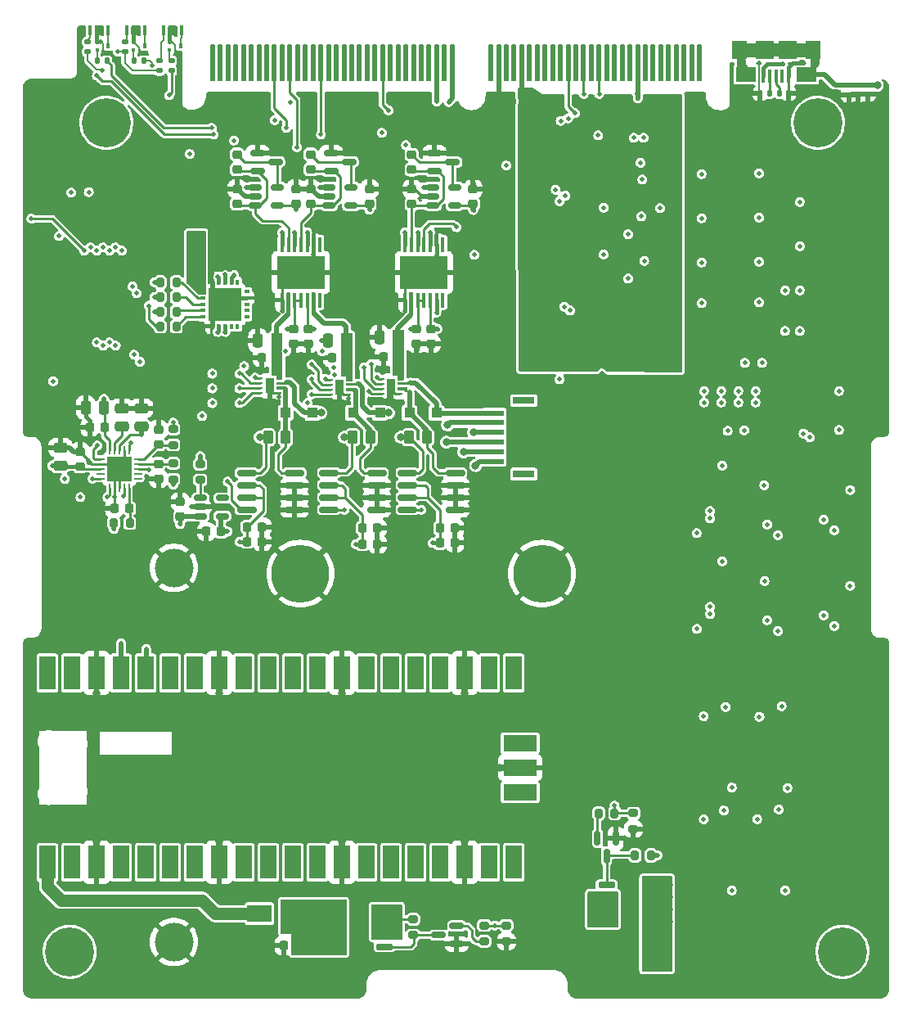
<source format=gbl>
G04 #@! TF.GenerationSoftware,KiCad,Pcbnew,(6.0.5)*
G04 #@! TF.CreationDate,2022-06-17T13:42:05-04:00*
G04 #@! TF.ProjectId,FP Interface Card,46502049-6e74-4657-9266-616365204361,rev?*
G04 #@! TF.SameCoordinates,Original*
G04 #@! TF.FileFunction,Copper,L6,Bot*
G04 #@! TF.FilePolarity,Positive*
%FSLAX46Y46*%
G04 Gerber Fmt 4.6, Leading zero omitted, Abs format (unit mm)*
G04 Created by KiCad (PCBNEW (6.0.5)) date 2022-06-17 13:42:05*
%MOMM*%
%LPD*%
G01*
G04 APERTURE LIST*
G04 Aperture macros list*
%AMRoundRect*
0 Rectangle with rounded corners*
0 $1 Rounding radius*
0 $2 $3 $4 $5 $6 $7 $8 $9 X,Y pos of 4 corners*
0 Add a 4 corners polygon primitive as box body*
4,1,4,$2,$3,$4,$5,$6,$7,$8,$9,$2,$3,0*
0 Add four circle primitives for the rounded corners*
1,1,$1+$1,$2,$3*
1,1,$1+$1,$4,$5*
1,1,$1+$1,$6,$7*
1,1,$1+$1,$8,$9*
0 Add four rect primitives between the rounded corners*
20,1,$1+$1,$2,$3,$4,$5,0*
20,1,$1+$1,$4,$5,$6,$7,0*
20,1,$1+$1,$6,$7,$8,$9,0*
20,1,$1+$1,$8,$9,$2,$3,0*%
%AMFreePoly0*
4,1,12,0.105238,2.379067,0.194454,2.319454,0.254067,2.230238,0.275000,2.125000,0.275000,-1.400000,-0.275000,-1.400000,-0.275000,2.125000,-0.254067,2.230238,-0.194454,2.319454,-0.105238,2.379067,0.000000,2.400000,0.105238,2.379067,0.105238,2.379067,$1*%
G04 Aperture macros list end*
G04 #@! TA.AperFunction,SMDPad,CuDef*
%ADD10R,0.400000X0.615800*%
G04 #@! TD*
G04 #@! TA.AperFunction,SMDPad,CuDef*
%ADD11R,0.615800X0.400000*%
G04 #@! TD*
G04 #@! TA.AperFunction,ComponentPad*
%ADD12C,0.500000*%
G04 #@! TD*
G04 #@! TA.AperFunction,SMDPad,CuDef*
%ADD13R,3.350000X3.350000*%
G04 #@! TD*
G04 #@! TA.AperFunction,ComponentPad*
%ADD14C,5.080000*%
G04 #@! TD*
G04 #@! TA.AperFunction,SMDPad,CuDef*
%ADD15FreePoly0,0.000000*%
G04 #@! TD*
G04 #@! TA.AperFunction,ComponentPad*
%ADD16C,4.000000*%
G04 #@! TD*
G04 #@! TA.AperFunction,ComponentPad*
%ADD17C,6.000000*%
G04 #@! TD*
G04 #@! TA.AperFunction,SMDPad,CuDef*
%ADD18R,0.370000X1.000000*%
G04 #@! TD*
G04 #@! TA.AperFunction,SMDPad,CuDef*
%ADD19RoundRect,0.101500X0.101500X0.571500X-0.101500X0.571500X-0.101500X-0.571500X0.101500X-0.571500X0*%
G04 #@! TD*
G04 #@! TA.AperFunction,SMDPad,CuDef*
%ADD20R,0.406000X1.346000*%
G04 #@! TD*
G04 #@! TA.AperFunction,SMDPad,CuDef*
%ADD21R,2.108000X1.600000*%
G04 #@! TD*
G04 #@! TA.AperFunction,SMDPad,CuDef*
%ADD22R,1.905000X1.905000*%
G04 #@! TD*
G04 #@! TA.AperFunction,SMDPad,CuDef*
%ADD23R,1.500000X1.905000*%
G04 #@! TD*
G04 #@! TA.AperFunction,SMDPad,CuDef*
%ADD24RoundRect,0.140000X-0.170000X0.140000X-0.170000X-0.140000X0.170000X-0.140000X0.170000X0.140000X0*%
G04 #@! TD*
G04 #@! TA.AperFunction,SMDPad,CuDef*
%ADD25R,0.450000X0.400000*%
G04 #@! TD*
G04 #@! TA.AperFunction,SMDPad,CuDef*
%ADD26R,0.450000X0.500000*%
G04 #@! TD*
G04 #@! TA.AperFunction,SMDPad,CuDef*
%ADD27RoundRect,0.135000X-0.135000X-0.185000X0.135000X-0.185000X0.135000X0.185000X-0.135000X0.185000X0*%
G04 #@! TD*
G04 #@! TA.AperFunction,SMDPad,CuDef*
%ADD28RoundRect,0.135000X-0.185000X0.135000X-0.185000X-0.135000X0.185000X-0.135000X0.185000X0.135000X0*%
G04 #@! TD*
G04 #@! TA.AperFunction,SMDPad,CuDef*
%ADD29RoundRect,0.135000X0.185000X-0.135000X0.185000X0.135000X-0.185000X0.135000X-0.185000X-0.135000X0*%
G04 #@! TD*
G04 #@! TA.AperFunction,SMDPad,CuDef*
%ADD30RoundRect,0.140000X-0.140000X-0.170000X0.140000X-0.170000X0.140000X0.170000X-0.140000X0.170000X0*%
G04 #@! TD*
G04 #@! TA.AperFunction,SMDPad,CuDef*
%ADD31RoundRect,0.140000X0.140000X0.170000X-0.140000X0.170000X-0.140000X-0.170000X0.140000X-0.170000X0*%
G04 #@! TD*
G04 #@! TA.AperFunction,SMDPad,CuDef*
%ADD32RoundRect,0.225000X-0.225000X-0.250000X0.225000X-0.250000X0.225000X0.250000X-0.225000X0.250000X0*%
G04 #@! TD*
G04 #@! TA.AperFunction,SMDPad,CuDef*
%ADD33RoundRect,0.150000X0.825000X0.150000X-0.825000X0.150000X-0.825000X-0.150000X0.825000X-0.150000X0*%
G04 #@! TD*
G04 #@! TA.AperFunction,SMDPad,CuDef*
%ADD34RoundRect,0.225000X0.225000X0.250000X-0.225000X0.250000X-0.225000X-0.250000X0.225000X-0.250000X0*%
G04 #@! TD*
G04 #@! TA.AperFunction,SMDPad,CuDef*
%ADD35RoundRect,0.150000X-0.512500X-0.150000X0.512500X-0.150000X0.512500X0.150000X-0.512500X0.150000X0*%
G04 #@! TD*
G04 #@! TA.AperFunction,SMDPad,CuDef*
%ADD36RoundRect,0.250000X0.262500X0.450000X-0.262500X0.450000X-0.262500X-0.450000X0.262500X-0.450000X0*%
G04 #@! TD*
G04 #@! TA.AperFunction,SMDPad,CuDef*
%ADD37R,2.025000X0.600000*%
G04 #@! TD*
G04 #@! TA.AperFunction,SMDPad,CuDef*
%ADD38R,2.275000X0.800000*%
G04 #@! TD*
G04 #@! TA.AperFunction,SMDPad,CuDef*
%ADD39RoundRect,0.150000X-0.725000X-0.150000X0.725000X-0.150000X0.725000X0.150000X-0.725000X0.150000X0*%
G04 #@! TD*
G04 #@! TA.AperFunction,SMDPad,CuDef*
%ADD40RoundRect,0.225000X0.250000X-0.225000X0.250000X0.225000X-0.250000X0.225000X-0.250000X-0.225000X0*%
G04 #@! TD*
G04 #@! TA.AperFunction,SMDPad,CuDef*
%ADD41RoundRect,0.250000X0.475000X-0.250000X0.475000X0.250000X-0.475000X0.250000X-0.475000X-0.250000X0*%
G04 #@! TD*
G04 #@! TA.AperFunction,SMDPad,CuDef*
%ADD42RoundRect,0.100000X-0.100000X0.687500X-0.100000X-0.687500X0.100000X-0.687500X0.100000X0.687500X0*%
G04 #@! TD*
G04 #@! TA.AperFunction,SMDPad,CuDef*
%ADD43R,5.000000X3.400000*%
G04 #@! TD*
G04 #@! TA.AperFunction,SMDPad,CuDef*
%ADD44RoundRect,0.200000X-0.275000X0.200000X-0.275000X-0.200000X0.275000X-0.200000X0.275000X0.200000X0*%
G04 #@! TD*
G04 #@! TA.AperFunction,SMDPad,CuDef*
%ADD45RoundRect,0.200000X0.200000X0.275000X-0.200000X0.275000X-0.200000X-0.275000X0.200000X-0.275000X0*%
G04 #@! TD*
G04 #@! TA.AperFunction,SMDPad,CuDef*
%ADD46R,1.100000X1.100000*%
G04 #@! TD*
G04 #@! TA.AperFunction,SMDPad,CuDef*
%ADD47R,2.500000X1.800000*%
G04 #@! TD*
G04 #@! TA.AperFunction,SMDPad,CuDef*
%ADD48R,0.500000X0.250000*%
G04 #@! TD*
G04 #@! TA.AperFunction,SMDPad,CuDef*
%ADD49R,0.900000X1.600000*%
G04 #@! TD*
G04 #@! TA.AperFunction,SMDPad,CuDef*
%ADD50RoundRect,0.062500X-0.062500X0.350000X-0.062500X-0.350000X0.062500X-0.350000X0.062500X0.350000X0*%
G04 #@! TD*
G04 #@! TA.AperFunction,SMDPad,CuDef*
%ADD51RoundRect,0.062500X-0.350000X0.062500X-0.350000X-0.062500X0.350000X-0.062500X0.350000X0.062500X0*%
G04 #@! TD*
G04 #@! TA.AperFunction,SMDPad,CuDef*
%ADD52R,2.500000X2.500000*%
G04 #@! TD*
G04 #@! TA.AperFunction,SMDPad,CuDef*
%ADD53RoundRect,0.200000X-0.200000X-0.275000X0.200000X-0.275000X0.200000X0.275000X-0.200000X0.275000X0*%
G04 #@! TD*
G04 #@! TA.AperFunction,SMDPad,CuDef*
%ADD54RoundRect,0.200000X0.275000X-0.200000X0.275000X0.200000X-0.275000X0.200000X-0.275000X-0.200000X0*%
G04 #@! TD*
G04 #@! TA.AperFunction,SMDPad,CuDef*
%ADD55RoundRect,0.225000X-0.250000X0.225000X-0.250000X-0.225000X0.250000X-0.225000X0.250000X0.225000X0*%
G04 #@! TD*
G04 #@! TA.AperFunction,SMDPad,CuDef*
%ADD56RoundRect,0.250000X0.250000X0.475000X-0.250000X0.475000X-0.250000X-0.475000X0.250000X-0.475000X0*%
G04 #@! TD*
G04 #@! TA.AperFunction,SMDPad,CuDef*
%ADD57RoundRect,0.150000X-0.587500X-0.150000X0.587500X-0.150000X0.587500X0.150000X-0.587500X0.150000X0*%
G04 #@! TD*
G04 #@! TA.AperFunction,SMDPad,CuDef*
%ADD58R,1.700000X3.500000*%
G04 #@! TD*
G04 #@! TA.AperFunction,SMDPad,CuDef*
%ADD59R,3.500000X1.700000*%
G04 #@! TD*
G04 #@! TA.AperFunction,SMDPad,CuDef*
%ADD60RoundRect,0.250000X-0.250000X-0.475000X0.250000X-0.475000X0.250000X0.475000X-0.250000X0.475000X0*%
G04 #@! TD*
G04 #@! TA.AperFunction,SMDPad,CuDef*
%ADD61RoundRect,0.150000X0.725000X0.150000X-0.725000X0.150000X-0.725000X-0.150000X0.725000X-0.150000X0*%
G04 #@! TD*
G04 #@! TA.AperFunction,SMDPad,CuDef*
%ADD62RoundRect,0.150000X0.587500X0.150000X-0.587500X0.150000X-0.587500X-0.150000X0.587500X-0.150000X0*%
G04 #@! TD*
G04 #@! TA.AperFunction,SMDPad,CuDef*
%ADD63RoundRect,0.150000X-0.150000X0.587500X-0.150000X-0.587500X0.150000X-0.587500X0.150000X0.587500X0*%
G04 #@! TD*
G04 #@! TA.AperFunction,ViaPad*
%ADD64C,0.800000*%
G04 #@! TD*
G04 #@! TA.AperFunction,ViaPad*
%ADD65C,0.508000*%
G04 #@! TD*
G04 #@! TA.AperFunction,Conductor*
%ADD66C,0.508000*%
G04 #@! TD*
G04 #@! TA.AperFunction,Conductor*
%ADD67C,0.381000*%
G04 #@! TD*
G04 #@! TA.AperFunction,Conductor*
%ADD68C,0.254000*%
G04 #@! TD*
G04 #@! TA.AperFunction,Conductor*
%ADD69C,0.203200*%
G04 #@! TD*
G04 #@! TA.AperFunction,Conductor*
%ADD70C,0.635000*%
G04 #@! TD*
G04 #@! TA.AperFunction,Conductor*
%ADD71C,0.250000*%
G04 #@! TD*
G04 #@! TA.AperFunction,Conductor*
%ADD72C,1.270000*%
G04 #@! TD*
G04 APERTURE END LIST*
D10*
X60000208Y-91022501D03*
X60650208Y-91022501D03*
X61300208Y-91022501D03*
X61950208Y-91022501D03*
X62600208Y-91022501D03*
D11*
X63583108Y-92005401D03*
X63583108Y-92655401D03*
X63583108Y-93305401D03*
X63583108Y-93955401D03*
X63583108Y-94605401D03*
D10*
X62600208Y-95588301D03*
X61950208Y-95588301D03*
X61300208Y-95588301D03*
X60650208Y-95588301D03*
X60000208Y-95588301D03*
D11*
X59017308Y-94605401D03*
X59017308Y-93955401D03*
X59017308Y-93305401D03*
X59017308Y-92655401D03*
X59017308Y-92005401D03*
D12*
X62300208Y-93305401D03*
D13*
X61300208Y-93305401D03*
D12*
X61300208Y-94305401D03*
X60300208Y-92305401D03*
X61300208Y-92305401D03*
X61300208Y-93305401D03*
X62300208Y-94305401D03*
X60300208Y-93305401D03*
X62300208Y-92305401D03*
X60300208Y-94305401D03*
D14*
X122690000Y-74540000D03*
X49030000Y-74540000D03*
D15*
X60033839Y-68787167D03*
X60833839Y-68787167D03*
X61633839Y-68787167D03*
X62433839Y-68787167D03*
X63233839Y-68787167D03*
X64033839Y-68787167D03*
X64833839Y-68787167D03*
X65633839Y-68787167D03*
X66433839Y-68787167D03*
X67233839Y-68787167D03*
X68033839Y-68787167D03*
X68833839Y-68787167D03*
X69633839Y-68787167D03*
X70433839Y-68787167D03*
X71233839Y-68787167D03*
X72033839Y-68787167D03*
X72833839Y-68787167D03*
X73633839Y-68787167D03*
X74433839Y-68787167D03*
X75233839Y-68787167D03*
X76033839Y-68787167D03*
X76833839Y-68787167D03*
X77633839Y-68787167D03*
X78433839Y-68787167D03*
X79233839Y-68787167D03*
X80033839Y-68787167D03*
X80833839Y-68787167D03*
X81633839Y-68787167D03*
X82433839Y-68787167D03*
X83233839Y-68787167D03*
X84033839Y-68787167D03*
X84833839Y-68787167D03*
X88833839Y-68787167D03*
X89633839Y-68787167D03*
X90433839Y-68787167D03*
X91233839Y-68787167D03*
X92033839Y-68787167D03*
X92833839Y-68787167D03*
X93633839Y-68787167D03*
X94433839Y-68787167D03*
X95233839Y-68787167D03*
X96033839Y-68787167D03*
X96833839Y-68787167D03*
X97633839Y-68787167D03*
X98433839Y-68787167D03*
X99233839Y-68787167D03*
X100033839Y-68787167D03*
X100833839Y-68787167D03*
X101633839Y-68787167D03*
X102433839Y-68787167D03*
X103233839Y-68787167D03*
X104033839Y-68787167D03*
X104833839Y-68787167D03*
X105633839Y-68787167D03*
X106433839Y-68787167D03*
X107233839Y-68787167D03*
X108033839Y-68787167D03*
X108833839Y-68787167D03*
X109633839Y-68787167D03*
X110433839Y-68787167D03*
D14*
X125230000Y-160270000D03*
X45230000Y-160270000D03*
D16*
X56026000Y-159260000D03*
D17*
X69126000Y-121160000D03*
D16*
X56026000Y-120560000D03*
D17*
X94126000Y-121160000D03*
D18*
X49233781Y-64974280D03*
X47373781Y-64974280D03*
X53033773Y-64974280D03*
X51173773Y-64974280D03*
X56833791Y-64974280D03*
X54973791Y-64974280D03*
D19*
X117058778Y-69691167D03*
D20*
X117708778Y-69691167D03*
X118358778Y-69691167D03*
X119008778Y-69691167D03*
X119658778Y-69691167D03*
D21*
X121507778Y-69524167D03*
X115259778Y-69524167D03*
D22*
X117183778Y-67024167D03*
D23*
X114557778Y-67024167D03*
D22*
X119583778Y-67024167D03*
D23*
X122209778Y-67024167D03*
D24*
X126878300Y-70636000D03*
X126878300Y-71596000D03*
X127868900Y-70636000D03*
X127868900Y-71596000D03*
D25*
X48084000Y-66969400D03*
X48084000Y-66169400D03*
D26*
X49234000Y-66569400D03*
D25*
X51868600Y-66969400D03*
X51868600Y-66169400D03*
D26*
X53018600Y-66569400D03*
D25*
X55577000Y-66969400D03*
X55577000Y-66169400D03*
D26*
X56727000Y-66569400D03*
D27*
X48072800Y-68118800D03*
X49092800Y-68118800D03*
D28*
X125887700Y-70631400D03*
X125887700Y-71651400D03*
D29*
X47109600Y-67181000D03*
X47109600Y-66161000D03*
D27*
X51882800Y-68118800D03*
X52902800Y-68118800D03*
D29*
X50945000Y-67181000D03*
X50945000Y-66161000D03*
D28*
X55775800Y-68108800D03*
X55775800Y-69128800D03*
D29*
X54526400Y-69136800D03*
X54526400Y-68116800D03*
D30*
X118689400Y-71497000D03*
X119649400Y-71497000D03*
D31*
X117668200Y-71497000D03*
X116708200Y-71497000D03*
D32*
X83566000Y-117983000D03*
X85116000Y-117983000D03*
D33*
X68515000Y-110740000D03*
X68515000Y-112010000D03*
X68515000Y-113280000D03*
X68515000Y-114550000D03*
X63565000Y-114550000D03*
X63565000Y-113280000D03*
X63565000Y-112010000D03*
X63565000Y-110740000D03*
D34*
X73945000Y-98802000D03*
X72395000Y-98802000D03*
D35*
X82814700Y-83079400D03*
X82814700Y-82129400D03*
X82814700Y-81179400D03*
X85089700Y-81179400D03*
X85089700Y-83079400D03*
D36*
X82213500Y-107057000D03*
X80388500Y-107057000D03*
D37*
X89197500Y-109557000D03*
X89197500Y-108557000D03*
X89197500Y-107557000D03*
X89197500Y-106557000D03*
X89197500Y-105557000D03*
X89197500Y-104557000D03*
D38*
X92247500Y-110857000D03*
X92247500Y-103257000D03*
D34*
X66706000Y-98821000D03*
X65156000Y-98821000D03*
D39*
X100810000Y-157154000D03*
X100810000Y-155884000D03*
X100810000Y-154614000D03*
X100810000Y-153344000D03*
X105960000Y-153344000D03*
X105960000Y-154614000D03*
X105960000Y-155884000D03*
X105960000Y-157154000D03*
D40*
X70190200Y-82904400D03*
X70190200Y-81354400D03*
D41*
X50632200Y-105939400D03*
X50632200Y-104039400D03*
D42*
X79956200Y-87140900D03*
X80606200Y-87140900D03*
X81256200Y-87140900D03*
X81906200Y-87140900D03*
X82556200Y-87140900D03*
X83206200Y-87140900D03*
X83856200Y-87140900D03*
X83856200Y-92865900D03*
X83206200Y-92865900D03*
X82556200Y-92865900D03*
X81906200Y-92865900D03*
X81256200Y-92865900D03*
X80606200Y-92865900D03*
X79956200Y-92865900D03*
D43*
X81906200Y-90003400D03*
D40*
X80650200Y-82924400D03*
X80650200Y-81374400D03*
D32*
X83566000Y-116459000D03*
X85116000Y-116459000D03*
D44*
X80814000Y-156895000D03*
X80814000Y-158545000D03*
D34*
X79279000Y-98727000D03*
X77729000Y-98727000D03*
D45*
X51457200Y-115911400D03*
X49807200Y-115911400D03*
D46*
X74567000Y-104517000D03*
X77367000Y-104517000D03*
D44*
X103599000Y-145925000D03*
X103599000Y-147575000D03*
D40*
X56669800Y-115275600D03*
X56669800Y-113725600D03*
D32*
X75552000Y-116459000D03*
X77102000Y-116459000D03*
D44*
X90444000Y-157545000D03*
X90444000Y-159195000D03*
D47*
X64898000Y-156326000D03*
X68898000Y-156326000D03*
D48*
X66881000Y-100973000D03*
X66881000Y-101473000D03*
X66881000Y-101973000D03*
X66881000Y-102473000D03*
X64981000Y-102473000D03*
X64981000Y-101973000D03*
X64981000Y-101473000D03*
X64981000Y-100973000D03*
D49*
X65931000Y-101723000D03*
D35*
X58763100Y-115220200D03*
X58763100Y-114270200D03*
X58763100Y-113320200D03*
X61038100Y-113320200D03*
X61038100Y-115220200D03*
D50*
X49378200Y-108385900D03*
X49878200Y-108385900D03*
X50378200Y-108385900D03*
X50878200Y-108385900D03*
X51378200Y-108385900D03*
D51*
X52315700Y-109323400D03*
X52315700Y-109823400D03*
X52315700Y-110323400D03*
X52315700Y-110823400D03*
X52315700Y-111323400D03*
D50*
X51378200Y-112260900D03*
X50878200Y-112260900D03*
X50378200Y-112260900D03*
X49878200Y-112260900D03*
X49378200Y-112260900D03*
D51*
X48440700Y-111323400D03*
X48440700Y-110823400D03*
X48440700Y-110323400D03*
X48440700Y-109823400D03*
X48440700Y-109323400D03*
D52*
X50378200Y-110323400D03*
D53*
X54633200Y-95591400D03*
X56283200Y-95591400D03*
D36*
X67608500Y-107057000D03*
X65783500Y-107057000D03*
D40*
X68666200Y-82904400D03*
X68666200Y-81354400D03*
D54*
X55966200Y-107846400D03*
X55966200Y-106196400D03*
D44*
X58750000Y-109825000D03*
X58750000Y-111475000D03*
D40*
X62570200Y-79348400D03*
X62570200Y-77798400D03*
X54442200Y-111352400D03*
X54442200Y-109802400D03*
D55*
X81144200Y-95832400D03*
X81144200Y-97382400D03*
D56*
X79200000Y-96695000D03*
X77300000Y-96695000D03*
D34*
X60925600Y-116810200D03*
X59375600Y-116810200D03*
D56*
X48788200Y-103973400D03*
X46888200Y-103973400D03*
D57*
X83014700Y-79543400D03*
X83014700Y-77643400D03*
X84889700Y-78593400D03*
D46*
X80409000Y-104517000D03*
X83209000Y-104517000D03*
D40*
X62570200Y-82904400D03*
X62570200Y-81354400D03*
D58*
X42944000Y-131430000D03*
X45484000Y-131430000D03*
X48024000Y-131430000D03*
X50564000Y-131430000D03*
X53104000Y-131430000D03*
X55644000Y-131430000D03*
X58184000Y-131430000D03*
X60724000Y-131430000D03*
X63264000Y-131430000D03*
X65804000Y-131430000D03*
X68344000Y-131430000D03*
X70884000Y-131430000D03*
X73424000Y-131430000D03*
X75964000Y-131430000D03*
X78504000Y-131430000D03*
X81044000Y-131430000D03*
X83584000Y-131430000D03*
X86124000Y-131430000D03*
X88664000Y-131430000D03*
X91204000Y-131430000D03*
X91204000Y-151010000D03*
X88664000Y-151010000D03*
X86124000Y-151010000D03*
X83584000Y-151010000D03*
X81044000Y-151010000D03*
X78504000Y-151010000D03*
X75964000Y-151010000D03*
X73424000Y-151010000D03*
X70884000Y-151010000D03*
X68344000Y-151010000D03*
X65804000Y-151010000D03*
X63264000Y-151010000D03*
X60724000Y-151010000D03*
X58184000Y-151010000D03*
X55644000Y-151010000D03*
X53104000Y-151010000D03*
X50564000Y-151010000D03*
X48024000Y-151010000D03*
X45484000Y-151010000D03*
X42944000Y-151010000D03*
D59*
X91874000Y-138680000D03*
X91874000Y-141220000D03*
X91874000Y-143760000D03*
D32*
X49857200Y-114387400D03*
X51407200Y-114387400D03*
D40*
X87000200Y-82924400D03*
X87000200Y-81374400D03*
D53*
X54633200Y-94067400D03*
X56283200Y-94067400D03*
X54633200Y-92543400D03*
X56283200Y-92543400D03*
D36*
X76371500Y-107057000D03*
X74546500Y-107057000D03*
D46*
X67582000Y-104517000D03*
X70382000Y-104517000D03*
D56*
X66627000Y-97043000D03*
X64727000Y-97043000D03*
D45*
X101649000Y-145950000D03*
X99999000Y-145950000D03*
D34*
X48867200Y-106005400D03*
X47317200Y-106005400D03*
D40*
X70190200Y-79348400D03*
X70190200Y-77798400D03*
D55*
X54442200Y-106246400D03*
X54442200Y-107796400D03*
D53*
X54633200Y-91019400D03*
X56283200Y-91019400D03*
D33*
X77024000Y-110740000D03*
X77024000Y-112010000D03*
X77024000Y-113280000D03*
X77024000Y-114550000D03*
X72074000Y-114550000D03*
X72074000Y-113280000D03*
X72074000Y-112010000D03*
X72074000Y-110740000D03*
D57*
X72300700Y-79523400D03*
X72300700Y-77623400D03*
X74175700Y-78573400D03*
D40*
X80650200Y-79368400D03*
X80650200Y-77818400D03*
D45*
X105410000Y-150301000D03*
X103760000Y-150301000D03*
D60*
X58572200Y-86955400D03*
X60472200Y-86955400D03*
D44*
X88158000Y-157545000D03*
X88158000Y-159195000D03*
D32*
X63614000Y-117856000D03*
X65164000Y-117856000D03*
X63614000Y-116332000D03*
X65164000Y-116332000D03*
D40*
X76286200Y-82904400D03*
X76286200Y-81354400D03*
D61*
X77855000Y-155945000D03*
X77855000Y-157215000D03*
X77855000Y-158485000D03*
X77855000Y-159755000D03*
X72705000Y-159755000D03*
X72705000Y-158485000D03*
X72705000Y-157215000D03*
X72705000Y-155945000D03*
D35*
X72100700Y-83079400D03*
X72100700Y-82129400D03*
X72100700Y-81179400D03*
X74375700Y-81179400D03*
X74375700Y-83079400D03*
D62*
X85307500Y-157586000D03*
X85307500Y-159486000D03*
X83432500Y-158536000D03*
D40*
X46314200Y-110082400D03*
X46314200Y-108532400D03*
D57*
X64680700Y-79523400D03*
X64680700Y-77623400D03*
X66555700Y-78573400D03*
D63*
X99874000Y-148512500D03*
X101774000Y-148512500D03*
X100824000Y-150387500D03*
D48*
X74120000Y-101100000D03*
X74120000Y-101600000D03*
X74120000Y-102100000D03*
X74120000Y-102600000D03*
X72220000Y-102600000D03*
X72220000Y-102100000D03*
X72220000Y-101600000D03*
X72220000Y-101100000D03*
D49*
X73170000Y-101850000D03*
D55*
X82668200Y-95832400D03*
X82668200Y-97382400D03*
D42*
X67224200Y-87140900D03*
X67874200Y-87140900D03*
X68524200Y-87140900D03*
X69174200Y-87140900D03*
X69824200Y-87140900D03*
X70474200Y-87140900D03*
X71124200Y-87140900D03*
X71124200Y-92865900D03*
X70474200Y-92865900D03*
X69824200Y-92865900D03*
X69174200Y-92865900D03*
X68524200Y-92865900D03*
X67874200Y-92865900D03*
X67224200Y-92865900D03*
D43*
X69174200Y-90003400D03*
D41*
X52664200Y-105939400D03*
X52664200Y-104039400D03*
D56*
X73866000Y-97024000D03*
X71966000Y-97024000D03*
D55*
X68412200Y-95832400D03*
X68412200Y-97382400D03*
D33*
X85152000Y-110740000D03*
X85152000Y-112010000D03*
X85152000Y-113280000D03*
X85152000Y-114550000D03*
X80202000Y-114550000D03*
X80202000Y-113280000D03*
X80202000Y-112010000D03*
X80202000Y-110740000D03*
D55*
X69936200Y-95832400D03*
X69936200Y-97382400D03*
D34*
X68943000Y-159628000D03*
X67393000Y-159628000D03*
D48*
X79454000Y-101025000D03*
X79454000Y-101525000D03*
X79454000Y-102025000D03*
X79454000Y-102525000D03*
X77554000Y-102525000D03*
X77554000Y-102025000D03*
X77554000Y-101525000D03*
X77554000Y-101025000D03*
D49*
X78504000Y-101775000D03*
D32*
X58493200Y-88987400D03*
X60043200Y-88987400D03*
D35*
X64480700Y-83079400D03*
X64480700Y-82129400D03*
X64480700Y-81179400D03*
X66755700Y-81179400D03*
X66755700Y-83079400D03*
D44*
X55966200Y-109752400D03*
X55966200Y-111402400D03*
D32*
X75552000Y-118110000D03*
X77102000Y-118110000D03*
D41*
X44282200Y-110003400D03*
X44282200Y-108103400D03*
D64*
X128850000Y-70650000D03*
D65*
X69824200Y-85857400D03*
X70520400Y-94245200D03*
X103050000Y-86050000D03*
X96833831Y-74066169D03*
X50246500Y-67179000D03*
X57650000Y-77750000D03*
X48579694Y-69078418D03*
X95550000Y-81450000D03*
X90433831Y-78933831D03*
X97550000Y-73550000D03*
X103050000Y-90650000D03*
X119080500Y-68449000D03*
X80050000Y-76850000D03*
X89250000Y-157550000D03*
X62250000Y-76350000D03*
X53739000Y-68576000D03*
X106350000Y-83350000D03*
X68050000Y-72450000D03*
X66449998Y-74250004D03*
X113150000Y-134950000D03*
X48050000Y-69650000D03*
X60150000Y-75750000D03*
X71250000Y-75750000D03*
X101650000Y-145150000D03*
X95950000Y-101050000D03*
X68750000Y-77050000D03*
X55525000Y-71675000D03*
X67650000Y-75050000D03*
X59950000Y-75050000D03*
X118650000Y-145550000D03*
X109518000Y-119884000D03*
X65552200Y-77623400D03*
X71012700Y-82129400D03*
X44805200Y-97563400D03*
X110037000Y-111985000D03*
X47076200Y-105116400D03*
X113525292Y-113425292D03*
X60665200Y-88987400D03*
X68387200Y-98004400D03*
X44155200Y-97563400D03*
D64*
X113950005Y-159249999D03*
D65*
X49878200Y-113236400D03*
X70468147Y-88150000D03*
X91233820Y-72333820D03*
X79956200Y-94000000D03*
D64*
X48050000Y-148850000D03*
D65*
X74122500Y-103033000D03*
D64*
X60750000Y-133550000D03*
D65*
X72150000Y-104050000D03*
X85279200Y-88150000D03*
D64*
X86150000Y-133550000D03*
D65*
X71302600Y-97024000D03*
X71785200Y-98803900D03*
X67224200Y-94000000D03*
X76286200Y-80732400D03*
X83206200Y-88250000D03*
X82643200Y-98004400D03*
X124872000Y-79879000D03*
X66728000Y-159628000D03*
X77625000Y-103250000D03*
X101750000Y-147550000D03*
X63392700Y-82129400D03*
X119649400Y-72510400D03*
X70818400Y-84699800D03*
X116604000Y-68385500D03*
X124897000Y-103501000D03*
X61173200Y-86574400D03*
D64*
X60750000Y-148850000D03*
D65*
X124847000Y-89023000D03*
X54467200Y-111962200D03*
X122190000Y-91959000D03*
X104050000Y-72000000D03*
X50632200Y-103348600D03*
X122192000Y-111756000D03*
X50650000Y-97250000D03*
X100336418Y-100450003D03*
X56450000Y-70150000D03*
X65151000Y-117094000D03*
X113492800Y-117344000D03*
X45447200Y-87403400D03*
X57881600Y-114270200D03*
X89600000Y-72350000D03*
X103599000Y-148240000D03*
X77107000Y-98727000D03*
X117759000Y-119757000D03*
X69961200Y-98004400D03*
X129050000Y-158746000D03*
X110139000Y-124075000D03*
X73172200Y-77623400D03*
D64*
X112050009Y-159249999D03*
D65*
X61173200Y-87336400D03*
D64*
X73450000Y-133550000D03*
D65*
X123245000Y-112518000D03*
X128923000Y-74545000D03*
X87025200Y-80752400D03*
X99949000Y-75819000D03*
X83939200Y-77643400D03*
X81726700Y-82129400D03*
X122190000Y-87387000D03*
X104714500Y-88815000D03*
D64*
X86150000Y-148850000D03*
D65*
X124872000Y-84451000D03*
X52405500Y-69846000D03*
X77089000Y-117221000D03*
X54416800Y-105636600D03*
X81169200Y-98004400D03*
X115524500Y-70989000D03*
X42436000Y-74418000D03*
X90444000Y-159860000D03*
X121854000Y-100936000D03*
D64*
X100336420Y-111490345D03*
D65*
X123245000Y-122424000D03*
X41400600Y-86293200D03*
X53040500Y-67331400D03*
X118604000Y-100936000D03*
X52664200Y-103348600D03*
X124872000Y-93214000D03*
X85103000Y-117221000D03*
X104413000Y-84215000D03*
X116133000Y-121941000D03*
X110037000Y-121941000D03*
X41293000Y-158873000D03*
X116133000Y-111985000D03*
X47350000Y-109650000D03*
X110164000Y-114169000D03*
X113492800Y-127250000D03*
D64*
X73450000Y-148850000D03*
D65*
X109518000Y-109978000D03*
X64546200Y-98821000D03*
X121212650Y-68298666D03*
X64446000Y-103683000D03*
X56694800Y-113103600D03*
D64*
X48024000Y-133550000D03*
D65*
X113466000Y-123390600D03*
X45399800Y-108316800D03*
X76612000Y-96695000D03*
X122190000Y-82800000D03*
X122190000Y-96150000D03*
X66883500Y-102906000D03*
X78981600Y-84572200D03*
X117759000Y-109851000D03*
X64063600Y-97043000D03*
X86250000Y-159486000D03*
X48481200Y-66163000D03*
X122192000Y-121662000D03*
X58711400Y-116810200D03*
D64*
X89750000Y-141250000D03*
D65*
X78250000Y-73250000D03*
X118930754Y-134883872D03*
X77550000Y-75550000D03*
X112950000Y-145650000D03*
X87025200Y-83546400D03*
X83250000Y-72350000D03*
X80497200Y-95832400D03*
X106075000Y-150301000D03*
X113770611Y-143278402D03*
X83315200Y-95832400D03*
D64*
X79150000Y-158450000D03*
D65*
X67765200Y-95832400D03*
D64*
X79150000Y-157150000D03*
D65*
X68666200Y-83526400D03*
D64*
X99350000Y-157150000D03*
D65*
X87120800Y-88174600D03*
D64*
X99350000Y-155950000D03*
X79150000Y-155950000D03*
D65*
X119290611Y-153932402D03*
X76261200Y-83526400D03*
X113774611Y-153932402D03*
X119532611Y-143332402D03*
D64*
X99350000Y-154650000D03*
D65*
X70558200Y-95832400D03*
X117162000Y-121929000D03*
X120808000Y-91867000D03*
X110648000Y-84401000D03*
X110164000Y-126869000D03*
X112680000Y-103451000D03*
X112680000Y-102281000D03*
X110902000Y-102281000D03*
X110648000Y-88973000D03*
X126039000Y-112518000D03*
X120808000Y-87295000D03*
X61589800Y-116810200D03*
X84473000Y-72386000D03*
X48788200Y-103099600D03*
X100506000Y-88150000D03*
X124872000Y-106295000D03*
X126039000Y-122424000D03*
X124872000Y-102281000D03*
X117137000Y-112023000D03*
X43520200Y-101246400D03*
X110902000Y-103451000D03*
X110648000Y-93164000D03*
X116236000Y-103451000D03*
X77033700Y-100837261D03*
X116396611Y-146566402D03*
X120808000Y-96058000D03*
X120808000Y-82723000D03*
X116638611Y-135966402D03*
X44145400Y-86243200D03*
X57871200Y-86574400D03*
X43408400Y-110003400D03*
X57871200Y-87336400D03*
X96068032Y-74317250D03*
X100513561Y-83302547D03*
X114458000Y-102281000D03*
X110648000Y-79829000D03*
X112794000Y-109978000D03*
X116236000Y-102281000D03*
X64418189Y-100900000D03*
X112794000Y-119884000D03*
X71700000Y-101000000D03*
X110139000Y-116963000D03*
X110880611Y-146566402D03*
X114458000Y-103451000D03*
X110876611Y-135912402D03*
X103632000Y-76073000D03*
X98450000Y-71550000D03*
X100050000Y-71550000D03*
X104648000Y-76073000D03*
X60550000Y-96159580D03*
X60550000Y-90450000D03*
X56650000Y-116050000D03*
X62830000Y-117856000D03*
X82794000Y-117983000D03*
X58950000Y-104850000D03*
X74854000Y-118110000D03*
X58750000Y-108997000D03*
X52664200Y-106767400D03*
X67802600Y-94372200D03*
X67224200Y-85857400D03*
X79956200Y-85857400D03*
X80550000Y-94450000D03*
D64*
X78250000Y-104517000D03*
X87013000Y-106549000D03*
X85997000Y-108581000D03*
X71265000Y-104517000D03*
X87249000Y-109982000D03*
X64915000Y-107057000D03*
X84219000Y-107565000D03*
X73678000Y-107057000D03*
X79520000Y-107057000D03*
X84346000Y-105787000D03*
D65*
X47218837Y-81699447D03*
X95950000Y-82650000D03*
X44753600Y-111364200D03*
X53450000Y-93450000D03*
X46353600Y-113238200D03*
X96550000Y-82050000D03*
X45400000Y-81750000D03*
X54050000Y-94050000D03*
X121204000Y-106661000D03*
X97050000Y-93950000D03*
X53150000Y-128950000D03*
X119284000Y-96058000D03*
X96450000Y-93550000D03*
X121850000Y-107050000D03*
X50550000Y-128350000D03*
X119284000Y-91867000D03*
X49997200Y-87403400D03*
X67600000Y-98179800D03*
X70301762Y-99523162D03*
X63300000Y-99700000D03*
X50005200Y-97563400D03*
X70300000Y-101050000D03*
X50650000Y-87750000D03*
X69850000Y-103500000D03*
X70300000Y-102600000D03*
X118558000Y-117181000D03*
X123280511Y-115582689D03*
X111537000Y-114677000D03*
X116903000Y-99342000D03*
X111537000Y-115439000D03*
X115125000Y-99342000D03*
X117439000Y-116062000D03*
X124392000Y-116681000D03*
X111537000Y-124583000D03*
X113347000Y-106390000D03*
X123295300Y-125468000D03*
X118558000Y-127097000D03*
X111537000Y-125345000D03*
X117439000Y-125978000D03*
X115061500Y-106326500D03*
X124392000Y-126564700D03*
X54011200Y-92543400D03*
X54011200Y-91019400D03*
X51750000Y-91450000D03*
X68524200Y-85857400D03*
X55961494Y-105546137D03*
X61595000Y-111633000D03*
X73660000Y-114554000D03*
X49807200Y-116558400D03*
X55966200Y-111974400D03*
X81661000Y-114554000D03*
X85279200Y-85320800D03*
X51900000Y-98500000D03*
X46750000Y-87750000D03*
X41278287Y-84435783D03*
X52150000Y-92150000D03*
X81256200Y-85857400D03*
X47397200Y-87403400D03*
X52500000Y-99250000D03*
X53450000Y-110400000D03*
X49150000Y-113250000D03*
X47600000Y-111350000D03*
X60000000Y-100475800D03*
X49350000Y-97250000D03*
X62816289Y-100476335D03*
X60000000Y-102000000D03*
X48050000Y-97250000D03*
X62800000Y-102000000D03*
X48705200Y-97563400D03*
X60000000Y-103523800D03*
X62819637Y-103520067D03*
X48047200Y-87750000D03*
X71350000Y-98150000D03*
X76450000Y-99500000D03*
X72550000Y-99850000D03*
X49347200Y-87750000D03*
X75702756Y-99828097D03*
X72691272Y-100575482D03*
X48697200Y-87403400D03*
X76235983Y-102285519D03*
X61350000Y-90150000D03*
X63525200Y-81179400D03*
X61350000Y-96159580D03*
X71145200Y-81179400D03*
X81859200Y-81179400D03*
X62250000Y-90250000D03*
X51600000Y-107600000D03*
X50800000Y-113100000D03*
X48100000Y-107900000D03*
X83206200Y-94149400D03*
X82556200Y-85857400D03*
D64*
X107250000Y-155850000D03*
X107250000Y-157150000D03*
X107250000Y-154650000D03*
X107250000Y-153350000D03*
X103250001Y-96450011D03*
D65*
X95238000Y-91550000D03*
D64*
X105850000Y-96450000D03*
D65*
X104159000Y-91073000D03*
X95238000Y-86724000D03*
D64*
X103250000Y-95150000D03*
X105850000Y-95150000D03*
X104550000Y-95150000D03*
X104550000Y-96450000D03*
D65*
X116602000Y-93087000D03*
X104521000Y-80391000D03*
X116602000Y-84324000D03*
X116602000Y-79752000D03*
X116602000Y-88896000D03*
X104345428Y-78667142D03*
D66*
X121493500Y-66607500D02*
X120604500Y-66607500D01*
X120477500Y-67496500D02*
X121493500Y-67496500D01*
X114557778Y-68822167D02*
X115259778Y-69524167D01*
X125887700Y-70631400D02*
X127864300Y-70631400D01*
X124437900Y-70631400D02*
X123330667Y-69524167D01*
X118826500Y-66544000D02*
X117937500Y-66544000D01*
X115016500Y-68639500D02*
X115016500Y-68068000D01*
X116639667Y-67024167D02*
X116223000Y-66607500D01*
X122209778Y-67450778D02*
X122573000Y-67814000D01*
X128836000Y-70636000D02*
X128850000Y-70650000D01*
X114734667Y-67024167D02*
X115207000Y-67496500D01*
X122573000Y-67814000D02*
X122573000Y-68458945D01*
X123330667Y-69524167D02*
X121507778Y-69524167D01*
X116223000Y-66607500D02*
X115334000Y-66607500D01*
X117810500Y-67433000D02*
X118826500Y-67433000D01*
X121507778Y-69524167D02*
X122573000Y-68458945D01*
X122209778Y-67024167D02*
X122209778Y-68822167D01*
X114557778Y-67024167D02*
X114557778Y-68822167D01*
X115207000Y-67496500D02*
X116223000Y-67496500D01*
X114557778Y-67024167D02*
X122209778Y-67024167D01*
X127868900Y-70636000D02*
X128836000Y-70636000D01*
X115259778Y-68882778D02*
X115016500Y-68639500D01*
X125887700Y-70631400D02*
X124437900Y-70631400D01*
X115259778Y-69524167D02*
X115259778Y-68882778D01*
X73866000Y-97024000D02*
X73866000Y-95639100D01*
D67*
X69824200Y-85857400D02*
X69824200Y-87140900D01*
D66*
X73500200Y-95273300D02*
X71548500Y-95273300D01*
X71548500Y-95273300D02*
X70520400Y-94245200D01*
X73866000Y-95639100D02*
X73500200Y-95273300D01*
D68*
X118358778Y-70584778D02*
X118689400Y-70915400D01*
X118358778Y-69691167D02*
X118358778Y-70584778D01*
X118689400Y-70915400D02*
X118689400Y-71497000D01*
X117708778Y-69691167D02*
X117708778Y-71456422D01*
D69*
X48531065Y-69029789D02*
X48006575Y-69029789D01*
X50945000Y-67181000D02*
X50248500Y-67181000D01*
X50945000Y-67181000D02*
X50945000Y-68345000D01*
X50945000Y-68345000D02*
X51734800Y-69134800D01*
X48006575Y-69029789D02*
X47109600Y-68132813D01*
X51734800Y-69134800D02*
X54524400Y-69134800D01*
X50248500Y-67181000D02*
X50246500Y-67179000D01*
X47109600Y-68132813D02*
X47109600Y-67181000D01*
X48579694Y-69078418D02*
X48531065Y-69029789D01*
D68*
X96833831Y-68787155D02*
X96833831Y-72833831D01*
X96833831Y-72833831D02*
X97550000Y-73550000D01*
D67*
X117058778Y-68841222D02*
X117451000Y-68449000D01*
X117451000Y-68449000D02*
X119080500Y-68449000D01*
X117058778Y-69691167D02*
X117058778Y-68841222D01*
D69*
X53739000Y-68322000D02*
X53739000Y-68576000D01*
X53535800Y-68118800D02*
X53739000Y-68322000D01*
D68*
X90444000Y-157545000D02*
X88158000Y-157545000D01*
D69*
X52902800Y-68118800D02*
X53535800Y-68118800D01*
D68*
X48050000Y-69650000D02*
X48650000Y-70250000D01*
X71250000Y-75750000D02*
X71233831Y-75733831D01*
X71233831Y-75733831D02*
X71233831Y-68787155D01*
X103599000Y-145925000D02*
X101674000Y-145925000D01*
X55050000Y-75750000D02*
X60150000Y-75750000D01*
X49550000Y-70250000D02*
X55050000Y-75750000D01*
X48650000Y-70250000D02*
X49550000Y-70250000D01*
X101649000Y-145950000D02*
X101649000Y-145151000D01*
X101649000Y-145151000D02*
X101650000Y-145150000D01*
X68750000Y-72150000D02*
X68033831Y-71433831D01*
X55525000Y-71675000D02*
X55775800Y-71424200D01*
X55775800Y-71424200D02*
X55775800Y-69128800D01*
X68033831Y-71433831D02*
X68033831Y-68787155D01*
X68750000Y-77050000D02*
X68750000Y-72150000D01*
X66433831Y-68787155D02*
X66433831Y-73033831D01*
X67650000Y-74250000D02*
X67650000Y-75050000D01*
X54995900Y-75050000D02*
X49550000Y-69604100D01*
X49550000Y-69604100D02*
X49550000Y-68576000D01*
X49550000Y-68576000D02*
X49092800Y-68118800D01*
X66433831Y-73033831D02*
X67650000Y-74250000D01*
X59950000Y-75050000D02*
X54995900Y-75050000D01*
D69*
X49234000Y-66569400D02*
X49234000Y-64974499D01*
X47109600Y-66161000D02*
X47109600Y-65959800D01*
X47109600Y-65959800D02*
X47373781Y-65695619D01*
X47373781Y-65695619D02*
X47373781Y-64974280D01*
X53018600Y-66569400D02*
X53018600Y-64989453D01*
X51173773Y-65932227D02*
X50945000Y-66161000D01*
X51173773Y-64974280D02*
X51173773Y-65932227D01*
D66*
X45399800Y-108316800D02*
X45615400Y-108532400D01*
D67*
X121212650Y-68298666D02*
X121129560Y-68381756D01*
D69*
X56150000Y-66508778D02*
X56150000Y-67250000D01*
X49579649Y-67388449D02*
X50150000Y-67958800D01*
D66*
X85116000Y-117983000D02*
X85116000Y-116459000D01*
D67*
X72357200Y-98803900D02*
X71785200Y-98803900D01*
D66*
X59375600Y-116810200D02*
X58711400Y-116810200D01*
D70*
X60724000Y-133524000D02*
X60750000Y-133550000D01*
D67*
X60000200Y-91055400D02*
X60000200Y-92005400D01*
D66*
X77107000Y-98727000D02*
X77729000Y-98727000D01*
D67*
X83206200Y-88250000D02*
X83206200Y-87140900D01*
D68*
X48084000Y-66169400D02*
X48474800Y-66169400D01*
D66*
X83939200Y-77643400D02*
X83014700Y-77643400D01*
D69*
X116604000Y-68385500D02*
X116602258Y-68387242D01*
D66*
X64680700Y-77623400D02*
X65223400Y-77623400D01*
D70*
X48024000Y-150110000D02*
X48024000Y-148876000D01*
D67*
X81169200Y-97382400D02*
X81169200Y-98004400D01*
D66*
X54442200Y-106246400D02*
X54442200Y-105662000D01*
D67*
X64348200Y-82129400D02*
X63392700Y-82129400D01*
D69*
X56150000Y-67250000D02*
X56450000Y-67550000D01*
X51868600Y-66169400D02*
X52405500Y-66706300D01*
D67*
X82682200Y-82129400D02*
X81726700Y-82129400D01*
D66*
X104033820Y-68787153D02*
X104033820Y-71983820D01*
D70*
X73424000Y-148876000D02*
X73450000Y-148850000D01*
D67*
X54467200Y-111390200D02*
X54467200Y-111962200D01*
X120414000Y-71497000D02*
X120668000Y-71243000D01*
D68*
X74120000Y-102600000D02*
X74120000Y-103030500D01*
X47523400Y-109823400D02*
X48440700Y-109823400D01*
D66*
X76286200Y-81354400D02*
X76286200Y-80732400D01*
D68*
X49878200Y-112260900D02*
X49878200Y-113236400D01*
D66*
X64727000Y-97043000D02*
X64063600Y-97043000D01*
D67*
X87025200Y-81374400D02*
X87025200Y-80752400D01*
X54416800Y-106208600D02*
X54416800Y-105636600D01*
X67224200Y-94000000D02*
X67224200Y-92865900D01*
D69*
X52405500Y-67115500D02*
X52621400Y-67331400D01*
D68*
X74120000Y-103030500D02*
X74122500Y-103033000D01*
X119649400Y-71497000D02*
X119649400Y-72510400D01*
D66*
X63392700Y-82129400D02*
X64480700Y-82129400D01*
D68*
X80971700Y-81374400D02*
X81726700Y-82129400D01*
X127868900Y-71596000D02*
X125943100Y-71596000D01*
X83206200Y-87140900D02*
X83206200Y-88703400D01*
D66*
X65164000Y-117856000D02*
X65164000Y-116332000D01*
X68387200Y-98004400D02*
X68387200Y-97407400D01*
X101774000Y-148512500D02*
X101774000Y-147574000D01*
D69*
X116602258Y-68387242D02*
X116602258Y-71391067D01*
D71*
X50378200Y-112260900D02*
X50378200Y-110323400D01*
D67*
X78250000Y-102990422D02*
X78250000Y-102350000D01*
X71874600Y-97024000D02*
X71302600Y-97024000D01*
D69*
X50150000Y-69000200D02*
X50995800Y-69846000D01*
D68*
X49878200Y-113236400D02*
X49878200Y-114366400D01*
D66*
X69961200Y-98004400D02*
X69961200Y-97407400D01*
D70*
X60724000Y-132330000D02*
X60724000Y-133524000D01*
D67*
X79956200Y-94000000D02*
X79956200Y-92865900D01*
D70*
X86124000Y-132330000D02*
X86124000Y-133524000D01*
D66*
X46314200Y-108532400D02*
X45615400Y-108532400D01*
X89633820Y-68787153D02*
X89633820Y-72316180D01*
D67*
X70474200Y-88143947D02*
X70474200Y-87140900D01*
D66*
X54442200Y-111937200D02*
X54467200Y-111962200D01*
X50632200Y-104039400D02*
X50632200Y-103348600D01*
X81169200Y-98004400D02*
X81169200Y-97407400D01*
D68*
X73170000Y-102184422D02*
X73585578Y-102600000D01*
D67*
X63550200Y-92655400D02*
X62600200Y-92655400D01*
D70*
X48024000Y-148876000D02*
X48050000Y-148850000D01*
D67*
X65118200Y-98821000D02*
X64546200Y-98821000D01*
D69*
X55810622Y-66169400D02*
X56150000Y-66508778D01*
D68*
X79956200Y-92865900D02*
X79956200Y-91953400D01*
X79956200Y-92439900D02*
X79956200Y-91527400D01*
D69*
X56450000Y-67550000D02*
X56450000Y-70150000D01*
D67*
X71968200Y-82129400D02*
X71012700Y-82129400D01*
D66*
X65156000Y-98821000D02*
X64546200Y-98821000D01*
D67*
X120041189Y-68381756D02*
X119658778Y-68764167D01*
D66*
X90444000Y-159195000D02*
X90444000Y-159860000D01*
D68*
X67224200Y-92415450D02*
X67224200Y-91502950D01*
D70*
X73424000Y-132330000D02*
X73424000Y-133524000D01*
D67*
X56694800Y-113725600D02*
X56694800Y-113103600D01*
D68*
X73585578Y-102600000D02*
X74120000Y-102600000D01*
D66*
X82643200Y-98004400D02*
X82643200Y-97407400D01*
D70*
X73424000Y-150110000D02*
X73424000Y-148876000D01*
D66*
X62617700Y-81354400D02*
X63392700Y-82129400D01*
D68*
X66346578Y-102473000D02*
X65931000Y-102057422D01*
D66*
X103599000Y-147575000D02*
X103599000Y-148240000D01*
D70*
X60724000Y-148876000D02*
X60750000Y-148850000D01*
D67*
X58503600Y-114270200D02*
X57881600Y-114270200D01*
X115524500Y-70989000D02*
X116032500Y-71497000D01*
D68*
X47350000Y-109650000D02*
X47523400Y-109823400D01*
D67*
X77234000Y-96695000D02*
X76612000Y-96695000D01*
D66*
X54442200Y-105662000D02*
X54416800Y-105636600D01*
D70*
X86124000Y-133524000D02*
X86150000Y-133550000D01*
D67*
X69961200Y-97382400D02*
X69961200Y-98004400D01*
D66*
X73172200Y-77623400D02*
X72300700Y-77623400D01*
X85307500Y-159486000D02*
X86250000Y-159486000D01*
D69*
X48659000Y-67001200D02*
X49046249Y-67388449D01*
D66*
X48024000Y-132330000D02*
X48024000Y-133550000D01*
X101774000Y-147574000D02*
X101750000Y-147550000D01*
D69*
X50150000Y-67958800D02*
X50150000Y-69000200D01*
D67*
X124958000Y-71596000D02*
X127868900Y-71596000D01*
D69*
X48659000Y-66340800D02*
X48659000Y-67001200D01*
D66*
X71785200Y-98803900D02*
X72393100Y-98803900D01*
X72100700Y-82129400D02*
X71012700Y-82129400D01*
D69*
X55577000Y-66169400D02*
X55810622Y-66169400D01*
D67*
X77990422Y-103250000D02*
X78250000Y-102990422D01*
X77625000Y-103250000D02*
X77990422Y-103250000D01*
D70*
X86124000Y-150110000D02*
X86124000Y-148876000D01*
D67*
X70468147Y-88150000D02*
X70474200Y-88143947D01*
X65223400Y-77623400D02*
X65552200Y-77623400D01*
X116708200Y-71497000D02*
X116032500Y-71497000D01*
D69*
X50995800Y-69846000D02*
X52405500Y-69846000D01*
D68*
X66881000Y-102473000D02*
X66346578Y-102473000D01*
D70*
X60724000Y-150110000D02*
X60724000Y-148876000D01*
D66*
X89633820Y-72316180D02*
X89600000Y-72350000D01*
D70*
X86124000Y-148876000D02*
X86150000Y-148850000D01*
D71*
X49878200Y-112260900D02*
X49878200Y-110823400D01*
D66*
X76612000Y-96695000D02*
X77300000Y-96695000D01*
D67*
X121129560Y-68381756D02*
X120041189Y-68381756D01*
D68*
X78919578Y-102525000D02*
X78504000Y-102109422D01*
D66*
X54442200Y-111352400D02*
X54442200Y-111937200D01*
D67*
X83317200Y-77643400D02*
X83939200Y-77643400D01*
D70*
X89780000Y-141220000D02*
X89750000Y-141250000D01*
D67*
X68387200Y-97382400D02*
X68387200Y-98004400D01*
D66*
X65552200Y-77623400D02*
X64680700Y-77623400D01*
X87000200Y-81374400D02*
X87000200Y-80777400D01*
D68*
X66881000Y-102473000D02*
X66881000Y-102903500D01*
D66*
X58763100Y-114270200D02*
X57881600Y-114270200D01*
X56669800Y-113725600D02*
X56669800Y-113128600D01*
D67*
X64635600Y-97043000D02*
X64063600Y-97043000D01*
D68*
X47350000Y-109568200D02*
X46314200Y-108532400D01*
D66*
X68666200Y-81354400D02*
X70190200Y-81354400D01*
X52664200Y-104039400D02*
X52664200Y-103348600D01*
X67393000Y-159628000D02*
X66728000Y-159628000D01*
D68*
X79454000Y-102525000D02*
X78919578Y-102525000D01*
D67*
X60000200Y-95555400D02*
X60000200Y-94605400D01*
D66*
X87000200Y-80777400D02*
X87025200Y-80752400D01*
D68*
X119658778Y-69691167D02*
X119658778Y-71487622D01*
D70*
X90974000Y-141220000D02*
X89780000Y-141220000D01*
D68*
X70474200Y-87140900D02*
X70474200Y-88703400D01*
D71*
X50878200Y-108385900D02*
X50878200Y-109823400D01*
D67*
X47076200Y-105116400D02*
X47317200Y-105357400D01*
X120668000Y-71243000D02*
X124605000Y-71243000D01*
D69*
X52621400Y-67331400D02*
X53040500Y-67331400D01*
D71*
X48440700Y-109823400D02*
X49878200Y-109823400D01*
D67*
X82643200Y-97382400D02*
X82643200Y-98004400D01*
D66*
X81726700Y-82129400D02*
X82814700Y-82129400D01*
D70*
X73424000Y-133524000D02*
X73450000Y-133550000D01*
D67*
X119658778Y-68764167D02*
X119658778Y-69691167D01*
D66*
X104033820Y-71983820D02*
X104050000Y-72000000D01*
D67*
X47317200Y-105357400D02*
X47317200Y-106005400D01*
D68*
X47350000Y-109650000D02*
X47350000Y-109568200D01*
D67*
X46888200Y-104928400D02*
X47076200Y-105116400D01*
D66*
X45186400Y-108103400D02*
X45399800Y-108316800D01*
X56669800Y-113128600D02*
X56694800Y-113103600D01*
D68*
X48474800Y-66169400D02*
X48481200Y-66163000D01*
D69*
X48481200Y-66163000D02*
X48659000Y-66340800D01*
D66*
X77102000Y-117983000D02*
X77102000Y-116459000D01*
D69*
X49046249Y-67388449D02*
X49579649Y-67388449D01*
X52405500Y-66706300D02*
X52405500Y-67115500D01*
D66*
X44282200Y-108103400D02*
X45186400Y-108103400D01*
X70237700Y-81354400D02*
X71012700Y-82129400D01*
X71302600Y-97024000D02*
X71966000Y-97024000D01*
D67*
X46888200Y-103973400D02*
X46888200Y-104928400D01*
X119649400Y-71497000D02*
X120414000Y-71497000D01*
X124605000Y-71243000D02*
X124958000Y-71596000D01*
D68*
X77633831Y-72633831D02*
X77633831Y-68787155D01*
X78250000Y-73250000D02*
X77633831Y-72633831D01*
D66*
X105410000Y-150301000D02*
X106075000Y-150301000D01*
D68*
X79405000Y-156895000D02*
X79150000Y-157150000D01*
D66*
X76286200Y-83501400D02*
X76261200Y-83526400D01*
D67*
X82693200Y-95832400D02*
X83315200Y-95832400D01*
D66*
X83315200Y-95832400D02*
X82668200Y-95832400D01*
D68*
X69824200Y-92865900D02*
X69824200Y-95720400D01*
X68524200Y-92865900D02*
X68524200Y-95720400D01*
X66755700Y-83079400D02*
X68491200Y-83079400D01*
D66*
X87000200Y-83521400D02*
X87025200Y-83546400D01*
X68666200Y-82904400D02*
X68666200Y-83526400D01*
D68*
X81256200Y-92865900D02*
X81256200Y-95720400D01*
X74375700Y-83079400D02*
X76111200Y-83079400D01*
X68524200Y-92865900D02*
X69174200Y-92865900D01*
X82556200Y-92865900D02*
X82556200Y-95720400D01*
D66*
X68412200Y-95832400D02*
X67765200Y-95832400D01*
D67*
X68387200Y-95832400D02*
X67765200Y-95832400D01*
D68*
X80814000Y-156895000D02*
X79405000Y-156895000D01*
D66*
X80497200Y-95832400D02*
X81144200Y-95832400D01*
D68*
X81256200Y-92865900D02*
X81906200Y-92865900D01*
D67*
X81119200Y-95832400D02*
X80497200Y-95832400D01*
X87025200Y-82924400D02*
X87025200Y-83546400D01*
X76261200Y-82904400D02*
X76261200Y-83526400D01*
D68*
X85089700Y-83079400D02*
X86845200Y-83079400D01*
D66*
X76286200Y-82904400D02*
X76286200Y-83501400D01*
X87000200Y-82924400D02*
X87000200Y-83521400D01*
X69936200Y-95832400D02*
X70558200Y-95832400D01*
X83233820Y-72333820D02*
X83250000Y-72350000D01*
X83233820Y-68787153D02*
X83233820Y-72333820D01*
D68*
X64418189Y-100900000D02*
X64491189Y-100973000D01*
X77033700Y-100837261D02*
X77221439Y-101025000D01*
X77221439Y-101025000D02*
X77554000Y-101025000D01*
D66*
X60925600Y-116810200D02*
X61589800Y-116810200D01*
D68*
X72220000Y-101100000D02*
X71800000Y-101100000D01*
X71800000Y-101100000D02*
X71700000Y-101000000D01*
D66*
X84833820Y-72025180D02*
X84833820Y-68787153D01*
D68*
X64491189Y-100973000D02*
X64981000Y-100973000D01*
D66*
X84473000Y-72386000D02*
X84833820Y-72025180D01*
X44282200Y-110003400D02*
X43408400Y-110003400D01*
X60925600Y-115332700D02*
X61038100Y-115220200D01*
D68*
X48867200Y-106907400D02*
X48867200Y-106005400D01*
X49378200Y-108385900D02*
X49378200Y-107418400D01*
D66*
X60925600Y-116810200D02*
X60925600Y-115332700D01*
D67*
X46314200Y-110082400D02*
X44361200Y-110082400D01*
D66*
X48788200Y-103973400D02*
X48788200Y-103099600D01*
D68*
X48867200Y-106005400D02*
X48867200Y-104052400D01*
X49378200Y-107418400D02*
X48867200Y-106907400D01*
X48440700Y-110323400D02*
X46555200Y-110323400D01*
X98433831Y-71533831D02*
X98450000Y-71550000D01*
X98433831Y-68787155D02*
X98433831Y-71533831D01*
X100033831Y-71533831D02*
X100050000Y-71550000D01*
X100033831Y-68787155D02*
X100033831Y-71533831D01*
D71*
X52915200Y-109323400D02*
X54442200Y-107796400D01*
X55966200Y-107846400D02*
X54492200Y-107846400D01*
X52315700Y-109323400D02*
X52915200Y-109323400D01*
X51457200Y-115911400D02*
X51457200Y-114437400D01*
X51378200Y-112260900D02*
X51378200Y-114358400D01*
X52315700Y-109823400D02*
X54421200Y-109823400D01*
X54442200Y-109802400D02*
X55916200Y-109802400D01*
D68*
X82550000Y-113538000D02*
X82296000Y-113284000D01*
X83566000Y-117983000D02*
X83566000Y-116459000D01*
X82296000Y-112268000D02*
X82038000Y-112010000D01*
X63614000Y-116332000D02*
X65278000Y-114668000D01*
X73783000Y-113280000D02*
X75552000Y-115049000D01*
X72074000Y-112010000D02*
X73402000Y-112010000D01*
X75552000Y-116459000D02*
X75552000Y-117983000D01*
X72074000Y-113280000D02*
X73783000Y-113280000D01*
D67*
X60650200Y-90550200D02*
X60550000Y-90450000D01*
X60650200Y-91055400D02*
X60650200Y-90550200D01*
D68*
X65278000Y-113411000D02*
X65147000Y-113280000D01*
X83566000Y-116459000D02*
X83566000Y-114554000D01*
X63614000Y-116332000D02*
X63614000Y-117856000D01*
D67*
X56650000Y-116050000D02*
X56650000Y-115295400D01*
D68*
X65278000Y-114668000D02*
X65278000Y-113665000D01*
X73783000Y-112391000D02*
X73783000Y-113280000D01*
X63565000Y-112010000D02*
X64893000Y-112010000D01*
X80202000Y-113280000D02*
X82292000Y-113280000D01*
D67*
X82794000Y-117983000D02*
X83566000Y-117983000D01*
X62830000Y-117856000D02*
X63614000Y-117856000D01*
X60550000Y-96159580D02*
X60650200Y-96059380D01*
D68*
X65147000Y-113280000D02*
X63565000Y-113280000D01*
X65278000Y-112395000D02*
X65278000Y-113665000D01*
X64893000Y-112010000D02*
X65278000Y-112395000D01*
X73402000Y-112010000D02*
X73783000Y-112391000D01*
X82292000Y-113280000D02*
X82550000Y-113538000D01*
D67*
X60650200Y-96059380D02*
X60650200Y-95555400D01*
D68*
X65278000Y-113665000D02*
X65278000Y-113411000D01*
D66*
X58763100Y-115220200D02*
X56725200Y-115220200D01*
D67*
X74854000Y-118110000D02*
X75438000Y-118110000D01*
D68*
X83566000Y-114554000D02*
X82550000Y-113538000D01*
X75552000Y-115049000D02*
X75552000Y-116459000D01*
X82296000Y-113284000D02*
X82296000Y-112268000D01*
X82038000Y-112010000D02*
X80202000Y-112010000D01*
D66*
X52664200Y-105939400D02*
X52664200Y-106767400D01*
D71*
X50378200Y-107921546D02*
X51532346Y-106767400D01*
X50378200Y-108385900D02*
X50378200Y-107921546D01*
X51532346Y-106767400D02*
X52664200Y-106767400D01*
D66*
X58750000Y-109825000D02*
X58750000Y-108997000D01*
D71*
X49878200Y-108385900D02*
X49878200Y-107648400D01*
X49878200Y-107648400D02*
X50632200Y-106894400D01*
X50632200Y-106894400D02*
X50632200Y-105939400D01*
D66*
X67802600Y-94372200D02*
X66627000Y-95547800D01*
D67*
X67224200Y-85857400D02*
X67224200Y-87140900D01*
D66*
X66627000Y-95547800D02*
X66627000Y-97043000D01*
D67*
X79956200Y-85857400D02*
X79956200Y-87140900D01*
D66*
X80550000Y-94450000D02*
X79200000Y-95800000D01*
X79200000Y-95800000D02*
X79200000Y-96695000D01*
D68*
X70190200Y-83809800D02*
X70190200Y-82904400D01*
X73238200Y-82332826D02*
X73238200Y-80097400D01*
X69174200Y-84825800D02*
X70190200Y-83809800D01*
X72491626Y-83079400D02*
X73238200Y-82332826D01*
X73238200Y-80097400D02*
X72664200Y-79523400D01*
X72300700Y-79523400D02*
X70365200Y-79523400D01*
X72100700Y-83079400D02*
X70365200Y-83079400D01*
X69174200Y-87140900D02*
X69174200Y-84825800D01*
X74375700Y-78773400D02*
X74175700Y-78573400D01*
X74175700Y-78573400D02*
X70965200Y-78573400D01*
X70965200Y-78573400D02*
X70190200Y-77798400D01*
X74375700Y-81179400D02*
X74375700Y-78773400D01*
X67874200Y-85401400D02*
X67142200Y-84669400D01*
X67874200Y-87140900D02*
X67874200Y-85401400D01*
X65618200Y-80460900D02*
X65618200Y-82332826D01*
X64480700Y-83079400D02*
X62745200Y-83079400D01*
X64680700Y-79523400D02*
X62745200Y-79523400D01*
X65237200Y-84669400D02*
X64480700Y-83912900D01*
X64480700Y-83912900D02*
X64480700Y-83079400D01*
X65618200Y-82332826D02*
X64871626Y-83079400D01*
X67142200Y-84669400D02*
X65237200Y-84669400D01*
X64680700Y-79523400D02*
X65618200Y-80460900D01*
X66555700Y-78573400D02*
X63345200Y-78573400D01*
X66755700Y-78773400D02*
X66555700Y-78573400D01*
X63345200Y-78573400D02*
X62570200Y-77798400D01*
X66755700Y-81179400D02*
X66755700Y-78773400D01*
X82814700Y-83079400D02*
X80805200Y-83079400D01*
X83014700Y-79543400D02*
X80825200Y-79543400D01*
X83952200Y-82383400D02*
X83952200Y-80097400D01*
X83256200Y-83079400D02*
X83952200Y-82383400D01*
X83952200Y-80097400D02*
X83398200Y-79543400D01*
X80606200Y-87140900D02*
X80606200Y-83170900D01*
X84889700Y-80979400D02*
X85089700Y-81179400D01*
X84889700Y-78593400D02*
X81425200Y-78593400D01*
X81425200Y-78593400D02*
X80650200Y-77818400D01*
X84889700Y-78593400D02*
X84889700Y-80979400D01*
X75688000Y-110740000D02*
X77024000Y-110740000D01*
X75311000Y-110363000D02*
X75688000Y-110740000D01*
D66*
X76371500Y-106321500D02*
X74567000Y-104517000D01*
D68*
X75311000Y-109234000D02*
X75311000Y-110363000D01*
D66*
X74859527Y-104224473D02*
X74859527Y-102209922D01*
D68*
X76371500Y-107057000D02*
X76371500Y-108173500D01*
X76371500Y-108173500D02*
X75311000Y-109234000D01*
D66*
X76371500Y-107057000D02*
X76371500Y-106321500D01*
X87021000Y-106557000D02*
X87013000Y-106549000D01*
X77367000Y-104517000D02*
X76240711Y-104517000D01*
X77367000Y-104517000D02*
X78250000Y-104517000D01*
X75573711Y-101918997D02*
X75177357Y-101522643D01*
X75573711Y-103850000D02*
X75573711Y-101918997D01*
X89197500Y-106557000D02*
X87021000Y-106557000D01*
X76240711Y-104517000D02*
X75573711Y-103850000D01*
D69*
X56803593Y-65756600D02*
X56803593Y-64974280D01*
X56727000Y-65833193D02*
X56803593Y-65756600D01*
X56727000Y-66569400D02*
X56727000Y-65833193D01*
X54708891Y-66208891D02*
X54973791Y-65943991D01*
X54526400Y-68116800D02*
X54708891Y-67934309D01*
X54708891Y-67934309D02*
X54708891Y-66208891D01*
X54973791Y-65943991D02*
X54973791Y-64974280D01*
D68*
X68511000Y-110744000D02*
X68515000Y-110740000D01*
X66820000Y-110381000D02*
X67183000Y-110744000D01*
X66820000Y-108835000D02*
X66820000Y-110381000D01*
X67608500Y-108046500D02*
X66820000Y-108835000D01*
X67183000Y-110744000D02*
X68511000Y-110744000D01*
X67608500Y-107057000D02*
X67608500Y-108046500D01*
D66*
X67587711Y-104511289D02*
X67587711Y-102071035D01*
X67582000Y-104517000D02*
X67582000Y-107030500D01*
X70382000Y-104517000D02*
X71265000Y-104517000D01*
X86021000Y-108557000D02*
X85997000Y-108581000D01*
X89197500Y-108557000D02*
X86021000Y-108557000D01*
X68550000Y-103550000D02*
X68550000Y-101900000D01*
X70382000Y-104517000D02*
X69517000Y-104517000D01*
X68010315Y-101360315D02*
X67800000Y-101360315D01*
X69517000Y-104517000D02*
X68550000Y-103550000D01*
X68550000Y-101900000D02*
X68010315Y-101360315D01*
D68*
X82213500Y-107057000D02*
X82213500Y-108099500D01*
X83392000Y-110740000D02*
X82822000Y-110170000D01*
D66*
X82213500Y-107057000D02*
X82213500Y-106321500D01*
X82213500Y-106321500D02*
X80409000Y-104517000D01*
X80409000Y-104517000D02*
X80409000Y-102389800D01*
D68*
X82213500Y-108099500D02*
X82822000Y-108708000D01*
X85152000Y-110740000D02*
X83392000Y-110740000D01*
X82822000Y-108708000D02*
X82822000Y-110170000D01*
D66*
X81059819Y-101409819D02*
X80540130Y-101409819D01*
X89197500Y-104557000D02*
X83249000Y-104557000D01*
X81059819Y-101409819D02*
X83209000Y-103559000D01*
X83209000Y-104517000D02*
X83209000Y-103559000D01*
D68*
X65550000Y-110170000D02*
X65550000Y-107290500D01*
D66*
X87674000Y-109557000D02*
X89197500Y-109557000D01*
X87249000Y-109982000D02*
X87674000Y-109557000D01*
X65783500Y-107057000D02*
X64915000Y-107057000D01*
D68*
X63565000Y-110740000D02*
X64980000Y-110740000D01*
X64980000Y-110740000D02*
X65550000Y-110170000D01*
D66*
X84227000Y-107557000D02*
X84219000Y-107565000D01*
X74546500Y-107057000D02*
X73678000Y-107057000D01*
X89197500Y-107557000D02*
X84227000Y-107557000D01*
D68*
X74440000Y-110170000D02*
X74440000Y-107163500D01*
X73870000Y-110740000D02*
X74440000Y-110170000D01*
X72074000Y-110740000D02*
X73870000Y-110740000D01*
D66*
X89197500Y-105557000D02*
X84576000Y-105557000D01*
D68*
X80206000Y-110744000D02*
X80202000Y-110740000D01*
X81788000Y-110363000D02*
X81407000Y-110744000D01*
X81407000Y-110744000D02*
X80206000Y-110744000D01*
D66*
X84576000Y-105557000D02*
X84346000Y-105787000D01*
D68*
X80388500Y-107057000D02*
X81788000Y-108456500D01*
X81788000Y-108456500D02*
X81788000Y-110363000D01*
D66*
X80388500Y-107057000D02*
X79520000Y-107057000D01*
D69*
X48084000Y-66969400D02*
X48084000Y-68107600D01*
X51868600Y-66969400D02*
X51868600Y-68104600D01*
X55565800Y-68118800D02*
X55565800Y-66980600D01*
D68*
X53450000Y-94850000D02*
X54191400Y-95591400D01*
X54633200Y-95591400D02*
X54191400Y-95591400D01*
X53450000Y-94850000D02*
X53450000Y-93450000D01*
D66*
X54050000Y-94050000D02*
X54615800Y-94050000D01*
X53150000Y-128950000D02*
X53150000Y-132284000D01*
X50550000Y-128350000D02*
X50564000Y-128364000D01*
X50564000Y-128364000D02*
X50564000Y-132330000D01*
D68*
X71400000Y-101600000D02*
X71000000Y-101200000D01*
X71000000Y-100221400D02*
X70301762Y-99523162D01*
X72220000Y-101600000D02*
X71400000Y-101600000D01*
X71000000Y-101200000D02*
X71000000Y-100221400D01*
X70300000Y-101250000D02*
X71150000Y-102100000D01*
X70300000Y-101250000D02*
X70300000Y-101050000D01*
X72220000Y-102100000D02*
X71150000Y-102100000D01*
X72220000Y-102600000D02*
X70300000Y-102600000D01*
X57269200Y-94605400D02*
X56283200Y-95591400D01*
X59050200Y-94605400D02*
X57269200Y-94605400D01*
X59050200Y-93955400D02*
X56395200Y-93955400D01*
D66*
X54633200Y-92543400D02*
X54011200Y-92543400D01*
D68*
X56283200Y-92543400D02*
X57236200Y-92543400D01*
X57998200Y-93305400D02*
X59050200Y-93305400D01*
X57236200Y-92543400D02*
X57998200Y-93305400D01*
D66*
X54633200Y-91019400D02*
X54011200Y-91019400D01*
D68*
X59050200Y-92655400D02*
X58491200Y-92655400D01*
X58491200Y-92655400D02*
X56855200Y-91019400D01*
X56855200Y-91019400D02*
X56283200Y-91019400D01*
D67*
X68524200Y-87140900D02*
X68524200Y-85857400D01*
D68*
X61979520Y-113541520D02*
X61979520Y-112017520D01*
X55961494Y-105546137D02*
X55966200Y-105550843D01*
X61979520Y-112017520D02*
X61595000Y-111633000D01*
X63565000Y-114550000D02*
X62988000Y-114550000D01*
X55966200Y-105550843D02*
X55966200Y-106196400D01*
X62988000Y-114550000D02*
X61979520Y-113541520D01*
D67*
X49807200Y-115986400D02*
X49807200Y-116558400D01*
D68*
X73656000Y-114550000D02*
X73660000Y-114554000D01*
X72074000Y-114550000D02*
X73656000Y-114550000D01*
D66*
X49807200Y-115911400D02*
X49807200Y-116558400D01*
X55966200Y-111402400D02*
X55966200Y-111974400D01*
D68*
X81661000Y-114554000D02*
X81657000Y-114550000D01*
X81657000Y-114550000D02*
X80202000Y-114550000D01*
X84940700Y-84982300D02*
X85279200Y-85320800D01*
X81906200Y-85558400D02*
X82482300Y-84982300D01*
X81906200Y-87140900D02*
X81906200Y-85558400D01*
X82482300Y-84982300D02*
X84940700Y-84982300D01*
X41278287Y-84435783D02*
X43435783Y-84435783D01*
X43435783Y-84435783D02*
X46750000Y-87750000D01*
D67*
X81256200Y-85857400D02*
X81256200Y-87140900D01*
D68*
X52315700Y-110323400D02*
X53373400Y-110323400D01*
X53373400Y-110323400D02*
X53450000Y-110400000D01*
D71*
X49378200Y-112260900D02*
X49378200Y-112784400D01*
D68*
X49150000Y-113250000D02*
X49378200Y-113021800D01*
X49378200Y-113021800D02*
X49378200Y-112260900D01*
D71*
X48440700Y-111323400D02*
X47600200Y-111323400D01*
D68*
X64981000Y-101473000D02*
X63973000Y-101473000D01*
X62976335Y-100476335D02*
X63973000Y-101473000D01*
X62976335Y-100476335D02*
X62816289Y-100476335D01*
X64981000Y-101973000D02*
X62827000Y-101973000D01*
X62827000Y-101973000D02*
X62800000Y-102000000D01*
X63079933Y-103520067D02*
X64127000Y-102473000D01*
X63079933Y-103520067D02*
X62819637Y-103520067D01*
X64981000Y-102473000D02*
X64127000Y-102473000D01*
X76450000Y-99500000D02*
X76450000Y-101100000D01*
X76450000Y-101100000D02*
X76875000Y-101525000D01*
X76875000Y-101525000D02*
X77554000Y-101525000D01*
X75702756Y-100998656D02*
X76729100Y-102025000D01*
X76729100Y-102025000D02*
X77554000Y-102025000D01*
X75702756Y-99828097D02*
X75702756Y-100998656D01*
X76475464Y-102525000D02*
X77554000Y-102525000D01*
X76235983Y-102285519D02*
X76475464Y-102525000D01*
D67*
X61300200Y-90199800D02*
X61350000Y-90150000D01*
D66*
X63525200Y-81179400D02*
X64480700Y-81179400D01*
D67*
X61300200Y-91055400D02*
X61300200Y-90199800D01*
D66*
X72100700Y-81179400D02*
X71145200Y-81179400D01*
D67*
X61300200Y-96109780D02*
X61350000Y-96159580D01*
X61300200Y-95555400D02*
X61300200Y-96109780D01*
D66*
X81859200Y-81179400D02*
X82814700Y-81179400D01*
D67*
X61950200Y-90549800D02*
X62250000Y-90250000D01*
X61950200Y-91055400D02*
X61950200Y-90549800D01*
D68*
X50878200Y-113021800D02*
X50800000Y-113100000D01*
X50878200Y-112260900D02*
X50878200Y-113021800D01*
X51378200Y-107821800D02*
X51600000Y-107600000D01*
X51378200Y-108385900D02*
X51378200Y-107821800D01*
X47700000Y-108300000D02*
X48100000Y-107900000D01*
X47700000Y-109200000D02*
X47699400Y-109200600D01*
D71*
X47822200Y-109323400D02*
X47699400Y-109200600D01*
D68*
X47700000Y-108300000D02*
X47700000Y-109200000D01*
D71*
X48440700Y-109323400D02*
X47822200Y-109323400D01*
D67*
X82556200Y-85857400D02*
X82556200Y-87140900D01*
X83206200Y-92865900D02*
X83206200Y-94149400D01*
D66*
X92033831Y-68787155D02*
X92033831Y-71733831D01*
X92033831Y-71733831D02*
X92650000Y-72350000D01*
D68*
X99874000Y-148512500D02*
X99874000Y-146075000D01*
X80545000Y-159755000D02*
X80850000Y-159450000D01*
X83432500Y-158536000D02*
X80823000Y-158536000D01*
X80850000Y-159450000D02*
X80850000Y-158581000D01*
X77855000Y-159755000D02*
X80545000Y-159755000D01*
X103760000Y-150301000D02*
X100910500Y-150301000D01*
X100824000Y-150387500D02*
X100824000Y-153330000D01*
X58750000Y-111475000D02*
X58750000Y-113307100D01*
D72*
X58950000Y-154950000D02*
X44350000Y-154950000D01*
X44350000Y-154950000D02*
X42944000Y-153544000D01*
X42944000Y-153544000D02*
X42944000Y-150110000D01*
X60326000Y-156326000D02*
X58950000Y-154950000D01*
X64898000Y-156326000D02*
X60326000Y-156326000D01*
D68*
X87295000Y-159195000D02*
X88158000Y-159195000D01*
X86850000Y-158050000D02*
X86850000Y-158750000D01*
X86386000Y-157586000D02*
X86850000Y-158050000D01*
X86850000Y-158750000D02*
X87295000Y-159195000D01*
X85307500Y-157586000D02*
X86386000Y-157586000D01*
G04 #@! TA.AperFunction,Conductor*
G36*
X107592121Y-152470002D02*
G01*
X107638614Y-152523658D01*
X107650000Y-152576000D01*
X107650000Y-162224000D01*
X107629998Y-162292121D01*
X107576342Y-162338614D01*
X107524000Y-162350000D01*
X104576000Y-162350000D01*
X104507879Y-162329998D01*
X104461386Y-162276342D01*
X104450000Y-162224000D01*
X104450000Y-152576000D01*
X104470002Y-152507879D01*
X104523658Y-152461386D01*
X104576000Y-152450000D01*
X107524000Y-152450000D01*
X107592121Y-152470002D01*
G37*
G04 #@! TD.AperFunction*
G04 #@! TA.AperFunction,Conductor*
G36*
X46876402Y-64498660D02*
G01*
X46922895Y-64552316D01*
X46934281Y-64604658D01*
X46934282Y-65049761D01*
X46934282Y-65499346D01*
X46935489Y-65505413D01*
X46935920Y-65509793D01*
X46922691Y-65579546D01*
X46873850Y-65631074D01*
X46830237Y-65646591D01*
X46802738Y-65650946D01*
X46793901Y-65655449D01*
X46793900Y-65655449D01*
X46770498Y-65667373D01*
X46692804Y-65706960D01*
X46605560Y-65794204D01*
X46549546Y-65904138D01*
X46547996Y-65913927D01*
X46547995Y-65913929D01*
X46543799Y-65940421D01*
X46535100Y-65995347D01*
X46535101Y-66326652D01*
X46535876Y-66331545D01*
X46535876Y-66331546D01*
X46544683Y-66387153D01*
X46549546Y-66417862D01*
X46605560Y-66527796D01*
X46659669Y-66581905D01*
X46693695Y-66644217D01*
X46688630Y-66715032D01*
X46659669Y-66760095D01*
X46605560Y-66814204D01*
X46549546Y-66924138D01*
X46547996Y-66933927D01*
X46547995Y-66933929D01*
X46544184Y-66957995D01*
X46535100Y-67015347D01*
X46535101Y-67346652D01*
X46535876Y-67351545D01*
X46535876Y-67351546D01*
X46542817Y-67395370D01*
X46549546Y-67437862D01*
X46554049Y-67446699D01*
X46554049Y-67446700D01*
X46562211Y-67462718D01*
X46605560Y-67547796D01*
X46692804Y-67635040D01*
X46701583Y-67639513D01*
X46744916Y-67695710D01*
X46753500Y-67741421D01*
X46753500Y-68081385D01*
X46751366Y-68101434D01*
X46751168Y-68105624D01*
X46748976Y-68115806D01*
X46750200Y-68126147D01*
X46752627Y-68146653D01*
X46752944Y-68152028D01*
X46753072Y-68152017D01*
X46753500Y-68157195D01*
X46753500Y-68162397D01*
X46754354Y-68167527D01*
X46756439Y-68180056D01*
X46757274Y-68185928D01*
X46761684Y-68223187D01*
X46761686Y-68223194D01*
X46762910Y-68233535D01*
X46766630Y-68241281D01*
X46768040Y-68249755D01*
X46783231Y-68277909D01*
X46790792Y-68291922D01*
X46793485Y-68297209D01*
X46810795Y-68333255D01*
X46810797Y-68333258D01*
X46814228Y-68340403D01*
X46817599Y-68344413D01*
X46819537Y-68346351D01*
X46821052Y-68348002D01*
X46821273Y-68348412D01*
X46821231Y-68348450D01*
X46821392Y-68348633D01*
X46824335Y-68354087D01*
X46831981Y-68361155D01*
X46831982Y-68361156D01*
X46861380Y-68388331D01*
X46864947Y-68391761D01*
X47640301Y-69167117D01*
X47674325Y-69229427D01*
X47669260Y-69300243D01*
X47645645Y-69339617D01*
X47620622Y-69367951D01*
X47616808Y-69376074D01*
X47616807Y-69376076D01*
X47562852Y-69490997D01*
X47558719Y-69499800D01*
X47557339Y-69508665D01*
X47557338Y-69508667D01*
X47538353Y-69630599D01*
X47536309Y-69643724D01*
X47537473Y-69652626D01*
X47537473Y-69652629D01*
X47544213Y-69704172D01*
X47555195Y-69788152D01*
X47558809Y-69796365D01*
X47558810Y-69796369D01*
X47598152Y-69885777D01*
X47613859Y-69921474D01*
X47619634Y-69928344D01*
X47619635Y-69928346D01*
X47687478Y-70009055D01*
X47707583Y-70032973D01*
X47715060Y-70037950D01*
X47821361Y-70108710D01*
X47821363Y-70108711D01*
X47828834Y-70113684D01*
X47837401Y-70116361D01*
X47837402Y-70116361D01*
X47959298Y-70154445D01*
X47959300Y-70154445D01*
X47967864Y-70157121D01*
X47976837Y-70157285D01*
X47985498Y-70158688D01*
X48054450Y-70193972D01*
X48198427Y-70337950D01*
X48341960Y-70481483D01*
X48357314Y-70500494D01*
X48358280Y-70501556D01*
X48363929Y-70510304D01*
X48372104Y-70516748D01*
X48372106Y-70516751D01*
X48390472Y-70531229D01*
X48394950Y-70535208D01*
X48395010Y-70535137D01*
X48398967Y-70538490D01*
X48402648Y-70542171D01*
X48406880Y-70545195D01*
X48406882Y-70545197D01*
X48418457Y-70553469D01*
X48423202Y-70557032D01*
X48463670Y-70588934D01*
X48472355Y-70591984D01*
X48479842Y-70597334D01*
X48529247Y-70612109D01*
X48534842Y-70613927D01*
X48583502Y-70631016D01*
X48589091Y-70631500D01*
X48591804Y-70631500D01*
X48594469Y-70631615D01*
X48594532Y-70631634D01*
X48594525Y-70631808D01*
X48595271Y-70631855D01*
X48601524Y-70633725D01*
X48651383Y-70631766D01*
X48655678Y-70631597D01*
X48660625Y-70631500D01*
X49339788Y-70631500D01*
X49407909Y-70651502D01*
X49428883Y-70668405D01*
X50867578Y-72107100D01*
X50901604Y-72169412D01*
X50896539Y-72240227D01*
X50853992Y-72297063D01*
X50787472Y-72321874D01*
X50718098Y-72306783D01*
X50708207Y-72300777D01*
X50694663Y-72291676D01*
X50454927Y-72130580D01*
X50451718Y-72128924D01*
X50451710Y-72128919D01*
X50183021Y-71990239D01*
X50168552Y-71982771D01*
X50165171Y-71981493D01*
X50165161Y-71981489D01*
X49974311Y-71909373D01*
X49867086Y-71868856D01*
X49554525Y-71790346D01*
X49419727Y-71772599D01*
X49238615Y-71748755D01*
X49238607Y-71748754D01*
X49235011Y-71748281D01*
X49101144Y-71746178D01*
X48916422Y-71743276D01*
X48916418Y-71743276D01*
X48912780Y-71743219D01*
X48909166Y-71743580D01*
X48909160Y-71743580D01*
X48684221Y-71766032D01*
X48592103Y-71775227D01*
X48277230Y-71843881D01*
X48273803Y-71845054D01*
X48273797Y-71845056D01*
X47975765Y-71947095D01*
X47975760Y-71947097D01*
X47972334Y-71948270D01*
X47969066Y-71949829D01*
X47969058Y-71949832D01*
X47843330Y-72009802D01*
X47681458Y-72087011D01*
X47678379Y-72088942D01*
X47678378Y-72088943D01*
X47617270Y-72127276D01*
X47408455Y-72258265D01*
X47405621Y-72260535D01*
X47405616Y-72260539D01*
X47249393Y-72385698D01*
X47156946Y-72459762D01*
X47086508Y-72530941D01*
X46932864Y-72686203D01*
X46930262Y-72688832D01*
X46928021Y-72691690D01*
X46733849Y-72939328D01*
X46731410Y-72942438D01*
X46563024Y-73217219D01*
X46561497Y-73220509D01*
X46561492Y-73220518D01*
X46471554Y-73414272D01*
X46427336Y-73509532D01*
X46326146Y-73815504D01*
X46325410Y-73819059D01*
X46325409Y-73819062D01*
X46307744Y-73904365D01*
X46260793Y-74131079D01*
X46251531Y-74234856D01*
X46236077Y-74408022D01*
X46232145Y-74452074D01*
X46232240Y-74455704D01*
X46232240Y-74455705D01*
X46240203Y-74759794D01*
X46240581Y-74774234D01*
X46285990Y-75093290D01*
X46367768Y-75405011D01*
X46484834Y-75705268D01*
X46486531Y-75708473D01*
X46622622Y-75965504D01*
X46635634Y-75990080D01*
X46637684Y-75993063D01*
X46637686Y-75993066D01*
X46816113Y-76252679D01*
X46816119Y-76252686D01*
X46818170Y-76255671D01*
X47030022Y-76498523D01*
X47032707Y-76500966D01*
X47257832Y-76705813D01*
X47268384Y-76715415D01*
X47530094Y-76903473D01*
X47811685Y-77060205D01*
X48109425Y-77183532D01*
X48112919Y-77184527D01*
X48112921Y-77184528D01*
X48415865Y-77270824D01*
X48415870Y-77270825D01*
X48419366Y-77271821D01*
X48601894Y-77301711D01*
X48733819Y-77323315D01*
X48733826Y-77323316D01*
X48737400Y-77323901D01*
X49059313Y-77339083D01*
X49085848Y-77337274D01*
X49377205Y-77317411D01*
X49377212Y-77317410D01*
X49380837Y-77317163D01*
X49384413Y-77316500D01*
X49384415Y-77316500D01*
X49694146Y-77259095D01*
X49694150Y-77259094D01*
X49697711Y-77258434D01*
X50005735Y-77163673D01*
X50028079Y-77153865D01*
X50238284Y-77061592D01*
X50300827Y-77034138D01*
X50348653Y-77006191D01*
X50575944Y-76873372D01*
X50579074Y-76871543D01*
X50742096Y-76749142D01*
X50833881Y-76680228D01*
X50833885Y-76680225D01*
X50836788Y-76678045D01*
X51070555Y-76456209D01*
X51164607Y-76343724D01*
X61736309Y-76343724D01*
X61737473Y-76352626D01*
X61737473Y-76352629D01*
X61741816Y-76385839D01*
X61755195Y-76488152D01*
X61758809Y-76496365D01*
X61758810Y-76496369D01*
X61793883Y-76576076D01*
X61813859Y-76621474D01*
X61819634Y-76628344D01*
X61819635Y-76628346D01*
X61891374Y-76713690D01*
X61907583Y-76732973D01*
X61915060Y-76737950D01*
X62021361Y-76808710D01*
X62021363Y-76808711D01*
X62028834Y-76813684D01*
X62167864Y-76857121D01*
X62176839Y-76857285D01*
X62185701Y-76858721D01*
X62185269Y-76861389D01*
X62239640Y-76878445D01*
X62281196Y-76928220D01*
X62300756Y-76885389D01*
X62362838Y-76846338D01*
X62454026Y-76821477D01*
X62462359Y-76816361D01*
X62516090Y-76783370D01*
X62578154Y-76745263D01*
X62584774Y-76737950D01*
X62669873Y-76643934D01*
X62669874Y-76643933D01*
X62675901Y-76637274D01*
X62702977Y-76581390D01*
X62735495Y-76514272D01*
X62735495Y-76514271D01*
X62739410Y-76506191D01*
X62763576Y-76362552D01*
X62763729Y-76350000D01*
X62750810Y-76259790D01*
X62744354Y-76214706D01*
X62744353Y-76214703D01*
X62743080Y-76205813D01*
X62739362Y-76197635D01*
X62686508Y-76081390D01*
X62686507Y-76081388D01*
X62682792Y-76073218D01*
X62587713Y-75962873D01*
X62465485Y-75883648D01*
X62325934Y-75841914D01*
X62316958Y-75841859D01*
X62316957Y-75841859D01*
X62255644Y-75841485D01*
X62180279Y-75841024D01*
X62040229Y-75881051D01*
X62032642Y-75885838D01*
X62032640Y-75885839D01*
X62028377Y-75888529D01*
X61917042Y-75958776D01*
X61820622Y-76067951D01*
X61816808Y-76076074D01*
X61816807Y-76076076D01*
X61784324Y-76145263D01*
X61758719Y-76199800D01*
X61757339Y-76208665D01*
X61757338Y-76208667D01*
X61749404Y-76259625D01*
X61736309Y-76343724D01*
X51164607Y-76343724D01*
X51277276Y-76208974D01*
X51279353Y-76205813D01*
X51375271Y-76059790D01*
X51454209Y-75939618D01*
X51540854Y-75767344D01*
X51597385Y-75654947D01*
X51597388Y-75654939D01*
X51599012Y-75651711D01*
X51629886Y-75567344D01*
X51708515Y-75352480D01*
X51708518Y-75352471D01*
X51709763Y-75349068D01*
X51710608Y-75345546D01*
X51710611Y-75345538D01*
X51784149Y-75039231D01*
X51784150Y-75039227D01*
X51784996Y-75035702D01*
X51785433Y-75032092D01*
X51823376Y-74718544D01*
X51823376Y-74718538D01*
X51823712Y-74715765D01*
X51825198Y-74668500D01*
X51829148Y-74542797D01*
X51829236Y-74540000D01*
X51828168Y-74521478D01*
X51810894Y-74221884D01*
X51810893Y-74221879D01*
X51810685Y-74218264D01*
X51794849Y-74127530D01*
X51755901Y-73904365D01*
X51755899Y-73904358D01*
X51755277Y-73900792D01*
X51744826Y-73865508D01*
X51708216Y-73741918D01*
X51663747Y-73591793D01*
X51662326Y-73588462D01*
X51662323Y-73588453D01*
X51538731Y-73298695D01*
X51537309Y-73295361D01*
X51377637Y-73015427D01*
X51369240Y-73003995D01*
X51289049Y-72894830D01*
X51256039Y-72849892D01*
X51231831Y-72783150D01*
X51247549Y-72713915D01*
X51298203Y-72664169D01*
X51367711Y-72649705D01*
X51434004Y-72675117D01*
X51446681Y-72686203D01*
X54741954Y-75981476D01*
X54757318Y-76000499D01*
X54758282Y-76001558D01*
X54763929Y-76010304D01*
X54772108Y-76016752D01*
X54772110Y-76016754D01*
X54790477Y-76031234D01*
X54794950Y-76035209D01*
X54795011Y-76035137D01*
X54798968Y-76038490D01*
X54802649Y-76042171D01*
X54806881Y-76045195D01*
X54818439Y-76053455D01*
X54823185Y-76057018D01*
X54863670Y-76088934D01*
X54872355Y-76091984D01*
X54879843Y-76097335D01*
X54929250Y-76112110D01*
X54934837Y-76113926D01*
X54983502Y-76131016D01*
X54989091Y-76131500D01*
X54991802Y-76131500D01*
X54994471Y-76131615D01*
X54994532Y-76131634D01*
X54994525Y-76131808D01*
X54995272Y-76131855D01*
X55001525Y-76133725D01*
X55055689Y-76131597D01*
X55060635Y-76131500D01*
X59767269Y-76131500D01*
X59837088Y-76152613D01*
X59921361Y-76208710D01*
X59921363Y-76208711D01*
X59928834Y-76213684D01*
X60067864Y-76257121D01*
X60213498Y-76259790D01*
X60283762Y-76240634D01*
X60345363Y-76223839D01*
X60345364Y-76223839D01*
X60354026Y-76221477D01*
X60362359Y-76216361D01*
X60470502Y-76149961D01*
X60478154Y-76145263D01*
X60484774Y-76137950D01*
X60569873Y-76043934D01*
X60569874Y-76043933D01*
X60575901Y-76037274D01*
X60582411Y-76023839D01*
X60635495Y-75914272D01*
X60635495Y-75914271D01*
X60639410Y-75906191D01*
X60663576Y-75762552D01*
X60663729Y-75750000D01*
X60653597Y-75679249D01*
X60644354Y-75614706D01*
X60644353Y-75614703D01*
X60643080Y-75605813D01*
X60639362Y-75597635D01*
X60586508Y-75481390D01*
X60586507Y-75481388D01*
X60582792Y-75473218D01*
X60487713Y-75362873D01*
X60480179Y-75357989D01*
X60473416Y-75352090D01*
X60475547Y-75349647D01*
X60439632Y-75307874D01*
X60429800Y-75237561D01*
X60434412Y-75217665D01*
X60435495Y-75214272D01*
X60439410Y-75206191D01*
X60463576Y-75062552D01*
X60463729Y-75050000D01*
X60458056Y-75010385D01*
X60444354Y-74914706D01*
X60444353Y-74914703D01*
X60443080Y-74905813D01*
X60439362Y-74897635D01*
X60386508Y-74781390D01*
X60386507Y-74781388D01*
X60382792Y-74773218D01*
X60287713Y-74662873D01*
X60165485Y-74583648D01*
X60025934Y-74541914D01*
X60016958Y-74541859D01*
X60016957Y-74541859D01*
X59955644Y-74541485D01*
X59880279Y-74541024D01*
X59740229Y-74581051D01*
X59732642Y-74585838D01*
X59732640Y-74585839D01*
X59632438Y-74649062D01*
X59565203Y-74668500D01*
X55206113Y-74668500D01*
X55137992Y-74648498D01*
X55117018Y-74631595D01*
X49968405Y-69482982D01*
X49934379Y-69420670D01*
X49931500Y-69393887D01*
X49931500Y-68630136D01*
X49934085Y-68605847D01*
X49934153Y-68604400D01*
X49936345Y-68594220D01*
X49932373Y-68560660D01*
X49932020Y-68554679D01*
X49931928Y-68554687D01*
X49931500Y-68549508D01*
X49931500Y-68544308D01*
X49930647Y-68539181D01*
X49930646Y-68539173D01*
X49928312Y-68525151D01*
X49927475Y-68519275D01*
X49922641Y-68478431D01*
X49922640Y-68478429D01*
X49921417Y-68468092D01*
X49917433Y-68459795D01*
X49915922Y-68450717D01*
X49910978Y-68441555D01*
X49910977Y-68441551D01*
X49891447Y-68405356D01*
X49888751Y-68400066D01*
X49886804Y-68396010D01*
X49866440Y-68353602D01*
X49862830Y-68349308D01*
X49860898Y-68347376D01*
X49859111Y-68345427D01*
X49859082Y-68345374D01*
X49859212Y-68345254D01*
X49858710Y-68344685D01*
X49855612Y-68338943D01*
X49815806Y-68302146D01*
X49812241Y-68298718D01*
X49733611Y-68220088D01*
X49654204Y-68140682D01*
X49620179Y-68078370D01*
X49617299Y-68051586D01*
X49617299Y-67903148D01*
X49606337Y-67833932D01*
X49604406Y-67821736D01*
X49604405Y-67821734D01*
X49602854Y-67811938D01*
X49598011Y-67802432D01*
X49551340Y-67710836D01*
X49546840Y-67702004D01*
X49459596Y-67614760D01*
X49349662Y-67558746D01*
X49339873Y-67557196D01*
X49339871Y-67557195D01*
X49313379Y-67552999D01*
X49258453Y-67544300D01*
X49092834Y-67544300D01*
X48927148Y-67544301D01*
X48922255Y-67545076D01*
X48922254Y-67545076D01*
X48845736Y-67557194D01*
X48845734Y-67557195D01*
X48835938Y-67558746D01*
X48827101Y-67563249D01*
X48827100Y-67563249D01*
X48785785Y-67584300D01*
X48726004Y-67614760D01*
X48671895Y-67668869D01*
X48609583Y-67702895D01*
X48538768Y-67697830D01*
X48493705Y-67668869D01*
X48477005Y-67652169D01*
X48442979Y-67589857D01*
X48440100Y-67563074D01*
X48440100Y-67454035D01*
X48460102Y-67385914D01*
X48477005Y-67364940D01*
X48482168Y-67359777D01*
X48492484Y-67352884D01*
X48548734Y-67268701D01*
X48563500Y-67194467D01*
X48563500Y-67026116D01*
X48583502Y-66957995D01*
X48637158Y-66911502D01*
X48707432Y-66901398D01*
X48772012Y-66930892D01*
X48794265Y-66956113D01*
X48825516Y-67002884D01*
X48909699Y-67059134D01*
X48983933Y-67073900D01*
X49233959Y-67073900D01*
X49484066Y-67073899D01*
X49558301Y-67059134D01*
X49563829Y-67055440D01*
X49630451Y-67048278D01*
X49693938Y-67080058D01*
X49730164Y-67141117D01*
X49733448Y-67168618D01*
X49732809Y-67172724D01*
X49751695Y-67317152D01*
X49755309Y-67325365D01*
X49755310Y-67325369D01*
X49780217Y-67381973D01*
X49810359Y-67450474D01*
X49816134Y-67457344D01*
X49816135Y-67457346D01*
X49884742Y-67538964D01*
X49904083Y-67561973D01*
X49911560Y-67566950D01*
X50017861Y-67637710D01*
X50017863Y-67637711D01*
X50025334Y-67642684D01*
X50164364Y-67686121D01*
X50309998Y-67688790D01*
X50429758Y-67656139D01*
X50500741Y-67657518D01*
X50559710Y-67697055D01*
X50587942Y-67762197D01*
X50588900Y-67777702D01*
X50588900Y-68293572D01*
X50586766Y-68313621D01*
X50586568Y-68317811D01*
X50584376Y-68327993D01*
X50585600Y-68338334D01*
X50588027Y-68358840D01*
X50588344Y-68364215D01*
X50588472Y-68364204D01*
X50588900Y-68369382D01*
X50588900Y-68374584D01*
X50589754Y-68379714D01*
X50591839Y-68392243D01*
X50592674Y-68398115D01*
X50597084Y-68435374D01*
X50597086Y-68435381D01*
X50598310Y-68445722D01*
X50602030Y-68453468D01*
X50603440Y-68461942D01*
X50624270Y-68500548D01*
X50626192Y-68504109D01*
X50628885Y-68509396D01*
X50646195Y-68545442D01*
X50646197Y-68545445D01*
X50649628Y-68552590D01*
X50652999Y-68556600D01*
X50654937Y-68558538D01*
X50656452Y-68560189D01*
X50656673Y-68560599D01*
X50656631Y-68560637D01*
X50656792Y-68560820D01*
X50659735Y-68566274D01*
X50667382Y-68573342D01*
X50667382Y-68573343D01*
X50696794Y-68600531D01*
X50700360Y-68603961D01*
X51446632Y-69350233D01*
X51459304Y-69365922D01*
X51462124Y-69369022D01*
X51467775Y-69377774D01*
X51475953Y-69384221D01*
X51475954Y-69384222D01*
X51492167Y-69397003D01*
X51496197Y-69400584D01*
X51496280Y-69400486D01*
X51500237Y-69403839D01*
X51503918Y-69407520D01*
X51508150Y-69410544D01*
X51508152Y-69410546D01*
X51518511Y-69417949D01*
X51523256Y-69421512D01*
X51552695Y-69444720D01*
X51552697Y-69444721D01*
X51560875Y-69451168D01*
X51568980Y-69454014D01*
X51575971Y-69459010D01*
X51597907Y-69465570D01*
X51621862Y-69472734D01*
X51627507Y-69474568D01*
X51665247Y-69487821D01*
X51665250Y-69487822D01*
X51672729Y-69490448D01*
X51677948Y-69490900D01*
X51680659Y-69490900D01*
X51682936Y-69490998D01*
X51683385Y-69491133D01*
X51683383Y-69491187D01*
X51683616Y-69491202D01*
X51689552Y-69492977D01*
X51739950Y-69490997D01*
X51744896Y-69490900D01*
X53957474Y-69490900D01*
X54025595Y-69510902D01*
X54046569Y-69527805D01*
X54109604Y-69590840D01*
X54219538Y-69646854D01*
X54229327Y-69648404D01*
X54229329Y-69648405D01*
X54255821Y-69652601D01*
X54310747Y-69661300D01*
X54526356Y-69661300D01*
X54742052Y-69661299D01*
X54746946Y-69660524D01*
X54823464Y-69648406D01*
X54823466Y-69648405D01*
X54833262Y-69646854D01*
X54844903Y-69640923D01*
X54934364Y-69595340D01*
X54934363Y-69595340D01*
X54943196Y-69590840D01*
X55030440Y-69503596D01*
X55040871Y-69483124D01*
X55089619Y-69431509D01*
X55158534Y-69414443D01*
X55225736Y-69437344D01*
X55265404Y-69483123D01*
X55265405Y-69483124D01*
X55271760Y-69495596D01*
X55357395Y-69581231D01*
X55391421Y-69643543D01*
X55394300Y-69670326D01*
X55394300Y-71090406D01*
X55374298Y-71158527D01*
X55320906Y-71204428D01*
X55315229Y-71206051D01*
X55192042Y-71283776D01*
X55095622Y-71392951D01*
X55091808Y-71401074D01*
X55091807Y-71401076D01*
X55047686Y-71495051D01*
X55033719Y-71524800D01*
X55032339Y-71533665D01*
X55032338Y-71533667D01*
X55013081Y-71657346D01*
X55011309Y-71668724D01*
X55012473Y-71677626D01*
X55012473Y-71677629D01*
X55024067Y-71766291D01*
X55030195Y-71813152D01*
X55033809Y-71821365D01*
X55033810Y-71821369D01*
X55067214Y-71897282D01*
X55088859Y-71946474D01*
X55094634Y-71953344D01*
X55094635Y-71953346D01*
X55171343Y-72044601D01*
X55182583Y-72057973D01*
X55199777Y-72069418D01*
X55296361Y-72133710D01*
X55296363Y-72133711D01*
X55303834Y-72138684D01*
X55312401Y-72141361D01*
X55312402Y-72141361D01*
X55322907Y-72144643D01*
X55442864Y-72182121D01*
X55588498Y-72184790D01*
X55685213Y-72158422D01*
X55720363Y-72148839D01*
X55720364Y-72148839D01*
X55729026Y-72146477D01*
X55736709Y-72141760D01*
X55825877Y-72087011D01*
X55853154Y-72070263D01*
X55859774Y-72062950D01*
X55944873Y-71968934D01*
X55944874Y-71968933D01*
X55950901Y-71962274D01*
X55958482Y-71946628D01*
X56010496Y-71839270D01*
X56010496Y-71839269D01*
X56014410Y-71831191D01*
X56029039Y-71744237D01*
X56054346Y-71687132D01*
X56057036Y-71683720D01*
X56061009Y-71679250D01*
X56060937Y-71679189D01*
X56064290Y-71675232D01*
X56067971Y-71671551D01*
X56079255Y-71655760D01*
X56082819Y-71651014D01*
X56108287Y-71618708D01*
X56114734Y-71610530D01*
X56117784Y-71601845D01*
X56123135Y-71594357D01*
X56137915Y-71544934D01*
X56139727Y-71539360D01*
X56156816Y-71490698D01*
X56157300Y-71485109D01*
X56157300Y-71482398D01*
X56157415Y-71479731D01*
X56157434Y-71479668D01*
X56157608Y-71479675D01*
X56157655Y-71478929D01*
X56159525Y-71472676D01*
X56157397Y-71418512D01*
X56157300Y-71413566D01*
X56157300Y-69670326D01*
X56177302Y-69602205D01*
X56194205Y-69581231D01*
X56279840Y-69495596D01*
X56335854Y-69385662D01*
X56338500Y-69368960D01*
X56343147Y-69339618D01*
X56350300Y-69294453D01*
X56350299Y-68963148D01*
X56345809Y-68934795D01*
X56337406Y-68881736D01*
X56337405Y-68881734D01*
X56335854Y-68871938D01*
X56329166Y-68858811D01*
X56284340Y-68770836D01*
X56279840Y-68762004D01*
X56225731Y-68707895D01*
X56191705Y-68645583D01*
X56196770Y-68574768D01*
X56225731Y-68529705D01*
X56279840Y-68475596D01*
X56335854Y-68365662D01*
X56337688Y-68354087D01*
X56342177Y-68325737D01*
X56350300Y-68274453D01*
X56350299Y-67943148D01*
X56342497Y-67893881D01*
X56337406Y-67861736D01*
X56337405Y-67861734D01*
X56335854Y-67851938D01*
X56279840Y-67742004D01*
X56192596Y-67654760D01*
X56082662Y-67598746D01*
X56072871Y-67597195D01*
X56072870Y-67597195D01*
X56028189Y-67590118D01*
X55964036Y-67559705D01*
X55926509Y-67499437D01*
X55921900Y-67465669D01*
X55921900Y-67462718D01*
X55941902Y-67394597D01*
X55966942Y-67369105D01*
X55966391Y-67368554D01*
X55975168Y-67359777D01*
X55985484Y-67352884D01*
X56041734Y-67268701D01*
X56056500Y-67194467D01*
X56056500Y-67026116D01*
X56076502Y-66957995D01*
X56130158Y-66911502D01*
X56200432Y-66901398D01*
X56265012Y-66930892D01*
X56287265Y-66956113D01*
X56318516Y-67002884D01*
X56402699Y-67059134D01*
X56476933Y-67073900D01*
X56495768Y-67073900D01*
X56753340Y-67073899D01*
X56821459Y-67093901D01*
X56867952Y-67147556D01*
X56879339Y-67199899D01*
X56879339Y-72299635D01*
X56876915Y-72324231D01*
X56874353Y-72337103D01*
X56876137Y-72346078D01*
X56883407Y-72419958D01*
X56889817Y-72485100D01*
X56891257Y-72499739D01*
X56893055Y-72505666D01*
X56893055Y-72505668D01*
X56915901Y-72580994D01*
X56938688Y-72656125D01*
X57015723Y-72800250D01*
X57019650Y-72805035D01*
X57019651Y-72805036D01*
X57033145Y-72821477D01*
X57119402Y-72926572D01*
X57245737Y-73030235D01*
X57251200Y-73033154D01*
X57375742Y-73099702D01*
X57389871Y-73107252D01*
X57414459Y-73114706D01*
X57540339Y-73152868D01*
X57540341Y-73152868D01*
X57546264Y-73154664D01*
X57552425Y-73155269D01*
X57552428Y-73155270D01*
X57625090Y-73162410D01*
X57693062Y-73169090D01*
X57693818Y-73169202D01*
X57694203Y-73169202D01*
X57699211Y-73169694D01*
X57708902Y-73171619D01*
X57721761Y-73169058D01*
X57746372Y-73166631D01*
X57896359Y-73166631D01*
X57920935Y-73169051D01*
X57921666Y-73169196D01*
X57933839Y-73171617D01*
X57937990Y-73170791D01*
X57951925Y-73169694D01*
X57990831Y-73166631D01*
X58162070Y-73153150D01*
X58292757Y-73121772D01*
X58379867Y-73100858D01*
X58379869Y-73100857D01*
X58384681Y-73099702D01*
X58413890Y-73087603D01*
X58591615Y-73013985D01*
X58591620Y-73013982D01*
X58596191Y-73012089D01*
X58600410Y-73009503D01*
X58600415Y-73009501D01*
X58743548Y-72921788D01*
X58791392Y-72892469D01*
X58810238Y-72876373D01*
X58961721Y-72746994D01*
X58965477Y-72743786D01*
X59114161Y-72569701D01*
X59123949Y-72553729D01*
X59231197Y-72378724D01*
X59231199Y-72378721D01*
X59233784Y-72374502D01*
X59321398Y-72162993D01*
X59374848Y-71940382D01*
X59380595Y-71867395D01*
X59391468Y-71729298D01*
X59391468Y-71729296D01*
X59392498Y-71716211D01*
X59393306Y-71712151D01*
X59390740Y-71699247D01*
X59388320Y-71674671D01*
X59388320Y-71476000D01*
X59408322Y-71407879D01*
X59461978Y-71361386D01*
X59514320Y-71350000D01*
X65926331Y-71350000D01*
X65994452Y-71370002D01*
X66040945Y-71423658D01*
X66052331Y-71476000D01*
X66052331Y-72979696D01*
X66049745Y-73003995D01*
X66049677Y-73005433D01*
X66047486Y-73015611D01*
X66051001Y-73045315D01*
X66051458Y-73049173D01*
X66051810Y-73055151D01*
X66051903Y-73055143D01*
X66052331Y-73060321D01*
X66052331Y-73065523D01*
X66053185Y-73070653D01*
X66055517Y-73084663D01*
X66056353Y-73090535D01*
X66062413Y-73141738D01*
X66066398Y-73150037D01*
X66067909Y-73159114D01*
X66092389Y-73204482D01*
X66095070Y-73209745D01*
X66113958Y-73249081D01*
X66113961Y-73249085D01*
X66117391Y-73256229D01*
X66121001Y-73260523D01*
X66122933Y-73262455D01*
X66124720Y-73264404D01*
X66124749Y-73264457D01*
X66124619Y-73264576D01*
X66125120Y-73265144D01*
X66128219Y-73270888D01*
X66135864Y-73277955D01*
X66168040Y-73307698D01*
X66171606Y-73311128D01*
X66400928Y-73540450D01*
X66434954Y-73602762D01*
X66429889Y-73673577D01*
X66387342Y-73730413D01*
X66346460Y-73750693D01*
X66240227Y-73781055D01*
X66117040Y-73858780D01*
X66020620Y-73967955D01*
X66016806Y-73976078D01*
X66016805Y-73976080D01*
X65969539Y-74076754D01*
X65958717Y-74099804D01*
X65957337Y-74108669D01*
X65957336Y-74108671D01*
X65938869Y-74227276D01*
X65936307Y-74243728D01*
X65937471Y-74252630D01*
X65937471Y-74252633D01*
X65941027Y-74279824D01*
X65955193Y-74388156D01*
X65958807Y-74396369D01*
X65958808Y-74396373D01*
X65983318Y-74452074D01*
X66013857Y-74521478D01*
X66019632Y-74528348D01*
X66019633Y-74528350D01*
X66070219Y-74588529D01*
X66107581Y-74632977D01*
X66115058Y-74637954D01*
X66221359Y-74708714D01*
X66221361Y-74708715D01*
X66228832Y-74713688D01*
X66237399Y-74716365D01*
X66237400Y-74716365D01*
X66253775Y-74721481D01*
X66367862Y-74757125D01*
X66513496Y-74759794D01*
X66583760Y-74740638D01*
X66645361Y-74723843D01*
X66645362Y-74723843D01*
X66654024Y-74721481D01*
X66662357Y-74716365D01*
X66740313Y-74668500D01*
X66778152Y-74645267D01*
X66784772Y-74637954D01*
X66869871Y-74543938D01*
X66869872Y-74543937D01*
X66875899Y-74537278D01*
X66926214Y-74433429D01*
X66935493Y-74414276D01*
X66935493Y-74414275D01*
X66939408Y-74406195D01*
X66940897Y-74397346D01*
X66940898Y-74397342D01*
X66945993Y-74367055D01*
X66977020Y-74303197D01*
X67037645Y-74266250D01*
X67108622Y-74267945D01*
X67159342Y-74298864D01*
X67231595Y-74371117D01*
X67265621Y-74433429D01*
X67268500Y-74460212D01*
X67268500Y-74666065D01*
X67248498Y-74734186D01*
X67236942Y-74749472D01*
X67220622Y-74767951D01*
X67158719Y-74899800D01*
X67157339Y-74908665D01*
X67157338Y-74908667D01*
X67153290Y-74934669D01*
X67136309Y-75043724D01*
X67137473Y-75052626D01*
X67137473Y-75052629D01*
X67149096Y-75141514D01*
X67155195Y-75188152D01*
X67158809Y-75196365D01*
X67158810Y-75196369D01*
X67193883Y-75276076D01*
X67213859Y-75321474D01*
X67219634Y-75328344D01*
X67219635Y-75328346D01*
X67284753Y-75405813D01*
X67307583Y-75432973D01*
X67315060Y-75437950D01*
X67421361Y-75508710D01*
X67421363Y-75508711D01*
X67428834Y-75513684D01*
X67567864Y-75557121D01*
X67713498Y-75559790D01*
X67804968Y-75534852D01*
X67845363Y-75523839D01*
X67845364Y-75523839D01*
X67854026Y-75521477D01*
X67862359Y-75516361D01*
X67916090Y-75483370D01*
X67978154Y-75445263D01*
X67984774Y-75437950D01*
X68069873Y-75343934D01*
X68069874Y-75343933D01*
X68075901Y-75337274D01*
X68102977Y-75281390D01*
X68129108Y-75227454D01*
X68176810Y-75174871D01*
X68245368Y-75156425D01*
X68313016Y-75177972D01*
X68358275Y-75232672D01*
X68368500Y-75282392D01*
X68368500Y-76666065D01*
X68348498Y-76734186D01*
X68336942Y-76749472D01*
X68320622Y-76767951D01*
X68301486Y-76808710D01*
X68271986Y-76871543D01*
X68258719Y-76899800D01*
X68257339Y-76908665D01*
X68257338Y-76908667D01*
X68237802Y-77034138D01*
X68236309Y-77043724D01*
X68237473Y-77052626D01*
X68237473Y-77052629D01*
X68249096Y-77141514D01*
X68255195Y-77188152D01*
X68258809Y-77196365D01*
X68258810Y-77196369D01*
X68278827Y-77241859D01*
X68313859Y-77321474D01*
X68319634Y-77328344D01*
X68319635Y-77328346D01*
X68370956Y-77389400D01*
X68407583Y-77432973D01*
X68415060Y-77437950D01*
X68521361Y-77508710D01*
X68521363Y-77508711D01*
X68528834Y-77513684D01*
X68667864Y-77557121D01*
X68813498Y-77559790D01*
X68883762Y-77540634D01*
X68945363Y-77523839D01*
X68945364Y-77523839D01*
X68954026Y-77521477D01*
X68962359Y-77516361D01*
X69026095Y-77477227D01*
X69078154Y-77445263D01*
X69084774Y-77437950D01*
X69169873Y-77343934D01*
X69169874Y-77343933D01*
X69175901Y-77337274D01*
X69182298Y-77324072D01*
X69235495Y-77214272D01*
X69235495Y-77214271D01*
X69239410Y-77206191D01*
X69258332Y-77093722D01*
X69262770Y-77067344D01*
X69262770Y-77067341D01*
X69263576Y-77062552D01*
X69263729Y-77050000D01*
X69243080Y-76905813D01*
X69236653Y-76891676D01*
X69215513Y-76845183D01*
X69182792Y-76773218D01*
X69162047Y-76749142D01*
X69132733Y-76684479D01*
X69131500Y-76666894D01*
X69131500Y-72204140D01*
X69134087Y-72179824D01*
X69134154Y-72178401D01*
X69136346Y-72168220D01*
X69132373Y-72134652D01*
X69132021Y-72128678D01*
X69131928Y-72128686D01*
X69131500Y-72123508D01*
X69131500Y-72118308D01*
X69130190Y-72110436D01*
X69128314Y-72099165D01*
X69127477Y-72093286D01*
X69122642Y-72052433D01*
X69122642Y-72052432D01*
X69121418Y-72042093D01*
X69117433Y-72033794D01*
X69115922Y-72024717D01*
X69091442Y-71979349D01*
X69088761Y-71974086D01*
X69069873Y-71934750D01*
X69069870Y-71934746D01*
X69066440Y-71927602D01*
X69062830Y-71923308D01*
X69060898Y-71921376D01*
X69059111Y-71919427D01*
X69059082Y-71919374D01*
X69059212Y-71919255D01*
X69058711Y-71918687D01*
X69055612Y-71912943D01*
X69015805Y-71876146D01*
X69012238Y-71872716D01*
X68704618Y-71565095D01*
X68670593Y-71502783D01*
X68675658Y-71431967D01*
X68718205Y-71375132D01*
X68784725Y-71350321D01*
X68793714Y-71350000D01*
X70726331Y-71350000D01*
X70794452Y-71370002D01*
X70840945Y-71423658D01*
X70852331Y-71476000D01*
X70852331Y-75384373D01*
X70832329Y-75452494D01*
X70831431Y-75453681D01*
X70831492Y-75453721D01*
X70826565Y-75461222D01*
X70820622Y-75467951D01*
X70758719Y-75599800D01*
X70757339Y-75608665D01*
X70757338Y-75608667D01*
X70740895Y-75714272D01*
X70736309Y-75743724D01*
X70737473Y-75752626D01*
X70737473Y-75752629D01*
X70747485Y-75829190D01*
X70755195Y-75888152D01*
X70758809Y-75896365D01*
X70758810Y-75896369D01*
X70796259Y-75981476D01*
X70813859Y-76021474D01*
X70819634Y-76028344D01*
X70819635Y-76028346D01*
X70871103Y-76089575D01*
X70907583Y-76132973D01*
X70915060Y-76137950D01*
X71021361Y-76208710D01*
X71021363Y-76208711D01*
X71028834Y-76213684D01*
X71167864Y-76257121D01*
X71313498Y-76259790D01*
X71383762Y-76240634D01*
X71445363Y-76223839D01*
X71445364Y-76223839D01*
X71454026Y-76221477D01*
X71462359Y-76216361D01*
X71570502Y-76149961D01*
X71578154Y-76145263D01*
X71584774Y-76137950D01*
X71669873Y-76043934D01*
X71669874Y-76043933D01*
X71675901Y-76037274D01*
X71682411Y-76023839D01*
X71735495Y-75914272D01*
X71735495Y-75914271D01*
X71739410Y-75906191D01*
X71763576Y-75762552D01*
X71763729Y-75750000D01*
X71753597Y-75679249D01*
X71744354Y-75614706D01*
X71744353Y-75614703D01*
X71743080Y-75605813D01*
X71736653Y-75591676D01*
X71715513Y-75545183D01*
X71714850Y-75543724D01*
X77036309Y-75543724D01*
X77037473Y-75552626D01*
X77037473Y-75552629D01*
X77043642Y-75599800D01*
X77055195Y-75688152D01*
X77058809Y-75696365D01*
X77058810Y-75696369D01*
X77085794Y-75757693D01*
X77113859Y-75821474D01*
X77119634Y-75828344D01*
X77119635Y-75828346D01*
X77191863Y-75914272D01*
X77207583Y-75932973D01*
X77215060Y-75937950D01*
X77321361Y-76008710D01*
X77321363Y-76008711D01*
X77328834Y-76013684D01*
X77467864Y-76057121D01*
X77613498Y-76059790D01*
X77696084Y-76037274D01*
X77745363Y-76023839D01*
X77745364Y-76023839D01*
X77754026Y-76021477D01*
X77761719Y-76016754D01*
X77849473Y-75962873D01*
X77878154Y-75945263D01*
X77884774Y-75937950D01*
X77969873Y-75843934D01*
X77969874Y-75843933D01*
X77975901Y-75837274D01*
X78012104Y-75762552D01*
X78035495Y-75714272D01*
X78035495Y-75714271D01*
X78039410Y-75706191D01*
X78063576Y-75562552D01*
X78063729Y-75550000D01*
X78053904Y-75481392D01*
X78044354Y-75414706D01*
X78044353Y-75414703D01*
X78043080Y-75405813D01*
X78039362Y-75397635D01*
X77986508Y-75281390D01*
X77986507Y-75281388D01*
X77982792Y-75273218D01*
X77887713Y-75162873D01*
X77765485Y-75083648D01*
X77625934Y-75041914D01*
X77616958Y-75041859D01*
X77616957Y-75041859D01*
X77555644Y-75041485D01*
X77480279Y-75041024D01*
X77340229Y-75081051D01*
X77332642Y-75085838D01*
X77332640Y-75085839D01*
X77320831Y-75093290D01*
X77217042Y-75158776D01*
X77120622Y-75267951D01*
X77116808Y-75276074D01*
X77116807Y-75276076D01*
X77065962Y-75384373D01*
X77058719Y-75399800D01*
X77057339Y-75408665D01*
X77057338Y-75408667D01*
X77040505Y-75516779D01*
X77036309Y-75543724D01*
X71714850Y-75543724D01*
X71682792Y-75473218D01*
X71645878Y-75430377D01*
X71616564Y-75365714D01*
X71615331Y-75348129D01*
X71615331Y-71476000D01*
X71635333Y-71407879D01*
X71688989Y-71361386D01*
X71741331Y-71350000D01*
X77126331Y-71350000D01*
X77194452Y-71370002D01*
X77240945Y-71423658D01*
X77252331Y-71476000D01*
X77252331Y-72579696D01*
X77249745Y-72603995D01*
X77249677Y-72605433D01*
X77247486Y-72615611D01*
X77248710Y-72625951D01*
X77251458Y-72649173D01*
X77251810Y-72655151D01*
X77251903Y-72655143D01*
X77252331Y-72660321D01*
X77252331Y-72665523D01*
X77255273Y-72683195D01*
X77255517Y-72684663D01*
X77256353Y-72690535D01*
X77262413Y-72741738D01*
X77266398Y-72750037D01*
X77267909Y-72759114D01*
X77292389Y-72804482D01*
X77295070Y-72809745D01*
X77313958Y-72849081D01*
X77313961Y-72849085D01*
X77317391Y-72856229D01*
X77321001Y-72860523D01*
X77322933Y-72862455D01*
X77324720Y-72864404D01*
X77324749Y-72864457D01*
X77324619Y-72864576D01*
X77325120Y-72865144D01*
X77328219Y-72870888D01*
X77335864Y-72877955D01*
X77368040Y-72907698D01*
X77371606Y-72911128D01*
X77710852Y-73250374D01*
X77744878Y-73312686D01*
X77746692Y-73323125D01*
X77755195Y-73388152D01*
X77758809Y-73396365D01*
X77758810Y-73396369D01*
X77759237Y-73397339D01*
X77813859Y-73521474D01*
X77819634Y-73528344D01*
X77819635Y-73528346D01*
X77832738Y-73543934D01*
X77907583Y-73632973D01*
X77915060Y-73637950D01*
X78021361Y-73708710D01*
X78021363Y-73708711D01*
X78028834Y-73713684D01*
X78167864Y-73757121D01*
X78313498Y-73759790D01*
X78421250Y-73730413D01*
X78445363Y-73723839D01*
X78445364Y-73723839D01*
X78454026Y-73721477D01*
X78462359Y-73716361D01*
X78516090Y-73683370D01*
X78578154Y-73645263D01*
X78584774Y-73637950D01*
X78669873Y-73543934D01*
X78669874Y-73543933D01*
X78675901Y-73537274D01*
X78739410Y-73406191D01*
X78763576Y-73262552D01*
X78763729Y-73250000D01*
X78752504Y-73171617D01*
X78744354Y-73114706D01*
X78744353Y-73114703D01*
X78743080Y-73105813D01*
X78736137Y-73090542D01*
X78686508Y-72981390D01*
X78686507Y-72981388D01*
X78682792Y-72973218D01*
X78587713Y-72862873D01*
X78465485Y-72783648D01*
X78325934Y-72741914D01*
X78316956Y-72741859D01*
X78316220Y-72741749D01*
X78251805Y-72711896D01*
X78245751Y-72706228D01*
X78052236Y-72512713D01*
X78018210Y-72450401D01*
X78015331Y-72423618D01*
X78015331Y-71476000D01*
X78035333Y-71407879D01*
X78088989Y-71361386D01*
X78141331Y-71350000D01*
X82599320Y-71350000D01*
X82667441Y-71370002D01*
X82713934Y-71423658D01*
X82725320Y-71476000D01*
X82725320Y-72262748D01*
X82723965Y-72274878D01*
X82724447Y-72274917D01*
X82723727Y-72283864D01*
X82721746Y-72292620D01*
X82722952Y-72312052D01*
X82725078Y-72346328D01*
X82725320Y-72354130D01*
X82725320Y-72370333D01*
X82725956Y-72374773D01*
X82726804Y-72380698D01*
X82727833Y-72390748D01*
X82729425Y-72416404D01*
X82730765Y-72437997D01*
X82733814Y-72446443D01*
X82734413Y-72449334D01*
X82738642Y-72466300D01*
X82739468Y-72469125D01*
X82740740Y-72478007D01*
X82760342Y-72521118D01*
X82764147Y-72530467D01*
X82780224Y-72575001D01*
X82785519Y-72582249D01*
X82786900Y-72584847D01*
X82795735Y-72599965D01*
X82797314Y-72602434D01*
X82801028Y-72610602D01*
X82831935Y-72646472D01*
X82838221Y-72654389D01*
X82843368Y-72661435D01*
X82843373Y-72661440D01*
X82846245Y-72665372D01*
X82857220Y-72676347D01*
X82863578Y-72683195D01*
X82880366Y-72702678D01*
X82896107Y-72720947D01*
X82897691Y-72721974D01*
X82901295Y-72725644D01*
X82901808Y-72726103D01*
X82907583Y-72732973D01*
X82915054Y-72737946D01*
X82915055Y-72737947D01*
X82953446Y-72763502D01*
X82959193Y-72767563D01*
X82996116Y-72795236D01*
X82996118Y-72795237D01*
X83003295Y-72800616D01*
X83011694Y-72803764D01*
X83016430Y-72806357D01*
X83021360Y-72808709D01*
X83028834Y-72813684D01*
X83068245Y-72825997D01*
X83081432Y-72830117D01*
X83088083Y-72832401D01*
X83139684Y-72851745D01*
X83148640Y-72852411D01*
X83153945Y-72853577D01*
X83159292Y-72854443D01*
X83167864Y-72857121D01*
X83205902Y-72857818D01*
X83222981Y-72858131D01*
X83229985Y-72858455D01*
X83284941Y-72862539D01*
X83293725Y-72860664D01*
X83299161Y-72860293D01*
X83304522Y-72859625D01*
X83313498Y-72859790D01*
X83322162Y-72857428D01*
X83366658Y-72845297D01*
X83373497Y-72843636D01*
X83418607Y-72834007D01*
X83418608Y-72834007D01*
X83427390Y-72832132D01*
X83435292Y-72827868D01*
X83440377Y-72825997D01*
X83445369Y-72823837D01*
X83454026Y-72821477D01*
X83462359Y-72816361D01*
X83500973Y-72792652D01*
X83507068Y-72789140D01*
X83547682Y-72767226D01*
X83547684Y-72767224D01*
X83555578Y-72762965D01*
X83561959Y-72756661D01*
X83566317Y-72753436D01*
X83570506Y-72749958D01*
X83578154Y-72745263D01*
X83584175Y-72738611D01*
X83584180Y-72738607D01*
X83615135Y-72704408D01*
X83620000Y-72699325D01*
X83627843Y-72691578D01*
X83634842Y-72684663D01*
X83652816Y-72666908D01*
X83652817Y-72666906D01*
X83659201Y-72660600D01*
X83663559Y-72652754D01*
X83666843Y-72648427D01*
X83669877Y-72643929D01*
X83675901Y-72637274D01*
X83686436Y-72615531D01*
X83699925Y-72587688D01*
X83703168Y-72581444D01*
X83706448Y-72575540D01*
X83729928Y-72533267D01*
X83731910Y-72524508D01*
X83733850Y-72519426D01*
X83735495Y-72514270D01*
X83737155Y-72510845D01*
X83737961Y-72509653D01*
X83740092Y-72504805D01*
X83740103Y-72504783D01*
X83740963Y-72505213D01*
X83775845Y-72453616D01*
X83841095Y-72425634D01*
X83911115Y-72437371D01*
X83963674Y-72485100D01*
X83977138Y-72516071D01*
X83978195Y-72524152D01*
X83981809Y-72532366D01*
X83982601Y-72535202D01*
X83987980Y-72551855D01*
X83988994Y-72554610D01*
X83990868Y-72563390D01*
X84000367Y-72580994D01*
X84013354Y-72605063D01*
X84017796Y-72614150D01*
X84021912Y-72623504D01*
X84036859Y-72657474D01*
X84042633Y-72664343D01*
X84044196Y-72666854D01*
X84054024Y-72681316D01*
X84055774Y-72683681D01*
X84060035Y-72691578D01*
X84093322Y-72725274D01*
X84100118Y-72732729D01*
X84107267Y-72741234D01*
X84122296Y-72759114D01*
X84130583Y-72768973D01*
X84138057Y-72773948D01*
X84140266Y-72775923D01*
X84153749Y-72787037D01*
X84156092Y-72788816D01*
X84162400Y-72795201D01*
X84170244Y-72799558D01*
X84170248Y-72799561D01*
X84203792Y-72818193D01*
X84212427Y-72823453D01*
X84228727Y-72834303D01*
X84251834Y-72849684D01*
X84260399Y-72852360D01*
X84263045Y-72853622D01*
X84279142Y-72860522D01*
X84281887Y-72861570D01*
X84289733Y-72865928D01*
X84311654Y-72870888D01*
X84335895Y-72876373D01*
X84345663Y-72878999D01*
X84377850Y-72889055D01*
X84390864Y-72893121D01*
X84399840Y-72893286D01*
X84402744Y-72893756D01*
X84420107Y-72895857D01*
X84423047Y-72896093D01*
X84431800Y-72898074D01*
X84455880Y-72896580D01*
X84479042Y-72895144D01*
X84489149Y-72894923D01*
X84527521Y-72895626D01*
X84527524Y-72895626D01*
X84536498Y-72895790D01*
X84545158Y-72893429D01*
X84548079Y-72893065D01*
X84565333Y-72890208D01*
X84568216Y-72889611D01*
X84577177Y-72889055D01*
X84621704Y-72872981D01*
X84631341Y-72869933D01*
X84668370Y-72859837D01*
X84677026Y-72857477D01*
X84684670Y-72852784D01*
X84687373Y-72851614D01*
X84703148Y-72844022D01*
X84705742Y-72842642D01*
X84714181Y-72839596D01*
X84752409Y-72811668D01*
X84760807Y-72806036D01*
X84793500Y-72785963D01*
X84793502Y-72785961D01*
X84801154Y-72781263D01*
X84812279Y-72768973D01*
X84839987Y-72738361D01*
X84844307Y-72733821D01*
X85143130Y-72434998D01*
X85152666Y-72427381D01*
X85152351Y-72427011D01*
X85159184Y-72421196D01*
X85166778Y-72416404D01*
X85202405Y-72376063D01*
X85207751Y-72370377D01*
X85219203Y-72358925D01*
X85222797Y-72354130D01*
X85225480Y-72350550D01*
X85231865Y-72342707D01*
X85257254Y-72313960D01*
X85257256Y-72313957D01*
X85263198Y-72307229D01*
X85267014Y-72299102D01*
X85268112Y-72297430D01*
X85322231Y-72251477D01*
X85392602Y-72242077D01*
X85456885Y-72272215D01*
X85489833Y-72318395D01*
X85524102Y-72401134D01*
X85533795Y-72424538D01*
X85653416Y-72619753D01*
X85656628Y-72623515D01*
X85656631Y-72623518D01*
X85772012Y-72758618D01*
X85802102Y-72793851D01*
X85805865Y-72797065D01*
X85972408Y-72939312D01*
X85976194Y-72942546D01*
X85980417Y-72945134D01*
X86167181Y-73059588D01*
X86167184Y-73059590D01*
X86171403Y-73062175D01*
X86382924Y-73149793D01*
X86387735Y-73150948D01*
X86387741Y-73150950D01*
X86600549Y-73202043D01*
X86605547Y-73203243D01*
X86833790Y-73221208D01*
X87062034Y-73203246D01*
X87284658Y-73149799D01*
X87291056Y-73147149D01*
X87491607Y-73064078D01*
X87491609Y-73064077D01*
X87496179Y-73062184D01*
X87691390Y-72942557D01*
X87725196Y-72913684D01*
X87861720Y-72797080D01*
X87861721Y-72797079D01*
X87865484Y-72793865D01*
X88014173Y-72619769D01*
X88133796Y-72424556D01*
X88188327Y-72292899D01*
X88219511Y-72217610D01*
X88219512Y-72217608D01*
X88221407Y-72213032D01*
X88247593Y-72103951D01*
X88273694Y-71995224D01*
X88273695Y-71995219D01*
X88274850Y-71990408D01*
X88292489Y-71766224D01*
X88293296Y-71762164D01*
X88290876Y-71749999D01*
X88290876Y-71749996D01*
X88290731Y-71749269D01*
X88288310Y-71724686D01*
X88288310Y-71476000D01*
X88308312Y-71407879D01*
X88361968Y-71361386D01*
X88414310Y-71350000D01*
X91264500Y-71350000D01*
X91332621Y-71370002D01*
X91379114Y-71423658D01*
X91390500Y-71476000D01*
X91390500Y-71996580D01*
X91391135Y-72001011D01*
X91391135Y-72001016D01*
X91400114Y-72063708D01*
X91400932Y-72069418D01*
X91402189Y-72073716D01*
X91402190Y-72073721D01*
X91413535Y-72112514D01*
X91418487Y-72129447D01*
X91419219Y-72129233D01*
X91425739Y-72144643D01*
X91430384Y-72164447D01*
X91467821Y-72246784D01*
X91477847Y-72281069D01*
X91483061Y-72317478D01*
X91482588Y-72356240D01*
X91476484Y-72392523D01*
X91465625Y-72426547D01*
X91429074Y-72501989D01*
X91409683Y-72557090D01*
X91408885Y-72560566D01*
X91408885Y-72560567D01*
X91405449Y-72575540D01*
X91397075Y-72612028D01*
X91395772Y-72623532D01*
X91391033Y-72665372D01*
X91390500Y-72670073D01*
X91390500Y-86849596D01*
X91390502Y-86850700D01*
X91390506Y-86851640D01*
X91390511Y-86852473D01*
X91400162Y-88145661D01*
X91405124Y-88810661D01*
X91418818Y-90645661D01*
X91440460Y-93545661D01*
X91488536Y-99987777D01*
X91489579Y-100127613D01*
X91495545Y-100181034D01*
X91506620Y-100231757D01*
X91513445Y-100256891D01*
X91563027Y-100345172D01*
X91609201Y-100399102D01*
X91611210Y-100401064D01*
X91611214Y-100401068D01*
X91635850Y-100425124D01*
X91642298Y-100431420D01*
X91650256Y-100435643D01*
X91726275Y-100475984D01*
X91726279Y-100475986D01*
X91731737Y-100478882D01*
X91763296Y-100488352D01*
X91795424Y-100497993D01*
X91795427Y-100497994D01*
X91799737Y-100499287D01*
X91804190Y-100499954D01*
X91804194Y-100499955D01*
X91868338Y-100509565D01*
X91868343Y-100509565D01*
X91872786Y-100510231D01*
X91877274Y-100510258D01*
X91877280Y-100510258D01*
X95450898Y-100531403D01*
X95518899Y-100551808D01*
X95565073Y-100605738D01*
X95574761Y-100676070D01*
X95544593Y-100740809D01*
X95520622Y-100767951D01*
X95516808Y-100776074D01*
X95516807Y-100776076D01*
X95463533Y-100889547D01*
X95458719Y-100899800D01*
X95457339Y-100908665D01*
X95457338Y-100908667D01*
X95438392Y-101030348D01*
X95436309Y-101043724D01*
X95437473Y-101052626D01*
X95437473Y-101052629D01*
X95442529Y-101091289D01*
X95455195Y-101188152D01*
X95458809Y-101196365D01*
X95458810Y-101196369D01*
X95484210Y-101254093D01*
X95513859Y-101321474D01*
X95519634Y-101328344D01*
X95519635Y-101328346D01*
X95588837Y-101410672D01*
X95607583Y-101432973D01*
X95615060Y-101437950D01*
X95721361Y-101508710D01*
X95721363Y-101508711D01*
X95728834Y-101513684D01*
X95737401Y-101516361D01*
X95737402Y-101516361D01*
X95753777Y-101521477D01*
X95867864Y-101557121D01*
X96013498Y-101559790D01*
X96114013Y-101532386D01*
X96145363Y-101523839D01*
X96145364Y-101523839D01*
X96154026Y-101521477D01*
X96162359Y-101516361D01*
X96245592Y-101465256D01*
X96278154Y-101445263D01*
X96284774Y-101437950D01*
X96369873Y-101343934D01*
X96369874Y-101343933D01*
X96375901Y-101337274D01*
X96382187Y-101324301D01*
X96435495Y-101214272D01*
X96435495Y-101214271D01*
X96439410Y-101206191D01*
X96461169Y-101076861D01*
X96462770Y-101067344D01*
X96462770Y-101067341D01*
X96463576Y-101062552D01*
X96463729Y-101050000D01*
X96458038Y-101010261D01*
X96444354Y-100914706D01*
X96444353Y-100914703D01*
X96443080Y-100905813D01*
X96439362Y-100897635D01*
X96386508Y-100781390D01*
X96386507Y-100781388D01*
X96382792Y-100773218D01*
X96374052Y-100763074D01*
X96358987Y-100745591D01*
X96329673Y-100680928D01*
X96339972Y-100610683D01*
X96386614Y-100557156D01*
X96455186Y-100537345D01*
X97227347Y-100541914D01*
X99759476Y-100556897D01*
X99759481Y-100556897D01*
X99763931Y-100556923D01*
X99768345Y-100556320D01*
X99768349Y-100556320D01*
X99832093Y-100547615D01*
X99832095Y-100547614D01*
X99836522Y-100547010D01*
X99840819Y-100545787D01*
X99840822Y-100545786D01*
X99901580Y-100528488D01*
X99904267Y-100527723D01*
X99946916Y-100511404D01*
X100027526Y-100450135D01*
X100053407Y-100420895D01*
X100071596Y-100400346D01*
X100071599Y-100400343D01*
X100074582Y-100396972D01*
X100077909Y-100391914D01*
X100088512Y-100375790D01*
X100115166Y-100335262D01*
X100117222Y-100330884D01*
X100118050Y-100329120D01*
X100118473Y-100328219D01*
X100138090Y-100298353D01*
X100139850Y-100296361D01*
X100159518Y-100274091D01*
X100161418Y-100271940D01*
X100188622Y-100248788D01*
X100218432Y-100229979D01*
X100251039Y-100215392D01*
X100284925Y-100205707D01*
X100320317Y-100200859D01*
X100339094Y-100200974D01*
X100355565Y-100201075D01*
X100390895Y-100206356D01*
X100424654Y-100216452D01*
X100457083Y-100231436D01*
X100486660Y-100250607D01*
X100513580Y-100274091D01*
X100517057Y-100278125D01*
X100536586Y-100300790D01*
X100555831Y-100330882D01*
X100558958Y-100337760D01*
X100598425Y-100399542D01*
X100601338Y-100402930D01*
X100601339Y-100402931D01*
X100642569Y-100450880D01*
X100642575Y-100450887D01*
X100644377Y-100452982D01*
X100677116Y-100484881D01*
X100685047Y-100489090D01*
X100685049Y-100489091D01*
X100761089Y-100529442D01*
X100761094Y-100529444D01*
X100766555Y-100532342D01*
X100834556Y-100552747D01*
X100862430Y-100556923D01*
X100903156Y-100563025D01*
X100903161Y-100563025D01*
X100907604Y-100563691D01*
X100912092Y-100563718D01*
X100912098Y-100563718D01*
X108518296Y-100608725D01*
X108518301Y-100608725D01*
X108521719Y-100608745D01*
X108577663Y-100602982D01*
X108601918Y-100597781D01*
X108629037Y-100591966D01*
X108629053Y-100591962D01*
X108630751Y-100591598D01*
X108658291Y-100584086D01*
X108746278Y-100533983D01*
X108785549Y-100499955D01*
X108797811Y-100489330D01*
X108797816Y-100489325D01*
X108799934Y-100487490D01*
X108832056Y-100454201D01*
X108878987Y-100364482D01*
X108884657Y-100345172D01*
X108897720Y-100300684D01*
X108897721Y-100300680D01*
X108898989Y-100296361D01*
X108900048Y-100289001D01*
X108908861Y-100227700D01*
X108908861Y-100227693D01*
X108909500Y-100223252D01*
X108909500Y-99335724D01*
X114611309Y-99335724D01*
X114612473Y-99344626D01*
X114612473Y-99344629D01*
X114621580Y-99414272D01*
X114630195Y-99480152D01*
X114633809Y-99488365D01*
X114633810Y-99488369D01*
X114663487Y-99555813D01*
X114688859Y-99613474D01*
X114694634Y-99620344D01*
X114694635Y-99620346D01*
X114775344Y-99716361D01*
X114782583Y-99724973D01*
X114790060Y-99729950D01*
X114896361Y-99800710D01*
X114896363Y-99800711D01*
X114903834Y-99805684D01*
X115042864Y-99849121D01*
X115188498Y-99851790D01*
X115298421Y-99821821D01*
X115320363Y-99815839D01*
X115320364Y-99815839D01*
X115329026Y-99813477D01*
X115337359Y-99808361D01*
X115416465Y-99759790D01*
X115453154Y-99737263D01*
X115459774Y-99729950D01*
X115544873Y-99635934D01*
X115544874Y-99635933D01*
X115550901Y-99629274D01*
X115573125Y-99583405D01*
X115610495Y-99506272D01*
X115610495Y-99506271D01*
X115614410Y-99498191D01*
X115629888Y-99406191D01*
X115637770Y-99359344D01*
X115637770Y-99359341D01*
X115638576Y-99354552D01*
X115638729Y-99342000D01*
X115637830Y-99335724D01*
X116389309Y-99335724D01*
X116390473Y-99344626D01*
X116390473Y-99344629D01*
X116399580Y-99414272D01*
X116408195Y-99480152D01*
X116411809Y-99488365D01*
X116411810Y-99488369D01*
X116441487Y-99555813D01*
X116466859Y-99613474D01*
X116472634Y-99620344D01*
X116472635Y-99620346D01*
X116553344Y-99716361D01*
X116560583Y-99724973D01*
X116568060Y-99729950D01*
X116674361Y-99800710D01*
X116674363Y-99800711D01*
X116681834Y-99805684D01*
X116820864Y-99849121D01*
X116966498Y-99851790D01*
X117076421Y-99821821D01*
X117098363Y-99815839D01*
X117098364Y-99815839D01*
X117107026Y-99813477D01*
X117115359Y-99808361D01*
X117194465Y-99759790D01*
X117231154Y-99737263D01*
X117237774Y-99729950D01*
X117322873Y-99635934D01*
X117322874Y-99635933D01*
X117328901Y-99629274D01*
X117351125Y-99583405D01*
X117388495Y-99506272D01*
X117388495Y-99506271D01*
X117392410Y-99498191D01*
X117407888Y-99406191D01*
X117415770Y-99359344D01*
X117415770Y-99359341D01*
X117416576Y-99354552D01*
X117416729Y-99342000D01*
X117405351Y-99262552D01*
X117397354Y-99206706D01*
X117397353Y-99206703D01*
X117396080Y-99197813D01*
X117392362Y-99189635D01*
X117339508Y-99073390D01*
X117339507Y-99073388D01*
X117335792Y-99065218D01*
X117240713Y-98954873D01*
X117118485Y-98875648D01*
X116978934Y-98833914D01*
X116969958Y-98833859D01*
X116969957Y-98833859D01*
X116908644Y-98833485D01*
X116833279Y-98833024D01*
X116693229Y-98873051D01*
X116685642Y-98877838D01*
X116685640Y-98877839D01*
X116669615Y-98887950D01*
X116570042Y-98950776D01*
X116473622Y-99059951D01*
X116469808Y-99068074D01*
X116469807Y-99068076D01*
X116415533Y-99183676D01*
X116411719Y-99191800D01*
X116410339Y-99200665D01*
X116410338Y-99200667D01*
X116391756Y-99320011D01*
X116389309Y-99335724D01*
X115637830Y-99335724D01*
X115627351Y-99262552D01*
X115619354Y-99206706D01*
X115619353Y-99206703D01*
X115618080Y-99197813D01*
X115614362Y-99189635D01*
X115561508Y-99073390D01*
X115561507Y-99073388D01*
X115557792Y-99065218D01*
X115462713Y-98954873D01*
X115340485Y-98875648D01*
X115200934Y-98833914D01*
X115191958Y-98833859D01*
X115191957Y-98833859D01*
X115130644Y-98833485D01*
X115055279Y-98833024D01*
X114915229Y-98873051D01*
X114907642Y-98877838D01*
X114907640Y-98877839D01*
X114891615Y-98887950D01*
X114792042Y-98950776D01*
X114695622Y-99059951D01*
X114691808Y-99068074D01*
X114691807Y-99068076D01*
X114637533Y-99183676D01*
X114633719Y-99191800D01*
X114632339Y-99200665D01*
X114632338Y-99200667D01*
X114613756Y-99320011D01*
X114611309Y-99335724D01*
X108909500Y-99335724D01*
X108909500Y-96051724D01*
X118770309Y-96051724D01*
X118771473Y-96060626D01*
X118771473Y-96060629D01*
X118775967Y-96094992D01*
X118789195Y-96196152D01*
X118792809Y-96204365D01*
X118792810Y-96204369D01*
X118826654Y-96281283D01*
X118847859Y-96329474D01*
X118853634Y-96336344D01*
X118853635Y-96336346D01*
X118930217Y-96427452D01*
X118941583Y-96440973D01*
X118949060Y-96445950D01*
X119055361Y-96516710D01*
X119055363Y-96516711D01*
X119062834Y-96521684D01*
X119201864Y-96565121D01*
X119347498Y-96567790D01*
X119440065Y-96542553D01*
X119479363Y-96531839D01*
X119479364Y-96531839D01*
X119488026Y-96529477D01*
X119496359Y-96524361D01*
X119564834Y-96482317D01*
X119612154Y-96453263D01*
X119618774Y-96445950D01*
X119703873Y-96351934D01*
X119703874Y-96351933D01*
X119709901Y-96345274D01*
X119713986Y-96336844D01*
X119769495Y-96222272D01*
X119769495Y-96222271D01*
X119773410Y-96214191D01*
X119791729Y-96105307D01*
X119796770Y-96075344D01*
X119796770Y-96075341D01*
X119797576Y-96070552D01*
X119797729Y-96058000D01*
X119796830Y-96051724D01*
X120294309Y-96051724D01*
X120295473Y-96060626D01*
X120295473Y-96060629D01*
X120299967Y-96094992D01*
X120313195Y-96196152D01*
X120316809Y-96204365D01*
X120316810Y-96204369D01*
X120350654Y-96281283D01*
X120371859Y-96329474D01*
X120377634Y-96336344D01*
X120377635Y-96336346D01*
X120454217Y-96427452D01*
X120465583Y-96440973D01*
X120473060Y-96445950D01*
X120579361Y-96516710D01*
X120579363Y-96516711D01*
X120586834Y-96521684D01*
X120725864Y-96565121D01*
X120871498Y-96567790D01*
X120964065Y-96542553D01*
X121003363Y-96531839D01*
X121003364Y-96531839D01*
X121012026Y-96529477D01*
X121020359Y-96524361D01*
X121088834Y-96482317D01*
X121136154Y-96453263D01*
X121142774Y-96445950D01*
X121227873Y-96351934D01*
X121227874Y-96351933D01*
X121233901Y-96345274D01*
X121237986Y-96336844D01*
X121293495Y-96222272D01*
X121293495Y-96222271D01*
X121297410Y-96214191D01*
X121315729Y-96105307D01*
X121320770Y-96075344D01*
X121320770Y-96075341D01*
X121321576Y-96070552D01*
X121321729Y-96058000D01*
X121314595Y-96008185D01*
X121302354Y-95922706D01*
X121302353Y-95922703D01*
X121301080Y-95913813D01*
X121295764Y-95902121D01*
X121244508Y-95789390D01*
X121244507Y-95789388D01*
X121240792Y-95781218D01*
X121145713Y-95670873D01*
X121023485Y-95591648D01*
X120883934Y-95549914D01*
X120874958Y-95549859D01*
X120874957Y-95549859D01*
X120813644Y-95549485D01*
X120738279Y-95549024D01*
X120598229Y-95589051D01*
X120590642Y-95593838D01*
X120590640Y-95593839D01*
X120537926Y-95627099D01*
X120475042Y-95666776D01*
X120469100Y-95673504D01*
X120447427Y-95698044D01*
X120378622Y-95775951D01*
X120374808Y-95784074D01*
X120374807Y-95784076D01*
X120324492Y-95891243D01*
X120316719Y-95907800D01*
X120315339Y-95916665D01*
X120315338Y-95916667D01*
X120295795Y-96042181D01*
X120294309Y-96051724D01*
X119796830Y-96051724D01*
X119790595Y-96008185D01*
X119778354Y-95922706D01*
X119778353Y-95922703D01*
X119777080Y-95913813D01*
X119771764Y-95902121D01*
X119720508Y-95789390D01*
X119720507Y-95789388D01*
X119716792Y-95781218D01*
X119621713Y-95670873D01*
X119499485Y-95591648D01*
X119359934Y-95549914D01*
X119350958Y-95549859D01*
X119350957Y-95549859D01*
X119289644Y-95549485D01*
X119214279Y-95549024D01*
X119074229Y-95589051D01*
X119066642Y-95593838D01*
X119066640Y-95593839D01*
X119013926Y-95627099D01*
X118951042Y-95666776D01*
X118945100Y-95673504D01*
X118923427Y-95698044D01*
X118854622Y-95775951D01*
X118850808Y-95784074D01*
X118850807Y-95784076D01*
X118800492Y-95891243D01*
X118792719Y-95907800D01*
X118791339Y-95916665D01*
X118791338Y-95916667D01*
X118771795Y-96042181D01*
X118770309Y-96051724D01*
X108909500Y-96051724D01*
X108909500Y-93157724D01*
X110134309Y-93157724D01*
X110135473Y-93166626D01*
X110135473Y-93166629D01*
X110141292Y-93211125D01*
X110153195Y-93302152D01*
X110156809Y-93310365D01*
X110156810Y-93310369D01*
X110178123Y-93358805D01*
X110211859Y-93435474D01*
X110217634Y-93442344D01*
X110217635Y-93442346D01*
X110291708Y-93530467D01*
X110305583Y-93546973D01*
X110313060Y-93551950D01*
X110419361Y-93622710D01*
X110419363Y-93622711D01*
X110426834Y-93627684D01*
X110565864Y-93671121D01*
X110711498Y-93673790D01*
X110811973Y-93646397D01*
X110843363Y-93637839D01*
X110843364Y-93637839D01*
X110852026Y-93635477D01*
X110860294Y-93630401D01*
X110923605Y-93591528D01*
X110976154Y-93559263D01*
X110982774Y-93551950D01*
X111067873Y-93457934D01*
X111067874Y-93457933D01*
X111073901Y-93451274D01*
X111078265Y-93442268D01*
X111133495Y-93328272D01*
X111133495Y-93328271D01*
X111137410Y-93320191D01*
X111152017Y-93233369D01*
X111160770Y-93181344D01*
X111160770Y-93181341D01*
X111161576Y-93176552D01*
X111161729Y-93164000D01*
X111153186Y-93104344D01*
X111149803Y-93080724D01*
X116088309Y-93080724D01*
X116089473Y-93089626D01*
X116089473Y-93089629D01*
X116099535Y-93166575D01*
X116107195Y-93225152D01*
X116110809Y-93233365D01*
X116110810Y-93233369D01*
X116140041Y-93299800D01*
X116165859Y-93358474D01*
X116171634Y-93365344D01*
X116171635Y-93365346D01*
X116239868Y-93446519D01*
X116259583Y-93469973D01*
X116267081Y-93474964D01*
X116373361Y-93545710D01*
X116373363Y-93545711D01*
X116380834Y-93550684D01*
X116519864Y-93594121D01*
X116665498Y-93596790D01*
X116749456Y-93573900D01*
X116797363Y-93560839D01*
X116797364Y-93560839D01*
X116806026Y-93558477D01*
X116814359Y-93553361D01*
X116922502Y-93486961D01*
X116930154Y-93482263D01*
X116936764Y-93474961D01*
X117021873Y-93380934D01*
X117021874Y-93380933D01*
X117027901Y-93374274D01*
X117055063Y-93318213D01*
X117087495Y-93251272D01*
X117087495Y-93251271D01*
X117091410Y-93243191D01*
X117105789Y-93157724D01*
X117114770Y-93104344D01*
X117114770Y-93104341D01*
X117115576Y-93099552D01*
X117115729Y-93087000D01*
X117104580Y-93009151D01*
X117096354Y-92951706D01*
X117096353Y-92951703D01*
X117095080Y-92942813D01*
X117091362Y-92934635D01*
X117038508Y-92818390D01*
X117038507Y-92818388D01*
X117034792Y-92810218D01*
X116939713Y-92699873D01*
X116817485Y-92620648D01*
X116677934Y-92578914D01*
X116668958Y-92578859D01*
X116668957Y-92578859D01*
X116607644Y-92578485D01*
X116532279Y-92578024D01*
X116392229Y-92618051D01*
X116384642Y-92622838D01*
X116384640Y-92622839D01*
X116320951Y-92663024D01*
X116269042Y-92695776D01*
X116172622Y-92804951D01*
X116168808Y-92813074D01*
X116168807Y-92813076D01*
X116116306Y-92924900D01*
X116110719Y-92936800D01*
X116109339Y-92945665D01*
X116109338Y-92945667D01*
X116090679Y-93065504D01*
X116088309Y-93080724D01*
X111149803Y-93080724D01*
X111142354Y-93028706D01*
X111142353Y-93028703D01*
X111141080Y-93019813D01*
X111137362Y-93011635D01*
X111084508Y-92895390D01*
X111084507Y-92895388D01*
X111080792Y-92887218D01*
X110985713Y-92776873D01*
X110863485Y-92697648D01*
X110723934Y-92655914D01*
X110714958Y-92655859D01*
X110714957Y-92655859D01*
X110653644Y-92655485D01*
X110578279Y-92655024D01*
X110438229Y-92695051D01*
X110430642Y-92699838D01*
X110430640Y-92699839D01*
X110367689Y-92739558D01*
X110315042Y-92772776D01*
X110218622Y-92881951D01*
X110214808Y-92890074D01*
X110214807Y-92890076D01*
X110168988Y-92987668D01*
X110156719Y-93013800D01*
X110155339Y-93022665D01*
X110155338Y-93022667D01*
X110136538Y-93143410D01*
X110134309Y-93157724D01*
X108909500Y-93157724D01*
X108909500Y-91860724D01*
X118770309Y-91860724D01*
X118771473Y-91869626D01*
X118771473Y-91869629D01*
X118780972Y-91942268D01*
X118789195Y-92005152D01*
X118792809Y-92013365D01*
X118792810Y-92013369D01*
X118825262Y-92087120D01*
X118847859Y-92138474D01*
X118853634Y-92145344D01*
X118853635Y-92145346D01*
X118934973Y-92242109D01*
X118941583Y-92249973D01*
X118949060Y-92254950D01*
X119055361Y-92325710D01*
X119055363Y-92325711D01*
X119062834Y-92330684D01*
X119201864Y-92374121D01*
X119347498Y-92376790D01*
X119423387Y-92356100D01*
X119479363Y-92340839D01*
X119479364Y-92340839D01*
X119488026Y-92338477D01*
X119496359Y-92333361D01*
X119550090Y-92300370D01*
X119612154Y-92262263D01*
X119618774Y-92254950D01*
X119703873Y-92160934D01*
X119703874Y-92160933D01*
X119709901Y-92154274D01*
X119715013Y-92143724D01*
X119769495Y-92031272D01*
X119769495Y-92031271D01*
X119773410Y-92023191D01*
X119791834Y-91913684D01*
X119796770Y-91884344D01*
X119796770Y-91884341D01*
X119797576Y-91879552D01*
X119797729Y-91867000D01*
X119796830Y-91860724D01*
X120294309Y-91860724D01*
X120295473Y-91869626D01*
X120295473Y-91869629D01*
X120304972Y-91942268D01*
X120313195Y-92005152D01*
X120316809Y-92013365D01*
X120316810Y-92013369D01*
X120349262Y-92087120D01*
X120371859Y-92138474D01*
X120377634Y-92145344D01*
X120377635Y-92145346D01*
X120458973Y-92242109D01*
X120465583Y-92249973D01*
X120473060Y-92254950D01*
X120579361Y-92325710D01*
X120579363Y-92325711D01*
X120586834Y-92330684D01*
X120725864Y-92374121D01*
X120871498Y-92376790D01*
X120947387Y-92356100D01*
X121003363Y-92340839D01*
X121003364Y-92340839D01*
X121012026Y-92338477D01*
X121020359Y-92333361D01*
X121074090Y-92300370D01*
X121136154Y-92262263D01*
X121142774Y-92254950D01*
X121227873Y-92160934D01*
X121227874Y-92160933D01*
X121233901Y-92154274D01*
X121239013Y-92143724D01*
X121293495Y-92031272D01*
X121293495Y-92031271D01*
X121297410Y-92023191D01*
X121315834Y-91913684D01*
X121320770Y-91884344D01*
X121320770Y-91884341D01*
X121321576Y-91879552D01*
X121321729Y-91867000D01*
X121305673Y-91754886D01*
X121302354Y-91731706D01*
X121302353Y-91731703D01*
X121301080Y-91722813D01*
X121296736Y-91713258D01*
X121244508Y-91598390D01*
X121244507Y-91598388D01*
X121240792Y-91590218D01*
X121145713Y-91479873D01*
X121023485Y-91400648D01*
X120883934Y-91358914D01*
X120874958Y-91358859D01*
X120874957Y-91358859D01*
X120813644Y-91358485D01*
X120738279Y-91358024D01*
X120598229Y-91398051D01*
X120475042Y-91475776D01*
X120469100Y-91482504D01*
X120445279Y-91509476D01*
X120378622Y-91584951D01*
X120374808Y-91593074D01*
X120374807Y-91593076D01*
X120320533Y-91708676D01*
X120316719Y-91716800D01*
X120315339Y-91725665D01*
X120315338Y-91725667D01*
X120296526Y-91846487D01*
X120294309Y-91860724D01*
X119796830Y-91860724D01*
X119781673Y-91754886D01*
X119778354Y-91731706D01*
X119778353Y-91731703D01*
X119777080Y-91722813D01*
X119772736Y-91713258D01*
X119720508Y-91598390D01*
X119720507Y-91598388D01*
X119716792Y-91590218D01*
X119621713Y-91479873D01*
X119499485Y-91400648D01*
X119359934Y-91358914D01*
X119350958Y-91358859D01*
X119350957Y-91358859D01*
X119289644Y-91358485D01*
X119214279Y-91358024D01*
X119074229Y-91398051D01*
X118951042Y-91475776D01*
X118945100Y-91482504D01*
X118921279Y-91509476D01*
X118854622Y-91584951D01*
X118850808Y-91593074D01*
X118850807Y-91593076D01*
X118796533Y-91708676D01*
X118792719Y-91716800D01*
X118791339Y-91725665D01*
X118791338Y-91725667D01*
X118772526Y-91846487D01*
X118770309Y-91860724D01*
X108909500Y-91860724D01*
X108909500Y-88966724D01*
X110134309Y-88966724D01*
X110135473Y-88975626D01*
X110135473Y-88975629D01*
X110141962Y-89025249D01*
X110153195Y-89111152D01*
X110156809Y-89119365D01*
X110156810Y-89119369D01*
X110181001Y-89174346D01*
X110211859Y-89244474D01*
X110217634Y-89251344D01*
X110217635Y-89251346D01*
X110245593Y-89284606D01*
X110305583Y-89355973D01*
X110313060Y-89360950D01*
X110419361Y-89431710D01*
X110419363Y-89431711D01*
X110426834Y-89436684D01*
X110565864Y-89480121D01*
X110711498Y-89482790D01*
X110781762Y-89463634D01*
X110843363Y-89446839D01*
X110843364Y-89446839D01*
X110852026Y-89444477D01*
X110860359Y-89439361D01*
X110919382Y-89403121D01*
X110976154Y-89368263D01*
X110982774Y-89360950D01*
X111067873Y-89266934D01*
X111067874Y-89266933D01*
X111073901Y-89260274D01*
X111083046Y-89241400D01*
X111133495Y-89137272D01*
X111133495Y-89137271D01*
X111137410Y-89129191D01*
X111152017Y-89042369D01*
X111160770Y-88990344D01*
X111160770Y-88990341D01*
X111161576Y-88985552D01*
X111161729Y-88973000D01*
X111153186Y-88913344D01*
X111149803Y-88889724D01*
X116088309Y-88889724D01*
X116089473Y-88898626D01*
X116089473Y-88898629D01*
X116099542Y-88975629D01*
X116107195Y-89034152D01*
X116110809Y-89042365D01*
X116110810Y-89042369D01*
X116144692Y-89119369D01*
X116165859Y-89167474D01*
X116171634Y-89174344D01*
X116171635Y-89174346D01*
X116243227Y-89259515D01*
X116259583Y-89278973D01*
X116267060Y-89283950D01*
X116373361Y-89354710D01*
X116373363Y-89354711D01*
X116380834Y-89359684D01*
X116519864Y-89403121D01*
X116665498Y-89405790D01*
X116759323Y-89380210D01*
X116797363Y-89369839D01*
X116797364Y-89369839D01*
X116806026Y-89367477D01*
X116814359Y-89362361D01*
X116922502Y-89295961D01*
X116930154Y-89291263D01*
X116936774Y-89283950D01*
X117021873Y-89189934D01*
X117021874Y-89189933D01*
X117027901Y-89183274D01*
X117035427Y-89167742D01*
X117087495Y-89060272D01*
X117087495Y-89060271D01*
X117091410Y-89052191D01*
X117115576Y-88908552D01*
X117115729Y-88896000D01*
X117095080Y-88751813D01*
X117091362Y-88743635D01*
X117038508Y-88627390D01*
X117038507Y-88627388D01*
X117034792Y-88619218D01*
X116939713Y-88508873D01*
X116817485Y-88429648D01*
X116677934Y-88387914D01*
X116668958Y-88387859D01*
X116668957Y-88387859D01*
X116607644Y-88387485D01*
X116532279Y-88387024D01*
X116392229Y-88427051D01*
X116269042Y-88504776D01*
X116172622Y-88613951D01*
X116168808Y-88622074D01*
X116168807Y-88622076D01*
X116119294Y-88727535D01*
X116110719Y-88745800D01*
X116109339Y-88754665D01*
X116109338Y-88754667D01*
X116093031Y-88859400D01*
X116088309Y-88889724D01*
X111149803Y-88889724D01*
X111142354Y-88837706D01*
X111142353Y-88837703D01*
X111141080Y-88828813D01*
X111137362Y-88820635D01*
X111084508Y-88704390D01*
X111084507Y-88704388D01*
X111080792Y-88696218D01*
X110985713Y-88585873D01*
X110863485Y-88506648D01*
X110723934Y-88464914D01*
X110714958Y-88464859D01*
X110714957Y-88464859D01*
X110653644Y-88464485D01*
X110578279Y-88464024D01*
X110438229Y-88504051D01*
X110430642Y-88508838D01*
X110430640Y-88508839D01*
X110426377Y-88511529D01*
X110315042Y-88581776D01*
X110218622Y-88690951D01*
X110214808Y-88699074D01*
X110214807Y-88699076D01*
X110192870Y-88745800D01*
X110156719Y-88822800D01*
X110155339Y-88831665D01*
X110155338Y-88831667D01*
X110142621Y-88913344D01*
X110134309Y-88966724D01*
X108909500Y-88966724D01*
X108909500Y-87288724D01*
X120294309Y-87288724D01*
X120295473Y-87297626D01*
X120295473Y-87297629D01*
X120298516Y-87320898D01*
X120313195Y-87433152D01*
X120316809Y-87441365D01*
X120316810Y-87441369D01*
X120335552Y-87483962D01*
X120371859Y-87566474D01*
X120377634Y-87573344D01*
X120377635Y-87573346D01*
X120459803Y-87671097D01*
X120465583Y-87677973D01*
X120473060Y-87682950D01*
X120579361Y-87753710D01*
X120579363Y-87753711D01*
X120586834Y-87758684D01*
X120725864Y-87802121D01*
X120871498Y-87804790D01*
X120941762Y-87785633D01*
X121003363Y-87768839D01*
X121003364Y-87768839D01*
X121012026Y-87766477D01*
X121020359Y-87761361D01*
X121084885Y-87721742D01*
X121136154Y-87690263D01*
X121142774Y-87682950D01*
X121227873Y-87588934D01*
X121227874Y-87588933D01*
X121233901Y-87582274D01*
X121297410Y-87451191D01*
X121313090Y-87357989D01*
X121320770Y-87312344D01*
X121320770Y-87312341D01*
X121321576Y-87307552D01*
X121321729Y-87295000D01*
X121312598Y-87231237D01*
X121302354Y-87159706D01*
X121302353Y-87159703D01*
X121301080Y-87150813D01*
X121297362Y-87142635D01*
X121244508Y-87026390D01*
X121244507Y-87026388D01*
X121240792Y-87018218D01*
X121145713Y-86907873D01*
X121023485Y-86828648D01*
X120883934Y-86786914D01*
X120874958Y-86786859D01*
X120874957Y-86786859D01*
X120813644Y-86786485D01*
X120738279Y-86786024D01*
X120598229Y-86826051D01*
X120590642Y-86830838D01*
X120590640Y-86830839D01*
X120524377Y-86872648D01*
X120475042Y-86903776D01*
X120378622Y-87012951D01*
X120374808Y-87021074D01*
X120374807Y-87021076D01*
X120320972Y-87135742D01*
X120316719Y-87144800D01*
X120315339Y-87153665D01*
X120315338Y-87153667D01*
X120297654Y-87267242D01*
X120294309Y-87288724D01*
X108909500Y-87288724D01*
X108909500Y-84394724D01*
X110134309Y-84394724D01*
X110135473Y-84403626D01*
X110135473Y-84403629D01*
X110137471Y-84418906D01*
X110153195Y-84539152D01*
X110156809Y-84547365D01*
X110156810Y-84547369D01*
X110181724Y-84603988D01*
X110211859Y-84672474D01*
X110217634Y-84679344D01*
X110217635Y-84679346D01*
X110293740Y-84769884D01*
X110305583Y-84783973D01*
X110313060Y-84788950D01*
X110419361Y-84859710D01*
X110419363Y-84859711D01*
X110426834Y-84864684D01*
X110565864Y-84908121D01*
X110711498Y-84910790D01*
X110781762Y-84891633D01*
X110843363Y-84874839D01*
X110843364Y-84874839D01*
X110852026Y-84872477D01*
X110860359Y-84867361D01*
X110919504Y-84831046D01*
X110976154Y-84796263D01*
X110982774Y-84788950D01*
X111067873Y-84694934D01*
X111067874Y-84694933D01*
X111073901Y-84688274D01*
X111078469Y-84678847D01*
X111133495Y-84565272D01*
X111133495Y-84565271D01*
X111137410Y-84557191D01*
X111152017Y-84470369D01*
X111160770Y-84418344D01*
X111160770Y-84418341D01*
X111161576Y-84413552D01*
X111161729Y-84401000D01*
X111152551Y-84336912D01*
X111149803Y-84317724D01*
X116088309Y-84317724D01*
X116089473Y-84326626D01*
X116089473Y-84326629D01*
X116099414Y-84402649D01*
X116107195Y-84462152D01*
X116110809Y-84470365D01*
X116110810Y-84470369D01*
X116145119Y-84548339D01*
X116165859Y-84595474D01*
X116171634Y-84602344D01*
X116171635Y-84602346D01*
X116253803Y-84700097D01*
X116259583Y-84706973D01*
X116267060Y-84711950D01*
X116373361Y-84782710D01*
X116373363Y-84782711D01*
X116380834Y-84787684D01*
X116519864Y-84831121D01*
X116665498Y-84833790D01*
X116745862Y-84811880D01*
X116797363Y-84797839D01*
X116797364Y-84797839D01*
X116806026Y-84795477D01*
X116814359Y-84790361D01*
X116894204Y-84741336D01*
X116930154Y-84719263D01*
X116936774Y-84711950D01*
X117021873Y-84617934D01*
X117021874Y-84617933D01*
X117027901Y-84611274D01*
X117033458Y-84599806D01*
X117087495Y-84488272D01*
X117087495Y-84488271D01*
X117091410Y-84480191D01*
X117107665Y-84383575D01*
X117114770Y-84341344D01*
X117114770Y-84341341D01*
X117115576Y-84336552D01*
X117115729Y-84324000D01*
X117104083Y-84242676D01*
X117096354Y-84188706D01*
X117096353Y-84188703D01*
X117095080Y-84179813D01*
X117090178Y-84169032D01*
X117038508Y-84055390D01*
X117038507Y-84055388D01*
X117034792Y-84047218D01*
X116939713Y-83936873D01*
X116817485Y-83857648D01*
X116677934Y-83815914D01*
X116668958Y-83815859D01*
X116668957Y-83815859D01*
X116607644Y-83815485D01*
X116532279Y-83815024D01*
X116392229Y-83855051D01*
X116384642Y-83859838D01*
X116384640Y-83859839D01*
X116333630Y-83892024D01*
X116269042Y-83932776D01*
X116172622Y-84041951D01*
X116168808Y-84050074D01*
X116168807Y-84050076D01*
X116120140Y-84153734D01*
X116110719Y-84173800D01*
X116109339Y-84182665D01*
X116109338Y-84182667D01*
X116089932Y-84307302D01*
X116088309Y-84317724D01*
X111149803Y-84317724D01*
X111142354Y-84265706D01*
X111142353Y-84265703D01*
X111141080Y-84256813D01*
X111137362Y-84248635D01*
X111084508Y-84132390D01*
X111084507Y-84132388D01*
X111080792Y-84124218D01*
X110985713Y-84013873D01*
X110863485Y-83934648D01*
X110723934Y-83892914D01*
X110714958Y-83892859D01*
X110714957Y-83892859D01*
X110653644Y-83892485D01*
X110578279Y-83892024D01*
X110438229Y-83932051D01*
X110430642Y-83936838D01*
X110430640Y-83936839D01*
X110383358Y-83966672D01*
X110315042Y-84009776D01*
X110309100Y-84016504D01*
X110294630Y-84032888D01*
X110218622Y-84118951D01*
X110214808Y-84127074D01*
X110214807Y-84127076D01*
X110178549Y-84204304D01*
X110156719Y-84250800D01*
X110155339Y-84259665D01*
X110155338Y-84259667D01*
X110135938Y-84384265D01*
X110134309Y-84394724D01*
X108909500Y-84394724D01*
X108909500Y-82716724D01*
X120294309Y-82716724D01*
X120295473Y-82725626D01*
X120295473Y-82725629D01*
X120307096Y-82814514D01*
X120313195Y-82861152D01*
X120316809Y-82869365D01*
X120316810Y-82869369D01*
X120350992Y-82947050D01*
X120371859Y-82994474D01*
X120377634Y-83001344D01*
X120377635Y-83001346D01*
X120441160Y-83076918D01*
X120465583Y-83105973D01*
X120473060Y-83110950D01*
X120579361Y-83181710D01*
X120579363Y-83181711D01*
X120586834Y-83186684D01*
X120595401Y-83189361D01*
X120595402Y-83189361D01*
X120601842Y-83191373D01*
X120725864Y-83230121D01*
X120871498Y-83232790D01*
X120941762Y-83213634D01*
X121003363Y-83196839D01*
X121003364Y-83196839D01*
X121012026Y-83194477D01*
X121020359Y-83189361D01*
X121074090Y-83156370D01*
X121136154Y-83118263D01*
X121142774Y-83110950D01*
X121227873Y-83016934D01*
X121227874Y-83016933D01*
X121233901Y-83010274D01*
X121240031Y-82997623D01*
X121293495Y-82887272D01*
X121293495Y-82887271D01*
X121297410Y-82879191D01*
X121321576Y-82735552D01*
X121321729Y-82723000D01*
X121308518Y-82630751D01*
X121302354Y-82587706D01*
X121302353Y-82587703D01*
X121301080Y-82578813D01*
X121297362Y-82570635D01*
X121244508Y-82454390D01*
X121244507Y-82454388D01*
X121240792Y-82446218D01*
X121145713Y-82335873D01*
X121023485Y-82256648D01*
X120883934Y-82214914D01*
X120874958Y-82214859D01*
X120874957Y-82214859D01*
X120813644Y-82214485D01*
X120738279Y-82214024D01*
X120598229Y-82254051D01*
X120590642Y-82258838D01*
X120590640Y-82258839D01*
X120589133Y-82259790D01*
X120475042Y-82331776D01*
X120378622Y-82440951D01*
X120374808Y-82449074D01*
X120374807Y-82449076D01*
X120322238Y-82561045D01*
X120316719Y-82572800D01*
X120315339Y-82581665D01*
X120315338Y-82581667D01*
X120297432Y-82696668D01*
X120294309Y-82716724D01*
X108909500Y-82716724D01*
X108909500Y-79822724D01*
X110134309Y-79822724D01*
X110135473Y-79831626D01*
X110135473Y-79831629D01*
X110141145Y-79875002D01*
X110153195Y-79967152D01*
X110156809Y-79975365D01*
X110156810Y-79975369D01*
X110181001Y-80030346D01*
X110211859Y-80100474D01*
X110217634Y-80107344D01*
X110217635Y-80107346D01*
X110283222Y-80185371D01*
X110305583Y-80211973D01*
X110315808Y-80218779D01*
X110419361Y-80287710D01*
X110419363Y-80287711D01*
X110426834Y-80292684D01*
X110565864Y-80336121D01*
X110711498Y-80338790D01*
X110825856Y-80307612D01*
X110843363Y-80302839D01*
X110843364Y-80302839D01*
X110852026Y-80300477D01*
X110860359Y-80295361D01*
X110919382Y-80259121D01*
X110976154Y-80224263D01*
X110982774Y-80216950D01*
X111067873Y-80122934D01*
X111067874Y-80122933D01*
X111073901Y-80116274D01*
X111090072Y-80082898D01*
X111133495Y-79993272D01*
X111133495Y-79993271D01*
X111137410Y-79985191D01*
X111152017Y-79898369D01*
X111160770Y-79846344D01*
X111160770Y-79846341D01*
X111161576Y-79841552D01*
X111161729Y-79829000D01*
X111153186Y-79769344D01*
X111149803Y-79745724D01*
X116088309Y-79745724D01*
X116089473Y-79754626D01*
X116089473Y-79754629D01*
X116099542Y-79831629D01*
X116107195Y-79890152D01*
X116110809Y-79898365D01*
X116110810Y-79898369D01*
X116139229Y-79962954D01*
X116165859Y-80023474D01*
X116171634Y-80030344D01*
X116171635Y-80030346D01*
X116242630Y-80114805D01*
X116259583Y-80134973D01*
X116267060Y-80139950D01*
X116373361Y-80210710D01*
X116373363Y-80210711D01*
X116380834Y-80215684D01*
X116389401Y-80218361D01*
X116389402Y-80218361D01*
X116389905Y-80218518D01*
X116519864Y-80259121D01*
X116665498Y-80261790D01*
X116766666Y-80234208D01*
X116797363Y-80225839D01*
X116797364Y-80225839D01*
X116806026Y-80223477D01*
X116814105Y-80218517D01*
X116922502Y-80151961D01*
X116930154Y-80147263D01*
X116936774Y-80139950D01*
X117021873Y-80045934D01*
X117021874Y-80045933D01*
X117027901Y-80039274D01*
X117032770Y-80029226D01*
X117087495Y-79916272D01*
X117087495Y-79916271D01*
X117091410Y-79908191D01*
X117115576Y-79764552D01*
X117115729Y-79752000D01*
X117099516Y-79638788D01*
X117096354Y-79616706D01*
X117096353Y-79616703D01*
X117095080Y-79607813D01*
X117091362Y-79599635D01*
X117038508Y-79483390D01*
X117038507Y-79483388D01*
X117034792Y-79475218D01*
X116939713Y-79364873D01*
X116817485Y-79285648D01*
X116677934Y-79243914D01*
X116668958Y-79243859D01*
X116668957Y-79243859D01*
X116607644Y-79243485D01*
X116532279Y-79243024D01*
X116392229Y-79283051D01*
X116384642Y-79287838D01*
X116384640Y-79287839D01*
X116329806Y-79322437D01*
X116269042Y-79360776D01*
X116172622Y-79469951D01*
X116168808Y-79478074D01*
X116168807Y-79478076D01*
X116117681Y-79586971D01*
X116110719Y-79601800D01*
X116109339Y-79610665D01*
X116109338Y-79610667D01*
X116093852Y-79710126D01*
X116088309Y-79745724D01*
X111149803Y-79745724D01*
X111142354Y-79693706D01*
X111142353Y-79693703D01*
X111141080Y-79684813D01*
X111137362Y-79676635D01*
X111084508Y-79560390D01*
X111084507Y-79560388D01*
X111080792Y-79552218D01*
X110985713Y-79441873D01*
X110863485Y-79362648D01*
X110723934Y-79320914D01*
X110714958Y-79320859D01*
X110714957Y-79320859D01*
X110653644Y-79320485D01*
X110578279Y-79320024D01*
X110438229Y-79360051D01*
X110430642Y-79364838D01*
X110430640Y-79364839D01*
X110426377Y-79367529D01*
X110315042Y-79437776D01*
X110218622Y-79546951D01*
X110214808Y-79555074D01*
X110214807Y-79555076D01*
X110170577Y-79649283D01*
X110156719Y-79678800D01*
X110155339Y-79687665D01*
X110155338Y-79687667D01*
X110136908Y-79806035D01*
X110134309Y-79822724D01*
X108909500Y-79822724D01*
X108909500Y-74452074D01*
X119892145Y-74452074D01*
X119892240Y-74455704D01*
X119892240Y-74455705D01*
X119900203Y-74759794D01*
X119900581Y-74774234D01*
X119945990Y-75093290D01*
X120027768Y-75405011D01*
X120144834Y-75705268D01*
X120146531Y-75708473D01*
X120282622Y-75965504D01*
X120295634Y-75990080D01*
X120297684Y-75993063D01*
X120297686Y-75993066D01*
X120476113Y-76252679D01*
X120476119Y-76252686D01*
X120478170Y-76255671D01*
X120690022Y-76498523D01*
X120692707Y-76500966D01*
X120917832Y-76705813D01*
X120928384Y-76715415D01*
X121190094Y-76903473D01*
X121471685Y-77060205D01*
X121769425Y-77183532D01*
X121772919Y-77184527D01*
X121772921Y-77184528D01*
X122075865Y-77270824D01*
X122075870Y-77270825D01*
X122079366Y-77271821D01*
X122261894Y-77301711D01*
X122393819Y-77323315D01*
X122393826Y-77323316D01*
X122397400Y-77323901D01*
X122719313Y-77339083D01*
X122745848Y-77337274D01*
X123037205Y-77317411D01*
X123037212Y-77317410D01*
X123040837Y-77317163D01*
X123044413Y-77316500D01*
X123044415Y-77316500D01*
X123354146Y-77259095D01*
X123354150Y-77259094D01*
X123357711Y-77258434D01*
X123665735Y-77163673D01*
X123688079Y-77153865D01*
X123898284Y-77061592D01*
X123960827Y-77034138D01*
X124008653Y-77006191D01*
X124235944Y-76873372D01*
X124239074Y-76871543D01*
X124402096Y-76749142D01*
X124493881Y-76680228D01*
X124493885Y-76680225D01*
X124496788Y-76678045D01*
X124730555Y-76456209D01*
X124937276Y-76208974D01*
X124939353Y-76205813D01*
X125035271Y-76059790D01*
X125114209Y-75939618D01*
X125200854Y-75767344D01*
X125257385Y-75654947D01*
X125257388Y-75654939D01*
X125259012Y-75651711D01*
X125289886Y-75567344D01*
X125368515Y-75352480D01*
X125368518Y-75352471D01*
X125369763Y-75349068D01*
X125370608Y-75345546D01*
X125370611Y-75345538D01*
X125444149Y-75039231D01*
X125444150Y-75039227D01*
X125444996Y-75035702D01*
X125445433Y-75032092D01*
X125483376Y-74718544D01*
X125483376Y-74718538D01*
X125483712Y-74715765D01*
X125485198Y-74668500D01*
X125489148Y-74542797D01*
X125489236Y-74540000D01*
X125488168Y-74521478D01*
X125470894Y-74221884D01*
X125470893Y-74221879D01*
X125470685Y-74218264D01*
X125454849Y-74127530D01*
X125415901Y-73904365D01*
X125415899Y-73904358D01*
X125415277Y-73900792D01*
X125404826Y-73865508D01*
X125368216Y-73741918D01*
X125323747Y-73591793D01*
X125322326Y-73588462D01*
X125322323Y-73588453D01*
X125198731Y-73298695D01*
X125197309Y-73295361D01*
X125037637Y-73015427D01*
X125029240Y-73003995D01*
X124962186Y-72912713D01*
X124846848Y-72755700D01*
X124838758Y-72746994D01*
X124629944Y-72522283D01*
X124629942Y-72522281D01*
X124627472Y-72519623D01*
X124624718Y-72517271D01*
X124624714Y-72517267D01*
X124510809Y-72419983D01*
X124382416Y-72310325D01*
X124379413Y-72308307D01*
X124379405Y-72308301D01*
X124199073Y-72187124D01*
X124114927Y-72130580D01*
X124111718Y-72128924D01*
X124111710Y-72128919D01*
X123843021Y-71990239D01*
X123828552Y-71982771D01*
X123825171Y-71981493D01*
X123825161Y-71981489D01*
X123655213Y-71917271D01*
X125071134Y-71917271D01*
X125105681Y-72036183D01*
X125111930Y-72050622D01*
X125186554Y-72176805D01*
X125196201Y-72189241D01*
X125299859Y-72292899D01*
X125312295Y-72302546D01*
X125438478Y-72377170D01*
X125452917Y-72383419D01*
X125595136Y-72424738D01*
X125607723Y-72427037D01*
X125615643Y-72427660D01*
X125630730Y-72424490D01*
X125633700Y-72413026D01*
X125633700Y-72410966D01*
X126141700Y-72410966D01*
X126146044Y-72425761D01*
X126157703Y-72427821D01*
X126167677Y-72427037D01*
X126180264Y-72424738D01*
X126322483Y-72383419D01*
X126336919Y-72377172D01*
X126374207Y-72355120D01*
X126443023Y-72337661D01*
X126473499Y-72342577D01*
X126599941Y-72379312D01*
X126607909Y-72380768D01*
X126621331Y-72377948D01*
X126624300Y-72366487D01*
X126624300Y-72364424D01*
X127132300Y-72364424D01*
X127136644Y-72379219D01*
X127147075Y-72381063D01*
X127156659Y-72379312D01*
X127300084Y-72337643D01*
X127321793Y-72328248D01*
X127322966Y-72330959D01*
X127378289Y-72316928D01*
X127424441Y-72330479D01*
X127425407Y-72328248D01*
X127447116Y-72337643D01*
X127590541Y-72379312D01*
X127598509Y-72380768D01*
X127611931Y-72377948D01*
X127614900Y-72366487D01*
X127614900Y-72364424D01*
X128122900Y-72364424D01*
X128127244Y-72379219D01*
X128137675Y-72381063D01*
X128147259Y-72379312D01*
X128290684Y-72337643D01*
X128305120Y-72331396D01*
X128432399Y-72256124D01*
X128444826Y-72246484D01*
X128549384Y-72141926D01*
X128559024Y-72129499D01*
X128634296Y-72002220D01*
X128640543Y-71987784D01*
X128675519Y-71867395D01*
X128675479Y-71853295D01*
X128668209Y-71850000D01*
X128141015Y-71850000D01*
X128125776Y-71854475D01*
X128124571Y-71855865D01*
X128122900Y-71863548D01*
X128122900Y-72364424D01*
X127614900Y-72364424D01*
X127614900Y-71868115D01*
X127610425Y-71852876D01*
X127609035Y-71851671D01*
X127601352Y-71850000D01*
X127150415Y-71850000D01*
X127135176Y-71854475D01*
X127133971Y-71855865D01*
X127132300Y-71863548D01*
X127132300Y-72364424D01*
X126624300Y-72364424D01*
X126624300Y-71923515D01*
X126619825Y-71908276D01*
X126618435Y-71907071D01*
X126610752Y-71905400D01*
X126159815Y-71905400D01*
X126144576Y-71909875D01*
X126143371Y-71911265D01*
X126141700Y-71918948D01*
X126141700Y-72410966D01*
X125633700Y-72410966D01*
X125633700Y-71923515D01*
X125629225Y-71908276D01*
X125627835Y-71907071D01*
X125620152Y-71905400D01*
X125085800Y-71905400D01*
X125072269Y-71909373D01*
X125071134Y-71917271D01*
X123655213Y-71917271D01*
X123634311Y-71909373D01*
X123527086Y-71868856D01*
X123214525Y-71790346D01*
X123079727Y-71772599D01*
X122898615Y-71748755D01*
X122898607Y-71748754D01*
X122895011Y-71748281D01*
X122761144Y-71746178D01*
X122576422Y-71743276D01*
X122576418Y-71743276D01*
X122572780Y-71743219D01*
X122569166Y-71743580D01*
X122569160Y-71743580D01*
X122344221Y-71766032D01*
X122252103Y-71775227D01*
X121937230Y-71843881D01*
X121933803Y-71845054D01*
X121933797Y-71845056D01*
X121635765Y-71947095D01*
X121635760Y-71947097D01*
X121632334Y-71948270D01*
X121629066Y-71949829D01*
X121629058Y-71949832D01*
X121503330Y-72009802D01*
X121341458Y-72087011D01*
X121338379Y-72088942D01*
X121338378Y-72088943D01*
X121277270Y-72127276D01*
X121068455Y-72258265D01*
X121065621Y-72260535D01*
X121065616Y-72260539D01*
X120909393Y-72385698D01*
X120816946Y-72459762D01*
X120746508Y-72530941D01*
X120592864Y-72686203D01*
X120590262Y-72688832D01*
X120588021Y-72691690D01*
X120393849Y-72939328D01*
X120391410Y-72942438D01*
X120223024Y-73217219D01*
X120221497Y-73220509D01*
X120221492Y-73220518D01*
X120131554Y-73414272D01*
X120087336Y-73509532D01*
X119986146Y-73815504D01*
X119985410Y-73819059D01*
X119985409Y-73819062D01*
X119967744Y-73904365D01*
X119920793Y-74131079D01*
X119911531Y-74234856D01*
X119896077Y-74408022D01*
X119892145Y-74452074D01*
X108909500Y-74452074D01*
X108909500Y-71726000D01*
X108907711Y-71709360D01*
X108903932Y-71674205D01*
X108903931Y-71674199D01*
X108903570Y-71670841D01*
X108892184Y-71618499D01*
X108884834Y-71591709D01*
X108854447Y-71538346D01*
X108838122Y-71469255D01*
X108861742Y-71402303D01*
X108917809Y-71358749D01*
X108963941Y-71350000D01*
X110953332Y-71350000D01*
X111021453Y-71370002D01*
X111067946Y-71423658D01*
X111079332Y-71476000D01*
X111079332Y-71724687D01*
X111076911Y-71749269D01*
X111074346Y-71762165D01*
X111075167Y-71766291D01*
X111092800Y-71990402D01*
X111093955Y-71995215D01*
X111093956Y-71995219D01*
X111144468Y-72205634D01*
X111146241Y-72213020D01*
X111148133Y-72217588D01*
X111148134Y-72217591D01*
X111231954Y-72419956D01*
X111233851Y-72424537D01*
X111236437Y-72428757D01*
X111236440Y-72428763D01*
X111299054Y-72530941D01*
X111353471Y-72619744D01*
X111356680Y-72623502D01*
X111356682Y-72623504D01*
X111450901Y-72733821D01*
X111502157Y-72793835D01*
X111505913Y-72797043D01*
X111672487Y-72939312D01*
X111672491Y-72939315D01*
X111676246Y-72942522D01*
X111871452Y-73062144D01*
X112082968Y-73149755D01*
X112087782Y-73150911D01*
X112087783Y-73150911D01*
X112098730Y-73153539D01*
X112305586Y-73203199D01*
X112418712Y-73212100D01*
X112516675Y-73219809D01*
X112516676Y-73219809D01*
X112529755Y-73220838D01*
X112533823Y-73221647D01*
X112546035Y-73219218D01*
X112546718Y-73219082D01*
X112571301Y-73216661D01*
X112721294Y-73216661D01*
X112745894Y-73219086D01*
X112758774Y-73221650D01*
X112768973Y-73219623D01*
X112772960Y-73219231D01*
X112773684Y-73219231D01*
X112775124Y-73219018D01*
X112921392Y-73204632D01*
X112927319Y-73202835D01*
X112927323Y-73202834D01*
X113030264Y-73171619D01*
X113077763Y-73157216D01*
X113221877Y-73080201D01*
X113348195Y-72976547D01*
X113356509Y-72966418D01*
X113412600Y-72898074D01*
X113451860Y-72850239D01*
X113461539Y-72832132D01*
X113525968Y-72711594D01*
X113528888Y-72706131D01*
X113530687Y-72700201D01*
X113574522Y-72555686D01*
X113574523Y-72555683D01*
X113576318Y-72549764D01*
X113590766Y-72402996D01*
X113590879Y-72402231D01*
X113590879Y-72401847D01*
X113591372Y-72396839D01*
X113593299Y-72387148D01*
X113590878Y-72374980D01*
X113590878Y-72374975D01*
X113590736Y-72374263D01*
X113588313Y-72349674D01*
X113588313Y-71765775D01*
X115923137Y-71765775D01*
X115924888Y-71775359D01*
X115966557Y-71918784D01*
X115972804Y-71933220D01*
X116048076Y-72060499D01*
X116057716Y-72072926D01*
X116162274Y-72177484D01*
X116174701Y-72187124D01*
X116301980Y-72262396D01*
X116316416Y-72268643D01*
X116436805Y-72303619D01*
X116450905Y-72303579D01*
X116454200Y-72296309D01*
X116454200Y-71769115D01*
X116449725Y-71753876D01*
X116448335Y-71752671D01*
X116440652Y-71751000D01*
X115939776Y-71751000D01*
X115924981Y-71755344D01*
X115923137Y-71765775D01*
X113588313Y-71765775D01*
X113588313Y-68346030D01*
X113608315Y-68277909D01*
X113661971Y-68231416D01*
X113738893Y-68222451D01*
X113782711Y-68231167D01*
X113923278Y-68231167D01*
X113991399Y-68251169D01*
X114037892Y-68304825D01*
X114049278Y-68357167D01*
X114049278Y-68464932D01*
X114029276Y-68533053D01*
X114024099Y-68539477D01*
X114022294Y-68540683D01*
X113966044Y-68624866D01*
X113951278Y-68699100D01*
X113951279Y-70349233D01*
X113966044Y-70423468D01*
X113972939Y-70433787D01*
X113972940Y-70433789D01*
X114007641Y-70485722D01*
X114022294Y-70507651D01*
X114106477Y-70563901D01*
X114180711Y-70578667D01*
X114235403Y-70578667D01*
X116100892Y-70578666D01*
X116169013Y-70598668D01*
X116215506Y-70652324D01*
X116225610Y-70722598D01*
X116196116Y-70787178D01*
X116178121Y-70804223D01*
X116162274Y-70816516D01*
X116057716Y-70921074D01*
X116048076Y-70933501D01*
X115972804Y-71060780D01*
X115966557Y-71075216D01*
X115924888Y-71218641D01*
X115923432Y-71226609D01*
X115926252Y-71240031D01*
X115937713Y-71243000D01*
X116836200Y-71243000D01*
X116904321Y-71263002D01*
X116950814Y-71316658D01*
X116962200Y-71369000D01*
X116962200Y-72290558D01*
X116966173Y-72304089D01*
X116974071Y-72305224D01*
X117099984Y-72268643D01*
X117114420Y-72262396D01*
X117241699Y-72187124D01*
X117254126Y-72177484D01*
X117342084Y-72089526D01*
X117404396Y-72055500D01*
X117450889Y-72054172D01*
X117479748Y-72058743D01*
X117492267Y-72060726D01*
X117492269Y-72060726D01*
X117497155Y-72061500D01*
X117668165Y-72061500D01*
X117839244Y-72061499D01*
X117862408Y-72057830D01*
X117921829Y-72048420D01*
X117921831Y-72048419D01*
X117931627Y-72046868D01*
X117940999Y-72042093D01*
X117975681Y-72024421D01*
X118042971Y-71990135D01*
X118089705Y-71943401D01*
X118152017Y-71909375D01*
X118222832Y-71914440D01*
X118267895Y-71943401D01*
X118314629Y-71990135D01*
X118425973Y-72046868D01*
X118435763Y-72048419D01*
X118435764Y-72048419D01*
X118453071Y-72051160D01*
X118518355Y-72061500D01*
X118689365Y-72061500D01*
X118860444Y-72061499D01*
X118906712Y-72054171D01*
X118977120Y-72063271D01*
X119015515Y-72089525D01*
X119103474Y-72177484D01*
X119115901Y-72187124D01*
X119243180Y-72262396D01*
X119257616Y-72268643D01*
X119378005Y-72303619D01*
X119392105Y-72303579D01*
X119395400Y-72296309D01*
X119395400Y-72290558D01*
X119903400Y-72290558D01*
X119907373Y-72304089D01*
X119915271Y-72305224D01*
X120041184Y-72268643D01*
X120055620Y-72262396D01*
X120182899Y-72187124D01*
X120195326Y-72177484D01*
X120299884Y-72072926D01*
X120309524Y-72060499D01*
X120384796Y-71933220D01*
X120391043Y-71918784D01*
X120432712Y-71775359D01*
X120434168Y-71767391D01*
X120431348Y-71753969D01*
X120419887Y-71751000D01*
X119921515Y-71751000D01*
X119906276Y-71755475D01*
X119905071Y-71756865D01*
X119903400Y-71764548D01*
X119903400Y-72290558D01*
X119395400Y-72290558D01*
X119395400Y-71369000D01*
X119415402Y-71300879D01*
X119469058Y-71254386D01*
X119521400Y-71243000D01*
X120417824Y-71243000D01*
X120432619Y-71238656D01*
X120434463Y-71228225D01*
X120432712Y-71218641D01*
X120391043Y-71075216D01*
X120384796Y-71060780D01*
X120309524Y-70933501D01*
X120299884Y-70921074D01*
X120251390Y-70872580D01*
X120217364Y-70810268D01*
X120222429Y-70739453D01*
X120239659Y-70707920D01*
X120244924Y-70700896D01*
X120300903Y-70626203D01*
X120357763Y-70583688D01*
X120416269Y-70578999D01*
X120416480Y-70576853D01*
X120422643Y-70577460D01*
X120428711Y-70578667D01*
X121507603Y-70578667D01*
X122586844Y-70578666D01*
X122622596Y-70571555D01*
X122648904Y-70566323D01*
X122648906Y-70566322D01*
X122661079Y-70563901D01*
X122671399Y-70557006D01*
X122671400Y-70557005D01*
X122734946Y-70514544D01*
X122745262Y-70507651D01*
X122801512Y-70423468D01*
X122816278Y-70349234D01*
X122816278Y-70158667D01*
X122836280Y-70090546D01*
X122889936Y-70044053D01*
X122942278Y-70032667D01*
X123067850Y-70032667D01*
X123135971Y-70052669D01*
X123156945Y-70069572D01*
X124028077Y-70940704D01*
X124035700Y-70950244D01*
X124036068Y-70949930D01*
X124041886Y-70956766D01*
X124046676Y-70964358D01*
X124053404Y-70970300D01*
X124087025Y-70999993D01*
X124092712Y-71005339D01*
X124104155Y-71016782D01*
X124111680Y-71022422D01*
X124112530Y-71023059D01*
X124120359Y-71029433D01*
X124155851Y-71060778D01*
X124163974Y-71064592D01*
X124166462Y-71066226D01*
X124181423Y-71075214D01*
X124184008Y-71076629D01*
X124191195Y-71082016D01*
X124218438Y-71092229D01*
X124235542Y-71098641D01*
X124244858Y-71102567D01*
X124287700Y-71122681D01*
X124296569Y-71124062D01*
X124299402Y-71124928D01*
X124316289Y-71129358D01*
X124319174Y-71129992D01*
X124327584Y-71133145D01*
X124356742Y-71135312D01*
X124374806Y-71136654D01*
X124384852Y-71137808D01*
X124393475Y-71139151D01*
X124393478Y-71139151D01*
X124398286Y-71139900D01*
X124413806Y-71139900D01*
X124423143Y-71140246D01*
X124472841Y-71143939D01*
X124481620Y-71142065D01*
X124489878Y-71141502D01*
X124505061Y-71139900D01*
X124974680Y-71139900D01*
X125042801Y-71159902D01*
X125089294Y-71213558D01*
X125099398Y-71283832D01*
X125095677Y-71301054D01*
X125072739Y-71380006D01*
X125072779Y-71394105D01*
X125080049Y-71397400D01*
X126002185Y-71397400D01*
X126017423Y-71392926D01*
X126023868Y-71385488D01*
X126083594Y-71347104D01*
X126119093Y-71342000D01*
X128662458Y-71342000D01*
X128689446Y-71334076D01*
X128729407Y-71308395D01*
X128766883Y-71303307D01*
X128911318Y-71305576D01*
X128911321Y-71305576D01*
X128918916Y-71305695D01*
X129073332Y-71270329D01*
X129157047Y-71228225D01*
X129208072Y-71202563D01*
X129208075Y-71202561D01*
X129214855Y-71199151D01*
X129220626Y-71194222D01*
X129220629Y-71194220D01*
X129329536Y-71101204D01*
X129329536Y-71101203D01*
X129335314Y-71096269D01*
X129427755Y-70967624D01*
X129486842Y-70820641D01*
X129509162Y-70663807D01*
X129509307Y-70650000D01*
X129508448Y-70642897D01*
X129502934Y-70597334D01*
X129490276Y-70492733D01*
X129434280Y-70344546D01*
X129344553Y-70213992D01*
X129338882Y-70208939D01*
X129338596Y-70208615D01*
X129308550Y-70144290D01*
X129318051Y-70073932D01*
X129364082Y-70019879D01*
X129432028Y-69999294D01*
X129469685Y-70004715D01*
X129529903Y-70022982D01*
X129552717Y-70032432D01*
X129676706Y-70098707D01*
X129677507Y-70099135D01*
X129698037Y-70112853D01*
X129807423Y-70202623D01*
X129824876Y-70220076D01*
X129825020Y-70220251D01*
X129914645Y-70329459D01*
X129928367Y-70349995D01*
X129931203Y-70355302D01*
X129995065Y-70474776D01*
X130004518Y-70497596D01*
X130045592Y-70632996D01*
X130050411Y-70657220D01*
X130062330Y-70778204D01*
X130062937Y-70790557D01*
X130062937Y-70798208D01*
X130060516Y-70810381D01*
X130062937Y-70822551D01*
X130062937Y-70822552D01*
X130063081Y-70823276D01*
X130065502Y-70847859D01*
X130065502Y-106460723D01*
X130063081Y-106485302D01*
X130060516Y-106498199D01*
X130062937Y-106510370D01*
X130062937Y-106513886D01*
X130062145Y-106527994D01*
X130054367Y-106597025D01*
X130048090Y-106624527D01*
X130019931Y-106705001D01*
X130007692Y-106730415D01*
X129987985Y-106761779D01*
X129962334Y-106802602D01*
X129944742Y-106824661D01*
X129884464Y-106884939D01*
X129862405Y-106902531D01*
X129790217Y-106947890D01*
X129764797Y-106960132D01*
X129684333Y-106988288D01*
X129656826Y-106994567D01*
X129621486Y-106998549D01*
X129587823Y-107002342D01*
X129573716Y-107003134D01*
X129570175Y-107003134D01*
X129558001Y-107000712D01*
X129545104Y-107003277D01*
X129520525Y-107005698D01*
X129214479Y-107005698D01*
X129189900Y-107003277D01*
X129177003Y-107000712D01*
X129167068Y-107002688D01*
X129161981Y-107003133D01*
X129161301Y-107003133D01*
X129160226Y-107003287D01*
X128999815Y-107017320D01*
X128958464Y-107028400D01*
X128833321Y-107061932D01*
X128833316Y-107061934D01*
X128828012Y-107063355D01*
X128666812Y-107138523D01*
X128521114Y-107240541D01*
X128395345Y-107366310D01*
X128392197Y-107370806D01*
X128392196Y-107370807D01*
X128299574Y-107503083D01*
X128293325Y-107512007D01*
X128291004Y-107516984D01*
X128291003Y-107516986D01*
X128281286Y-107537824D01*
X128218156Y-107673207D01*
X128172121Y-107845010D01*
X128163449Y-107944128D01*
X128158084Y-108005450D01*
X128157937Y-108006479D01*
X128157937Y-108007132D01*
X128157485Y-108012298D01*
X128155516Y-108022197D01*
X128157937Y-108034367D01*
X128158081Y-108035091D01*
X128160502Y-108059673D01*
X128160502Y-126755321D01*
X128158081Y-126779900D01*
X128155516Y-126792797D01*
X128157485Y-126802696D01*
X128157937Y-126807862D01*
X128157937Y-126808515D01*
X128158084Y-126809544D01*
X128172121Y-126969985D01*
X128173545Y-126975298D01*
X128173545Y-126975300D01*
X128209429Y-127109221D01*
X128218155Y-127141789D01*
X128220478Y-127146770D01*
X128220478Y-127146771D01*
X128290998Y-127298003D01*
X128291001Y-127298008D01*
X128293324Y-127302990D01*
X128296480Y-127307497D01*
X128296481Y-127307499D01*
X128350240Y-127384274D01*
X128395343Y-127448688D01*
X128521112Y-127574457D01*
X128525620Y-127577614D01*
X128525623Y-127577616D01*
X128567288Y-127606790D01*
X128666810Y-127676476D01*
X128671792Y-127678799D01*
X128671797Y-127678802D01*
X128823029Y-127749322D01*
X128828011Y-127751645D01*
X128833319Y-127753067D01*
X128833321Y-127753068D01*
X128994500Y-127796255D01*
X128999815Y-127797679D01*
X129125672Y-127808690D01*
X129160256Y-127811716D01*
X129161285Y-127811863D01*
X129161938Y-127811863D01*
X129167104Y-127812315D01*
X129177003Y-127814284D01*
X129189900Y-127811719D01*
X129214479Y-127809298D01*
X129520525Y-127809298D01*
X129545104Y-127811719D01*
X129558001Y-127814284D01*
X129570172Y-127811863D01*
X129573688Y-127811863D01*
X129587794Y-127812655D01*
X129602253Y-127814284D01*
X129656825Y-127820433D01*
X129684329Y-127826710D01*
X129764801Y-127854869D01*
X129790216Y-127867109D01*
X129850149Y-127904767D01*
X129862403Y-127912467D01*
X129884462Y-127930059D01*
X129944741Y-127990338D01*
X129962333Y-128012397D01*
X129986808Y-128051348D01*
X130007690Y-128084582D01*
X130019931Y-128109999D01*
X130048089Y-128190468D01*
X130054367Y-128217975D01*
X130056886Y-128240331D01*
X130062145Y-128287006D01*
X130062937Y-128301112D01*
X130062937Y-128304628D01*
X130060516Y-128316799D01*
X130062937Y-128328969D01*
X130063081Y-128329693D01*
X130065502Y-128354275D01*
X130065502Y-164118722D01*
X130063081Y-164143301D01*
X130060516Y-164156198D01*
X130062937Y-164168369D01*
X130062937Y-164180010D01*
X130062458Y-164190991D01*
X130053637Y-164291825D01*
X130052193Y-164308326D01*
X130048379Y-164329956D01*
X130011709Y-164466811D01*
X130004197Y-164487450D01*
X129944318Y-164615860D01*
X129933336Y-164634881D01*
X129852070Y-164750941D01*
X129837953Y-164767765D01*
X129737768Y-164867951D01*
X129720944Y-164882068D01*
X129604878Y-164963339D01*
X129585869Y-164974314D01*
X129490427Y-165018820D01*
X129457453Y-165034196D01*
X129436815Y-165041707D01*
X129299960Y-165078378D01*
X129278332Y-165082192D01*
X129183241Y-165090512D01*
X129161032Y-165092455D01*
X129150048Y-165092934D01*
X129138375Y-165092934D01*
X129126202Y-165090512D01*
X129113305Y-165093077D01*
X129088726Y-165095498D01*
X97769278Y-165095498D01*
X97744699Y-165093077D01*
X97731802Y-165090512D01*
X97719631Y-165092933D01*
X97707990Y-165092933D01*
X97697009Y-165092454D01*
X97667122Y-165089839D01*
X97579672Y-165082188D01*
X97558049Y-165078376D01*
X97421191Y-165041705D01*
X97400551Y-165034193D01*
X97272141Y-164974314D01*
X97253120Y-164963332D01*
X97137057Y-164882064D01*
X97120233Y-164867946D01*
X97020054Y-164767767D01*
X97005936Y-164750943D01*
X96924668Y-164634880D01*
X96913686Y-164615859D01*
X96853807Y-164487449D01*
X96846295Y-164466810D01*
X96823962Y-164383462D01*
X96809624Y-164329951D01*
X96805811Y-164308325D01*
X96804368Y-164291825D01*
X96795546Y-164190991D01*
X96795067Y-164180010D01*
X96795067Y-164168369D01*
X96797488Y-164156198D01*
X96794923Y-164143301D01*
X96792502Y-164118722D01*
X96792502Y-163660274D01*
X96794923Y-163635692D01*
X96797488Y-163622798D01*
X96796647Y-163618572D01*
X96779094Y-163395533D01*
X96725875Y-163173865D01*
X96676255Y-163054072D01*
X96640531Y-162967825D01*
X96640529Y-162967821D01*
X96638636Y-162963251D01*
X96519523Y-162768877D01*
X96371471Y-162595529D01*
X96198123Y-162447477D01*
X96032714Y-162346114D01*
X96007969Y-162330950D01*
X96003749Y-162328364D01*
X95999179Y-162326471D01*
X95999175Y-162326469D01*
X95797712Y-162243021D01*
X95793135Y-162241125D01*
X95721806Y-162224000D01*
X104190500Y-162224000D01*
X104190860Y-162227346D01*
X104190860Y-162227351D01*
X104192545Y-162243019D01*
X104196430Y-162279159D01*
X104207816Y-162331501D01*
X104215166Y-162358291D01*
X104219067Y-162365142D01*
X104219068Y-162365144D01*
X104243498Y-162408045D01*
X104265269Y-162446278D01*
X104278402Y-162461434D01*
X104303222Y-162490078D01*
X104311762Y-162499934D01*
X104345051Y-162532056D01*
X104434770Y-162578987D01*
X104440706Y-162580730D01*
X104498568Y-162597720D01*
X104498572Y-162597721D01*
X104502891Y-162598989D01*
X104507339Y-162599629D01*
X104507346Y-162599630D01*
X104571552Y-162608861D01*
X104571559Y-162608861D01*
X104576000Y-162609500D01*
X107524000Y-162609500D01*
X107527346Y-162609140D01*
X107527351Y-162609140D01*
X107575795Y-162603932D01*
X107575801Y-162603931D01*
X107579159Y-162603570D01*
X107631501Y-162592184D01*
X107658291Y-162584834D01*
X107665142Y-162580933D01*
X107665144Y-162580932D01*
X107719464Y-162550000D01*
X111450000Y-162550000D01*
X114650000Y-162550000D01*
X114650000Y-160182074D01*
X122432145Y-160182074D01*
X122432240Y-160185704D01*
X122432240Y-160185705D01*
X122435461Y-160308725D01*
X122440581Y-160504234D01*
X122485990Y-160823290D01*
X122567768Y-161135011D01*
X122684834Y-161435268D01*
X122686531Y-161438473D01*
X122797739Y-161648508D01*
X122835634Y-161720080D01*
X122837684Y-161723063D01*
X122837686Y-161723066D01*
X123016113Y-161982679D01*
X123016119Y-161982686D01*
X123018170Y-161985671D01*
X123020558Y-161988408D01*
X123180657Y-162171934D01*
X123230022Y-162228523D01*
X123289298Y-162282460D01*
X123380262Y-162365230D01*
X123468384Y-162445415D01*
X123730094Y-162633473D01*
X124011685Y-162790205D01*
X124309425Y-162913532D01*
X124312919Y-162914527D01*
X124312921Y-162914528D01*
X124615865Y-163000824D01*
X124615870Y-163000825D01*
X124619366Y-163001821D01*
X124801894Y-163031711D01*
X124933819Y-163053315D01*
X124933826Y-163053316D01*
X124937400Y-163053901D01*
X125259313Y-163069083D01*
X125263611Y-163068790D01*
X125577205Y-163047411D01*
X125577212Y-163047410D01*
X125580837Y-163047163D01*
X125584413Y-163046500D01*
X125584415Y-163046500D01*
X125894146Y-162989095D01*
X125894150Y-162989094D01*
X125897711Y-162988434D01*
X126205735Y-162893673D01*
X126500827Y-162764138D01*
X126779074Y-162601543D01*
X126927531Y-162490078D01*
X127033881Y-162410228D01*
X127033885Y-162410225D01*
X127036788Y-162408045D01*
X127270555Y-162186209D01*
X127477276Y-161938974D01*
X127654209Y-161669618D01*
X127770464Y-161438473D01*
X127797385Y-161384947D01*
X127797388Y-161384939D01*
X127799012Y-161381711D01*
X127859066Y-161217605D01*
X127908515Y-161082480D01*
X127908518Y-161082471D01*
X127909763Y-161079068D01*
X127910608Y-161075546D01*
X127910611Y-161075538D01*
X127984149Y-160769231D01*
X127984150Y-160769227D01*
X127984996Y-160765702D01*
X127985433Y-160762092D01*
X128023376Y-160448544D01*
X128023376Y-160448538D01*
X128023712Y-160445765D01*
X128029236Y-160270000D01*
X128027544Y-160240648D01*
X128010894Y-159951884D01*
X128010893Y-159951879D01*
X128010685Y-159948264D01*
X127989796Y-159828574D01*
X127955901Y-159634365D01*
X127955899Y-159634358D01*
X127955277Y-159630792D01*
X127953004Y-159623116D01*
X127916590Y-159500186D01*
X127863747Y-159321793D01*
X127862326Y-159318462D01*
X127862323Y-159318453D01*
X127739928Y-159031501D01*
X127737309Y-159025361D01*
X127577637Y-158745427D01*
X127562711Y-158725107D01*
X127447911Y-158568827D01*
X127386848Y-158485700D01*
X127354313Y-158450688D01*
X127169944Y-158252283D01*
X127169942Y-158252281D01*
X127167472Y-158249623D01*
X127164718Y-158247271D01*
X127164714Y-158247267D01*
X127055898Y-158154330D01*
X126922416Y-158040325D01*
X126919413Y-158038307D01*
X126919405Y-158038301D01*
X126713492Y-157899934D01*
X126654927Y-157860580D01*
X126651718Y-157858924D01*
X126651710Y-157858919D01*
X126371772Y-157714433D01*
X126371773Y-157714433D01*
X126368552Y-157712771D01*
X126365171Y-157711493D01*
X126365161Y-157711489D01*
X126179126Y-157641193D01*
X126067086Y-157598856D01*
X125754525Y-157520346D01*
X125609166Y-157501209D01*
X125438615Y-157478755D01*
X125438607Y-157478754D01*
X125435011Y-157478281D01*
X125301144Y-157476178D01*
X125116422Y-157473276D01*
X125116418Y-157473276D01*
X125112780Y-157473219D01*
X125109166Y-157473580D01*
X125109160Y-157473580D01*
X124888422Y-157495613D01*
X124792103Y-157505227D01*
X124477230Y-157573881D01*
X124473803Y-157575054D01*
X124473797Y-157575056D01*
X124175765Y-157677095D01*
X124175760Y-157677097D01*
X124172334Y-157678270D01*
X124169066Y-157679829D01*
X124169058Y-157679832D01*
X124060733Y-157731501D01*
X123881458Y-157817011D01*
X123878379Y-157818942D01*
X123878378Y-157818943D01*
X123847402Y-157838374D01*
X123608455Y-157988265D01*
X123605621Y-157990535D01*
X123605616Y-157990539D01*
X123504154Y-158071826D01*
X123356946Y-158189762D01*
X123130262Y-158418832D01*
X123128021Y-158421690D01*
X123032505Y-158543507D01*
X122931410Y-158672438D01*
X122763024Y-158947219D01*
X122761497Y-158950509D01*
X122761492Y-158950518D01*
X122670683Y-159146149D01*
X122627336Y-159239532D01*
X122526146Y-159545504D01*
X122525410Y-159549059D01*
X122525409Y-159549062D01*
X122486681Y-159736071D01*
X122460793Y-159861079D01*
X122443667Y-160052967D01*
X122434764Y-160152734D01*
X122432145Y-160182074D01*
X114650000Y-160182074D01*
X114650000Y-157650000D01*
X111450000Y-157650000D01*
X111450000Y-162550000D01*
X107719464Y-162550000D01*
X107740899Y-162537794D01*
X107746278Y-162534731D01*
X107799934Y-162488238D01*
X107832056Y-162454949D01*
X107878987Y-162365230D01*
X107880730Y-162359294D01*
X107897720Y-162301432D01*
X107897721Y-162301428D01*
X107898989Y-162297109D01*
X107901096Y-162282460D01*
X107908861Y-162228448D01*
X107908861Y-162228441D01*
X107909500Y-162224000D01*
X107909500Y-153926126D01*
X113260920Y-153926126D01*
X113262084Y-153935028D01*
X113262084Y-153935031D01*
X113265232Y-153959101D01*
X113279806Y-154070554D01*
X113283420Y-154078767D01*
X113283421Y-154078771D01*
X113316591Y-154154153D01*
X113338470Y-154203876D01*
X113344245Y-154210746D01*
X113344246Y-154210748D01*
X113407490Y-154285986D01*
X113432194Y-154315375D01*
X113439671Y-154320352D01*
X113545972Y-154391112D01*
X113545974Y-154391113D01*
X113553445Y-154396086D01*
X113692475Y-154439523D01*
X113838109Y-154442192D01*
X113908373Y-154423035D01*
X113969974Y-154406241D01*
X113969975Y-154406241D01*
X113978637Y-154403879D01*
X113986970Y-154398763D01*
X114055208Y-154356865D01*
X114102765Y-154327665D01*
X114109385Y-154320352D01*
X114194484Y-154226336D01*
X114194485Y-154226335D01*
X114200512Y-154219676D01*
X114208221Y-154203766D01*
X114260106Y-154096674D01*
X114260106Y-154096673D01*
X114264021Y-154088593D01*
X114288187Y-153944954D01*
X114288340Y-153932402D01*
X114287441Y-153926126D01*
X118776920Y-153926126D01*
X118778084Y-153935028D01*
X118778084Y-153935031D01*
X118781232Y-153959101D01*
X118795806Y-154070554D01*
X118799420Y-154078767D01*
X118799421Y-154078771D01*
X118832591Y-154154153D01*
X118854470Y-154203876D01*
X118860245Y-154210746D01*
X118860246Y-154210748D01*
X118923490Y-154285986D01*
X118948194Y-154315375D01*
X118955671Y-154320352D01*
X119061972Y-154391112D01*
X119061974Y-154391113D01*
X119069445Y-154396086D01*
X119208475Y-154439523D01*
X119354109Y-154442192D01*
X119424373Y-154423035D01*
X119485974Y-154406241D01*
X119485975Y-154406241D01*
X119494637Y-154403879D01*
X119502970Y-154398763D01*
X119571208Y-154356865D01*
X119618765Y-154327665D01*
X119625385Y-154320352D01*
X119710484Y-154226336D01*
X119710485Y-154226335D01*
X119716512Y-154219676D01*
X119724221Y-154203766D01*
X119776106Y-154096674D01*
X119776106Y-154096673D01*
X119780021Y-154088593D01*
X119804187Y-153944954D01*
X119804340Y-153932402D01*
X119788388Y-153821013D01*
X119784965Y-153797108D01*
X119784964Y-153797105D01*
X119783691Y-153788215D01*
X119779973Y-153780037D01*
X119727119Y-153663792D01*
X119727118Y-153663790D01*
X119723403Y-153655620D01*
X119628324Y-153545275D01*
X119506096Y-153466050D01*
X119366545Y-153424316D01*
X119357569Y-153424261D01*
X119357568Y-153424261D01*
X119296255Y-153423887D01*
X119220890Y-153423426D01*
X119080840Y-153463453D01*
X118957653Y-153541178D01*
X118861233Y-153650353D01*
X118857419Y-153658476D01*
X118857418Y-153658478D01*
X118823859Y-153729956D01*
X118799330Y-153782202D01*
X118797950Y-153791067D01*
X118797949Y-153791069D01*
X118779157Y-153911762D01*
X118776920Y-153926126D01*
X114287441Y-153926126D01*
X114272388Y-153821013D01*
X114268965Y-153797108D01*
X114268964Y-153797105D01*
X114267691Y-153788215D01*
X114263973Y-153780037D01*
X114211119Y-153663792D01*
X114211118Y-153663790D01*
X114207403Y-153655620D01*
X114112324Y-153545275D01*
X113990096Y-153466050D01*
X113850545Y-153424316D01*
X113841569Y-153424261D01*
X113841568Y-153424261D01*
X113780255Y-153423887D01*
X113704890Y-153423426D01*
X113564840Y-153463453D01*
X113441653Y-153541178D01*
X113345233Y-153650353D01*
X113341419Y-153658476D01*
X113341418Y-153658478D01*
X113307859Y-153729956D01*
X113283330Y-153782202D01*
X113281950Y-153791067D01*
X113281949Y-153791069D01*
X113263157Y-153911762D01*
X113260920Y-153926126D01*
X107909500Y-153926126D01*
X107909500Y-152576000D01*
X107903570Y-152520841D01*
X107892184Y-152468499D01*
X107884834Y-152441709D01*
X107834731Y-152353722D01*
X107798373Y-152311762D01*
X107790078Y-152302189D01*
X107790073Y-152302184D01*
X107788238Y-152300066D01*
X107754949Y-152267944D01*
X107665230Y-152221013D01*
X107638213Y-152213080D01*
X107601432Y-152202280D01*
X107601428Y-152202279D01*
X107597109Y-152201011D01*
X107592661Y-152200371D01*
X107592654Y-152200370D01*
X107528448Y-152191139D01*
X107528441Y-152191139D01*
X107524000Y-152190500D01*
X104576000Y-152190500D01*
X104572654Y-152190860D01*
X104572649Y-152190860D01*
X104524205Y-152196068D01*
X104524199Y-152196069D01*
X104520841Y-152196430D01*
X104468499Y-152207816D01*
X104441709Y-152215166D01*
X104434858Y-152219067D01*
X104434856Y-152219068D01*
X104426406Y-152223880D01*
X104353722Y-152265269D01*
X104300066Y-152311762D01*
X104267944Y-152345051D01*
X104221013Y-152434770D01*
X104219270Y-152440706D01*
X104218976Y-152441709D01*
X104201011Y-152502891D01*
X104200371Y-152507339D01*
X104200370Y-152507346D01*
X104191139Y-152571552D01*
X104190500Y-152576000D01*
X104190500Y-162224000D01*
X95721806Y-162224000D01*
X95571467Y-162187906D01*
X95455688Y-162178794D01*
X95361392Y-162171373D01*
X95361391Y-162171373D01*
X95348428Y-162170353D01*
X95344202Y-162169512D01*
X95331305Y-162172077D01*
X95306726Y-162174498D01*
X77449278Y-162174498D01*
X77424699Y-162172077D01*
X77411802Y-162169512D01*
X77407543Y-162170359D01*
X77395594Y-162171299D01*
X77395593Y-162171299D01*
X77270226Y-162181166D01*
X77184538Y-162187910D01*
X77179731Y-162189064D01*
X77179725Y-162189065D01*
X77048243Y-162220631D01*
X76962870Y-162241127D01*
X76958299Y-162243020D01*
X76958297Y-162243021D01*
X76756830Y-162326471D01*
X76756826Y-162326473D01*
X76752256Y-162328366D01*
X76557882Y-162447478D01*
X76554122Y-162450690D01*
X76554117Y-162450693D01*
X76388301Y-162592313D01*
X76388298Y-162592316D01*
X76384534Y-162595531D01*
X76381323Y-162599291D01*
X76381319Y-162599295D01*
X76261021Y-162740145D01*
X76236481Y-162768878D01*
X76117368Y-162963251D01*
X76030129Y-163173865D01*
X75976910Y-163395533D01*
X75959357Y-163618572D01*
X75958516Y-163622798D01*
X75961081Y-163635692D01*
X75963502Y-163660274D01*
X75963502Y-164118722D01*
X75961081Y-164143301D01*
X75958516Y-164156198D01*
X75960937Y-164168369D01*
X75960937Y-164180010D01*
X75960458Y-164190991D01*
X75951637Y-164291825D01*
X75950193Y-164308326D01*
X75946379Y-164329956D01*
X75909709Y-164466811D01*
X75902197Y-164487450D01*
X75842318Y-164615860D01*
X75831336Y-164634881D01*
X75750070Y-164750941D01*
X75735953Y-164767765D01*
X75635768Y-164867951D01*
X75618944Y-164882068D01*
X75502878Y-164963339D01*
X75483869Y-164974314D01*
X75388427Y-165018820D01*
X75355453Y-165034196D01*
X75334815Y-165041707D01*
X75197960Y-165078378D01*
X75176332Y-165082192D01*
X75081241Y-165090512D01*
X75059032Y-165092455D01*
X75048048Y-165092934D01*
X75036375Y-165092934D01*
X75024202Y-165090512D01*
X75011305Y-165093077D01*
X74986726Y-165095498D01*
X60522336Y-165095497D01*
X41317352Y-165095495D01*
X41308547Y-165094343D01*
X41308504Y-165095021D01*
X41296125Y-165094231D01*
X41284131Y-165091039D01*
X41271832Y-165092680D01*
X41260202Y-165091937D01*
X41249276Y-165090759D01*
X41132425Y-165072978D01*
X41111083Y-165067794D01*
X40976441Y-165022346D01*
X40956325Y-165013536D01*
X40831612Y-164945393D01*
X40813332Y-164933223D01*
X40702355Y-164844466D01*
X40686463Y-164829305D01*
X40632308Y-164767765D01*
X40592580Y-164722619D01*
X40579567Y-164704934D01*
X40505636Y-164583567D01*
X40495888Y-164563885D01*
X40444160Y-164431533D01*
X40437978Y-164410459D01*
X40410015Y-164271125D01*
X40407587Y-164249295D01*
X40405957Y-164180010D01*
X40404807Y-164131116D01*
X40405028Y-164120132D01*
X40405769Y-164108522D01*
X40408961Y-164096528D01*
X40405599Y-164071322D01*
X40404493Y-164054664D01*
X40404494Y-160182074D01*
X42432145Y-160182074D01*
X42432240Y-160185704D01*
X42432240Y-160185705D01*
X42435461Y-160308725D01*
X42440581Y-160504234D01*
X42485990Y-160823290D01*
X42567768Y-161135011D01*
X42684834Y-161435268D01*
X42686531Y-161438473D01*
X42797739Y-161648508D01*
X42835634Y-161720080D01*
X42837684Y-161723063D01*
X42837686Y-161723066D01*
X43016113Y-161982679D01*
X43016119Y-161982686D01*
X43018170Y-161985671D01*
X43020558Y-161988408D01*
X43180657Y-162171934D01*
X43230022Y-162228523D01*
X43289298Y-162282460D01*
X43380262Y-162365230D01*
X43468384Y-162445415D01*
X43730094Y-162633473D01*
X44011685Y-162790205D01*
X44309425Y-162913532D01*
X44312919Y-162914527D01*
X44312921Y-162914528D01*
X44615865Y-163000824D01*
X44615870Y-163000825D01*
X44619366Y-163001821D01*
X44801894Y-163031711D01*
X44933819Y-163053315D01*
X44933826Y-163053316D01*
X44937400Y-163053901D01*
X45259313Y-163069083D01*
X45263611Y-163068790D01*
X45577205Y-163047411D01*
X45577212Y-163047410D01*
X45580837Y-163047163D01*
X45584413Y-163046500D01*
X45584415Y-163046500D01*
X45894146Y-162989095D01*
X45894150Y-162989094D01*
X45897711Y-162988434D01*
X46205735Y-162893673D01*
X46500827Y-162764138D01*
X46779074Y-162601543D01*
X46927531Y-162490078D01*
X47033881Y-162410228D01*
X47033885Y-162410225D01*
X47036788Y-162408045D01*
X47270555Y-162186209D01*
X47477276Y-161938974D01*
X47654209Y-161669618D01*
X47770464Y-161438473D01*
X47797385Y-161384947D01*
X47797388Y-161384939D01*
X47799012Y-161381711D01*
X47859066Y-161217605D01*
X47863318Y-161205987D01*
X54444721Y-161205987D01*
X54453548Y-161217605D01*
X54676281Y-161379430D01*
X54682961Y-161383670D01*
X54952572Y-161531890D01*
X54959707Y-161535247D01*
X55245770Y-161648508D01*
X55253296Y-161650953D01*
X55551279Y-161727462D01*
X55559050Y-161728945D01*
X55864278Y-161767503D01*
X55872169Y-161768000D01*
X56179831Y-161768000D01*
X56187722Y-161767503D01*
X56492950Y-161728945D01*
X56500721Y-161727462D01*
X56798704Y-161650953D01*
X56806230Y-161648508D01*
X57092293Y-161535247D01*
X57099428Y-161531890D01*
X57369039Y-161383670D01*
X57375719Y-161379430D01*
X57598823Y-161217336D01*
X57607246Y-161206413D01*
X57600342Y-161193552D01*
X56038812Y-159632022D01*
X56024868Y-159624408D01*
X56023035Y-159624539D01*
X56016420Y-159628790D01*
X54451334Y-161193876D01*
X54444721Y-161205987D01*
X47863318Y-161205987D01*
X47908515Y-161082480D01*
X47908518Y-161082471D01*
X47909763Y-161079068D01*
X47910608Y-161075546D01*
X47910611Y-161075538D01*
X47984149Y-160769231D01*
X47984150Y-160769227D01*
X47984996Y-160765702D01*
X47985433Y-160762092D01*
X48023376Y-160448544D01*
X48023376Y-160448538D01*
X48023712Y-160445765D01*
X48029236Y-160270000D01*
X48027544Y-160240648D01*
X48010894Y-159951884D01*
X48010893Y-159951879D01*
X48010685Y-159948264D01*
X47989796Y-159828574D01*
X47955901Y-159634365D01*
X47955899Y-159634358D01*
X47955277Y-159630792D01*
X47953004Y-159623116D01*
X47916590Y-159500186D01*
X47863747Y-159321793D01*
X47862326Y-159318462D01*
X47862323Y-159318453D01*
X47839079Y-159263958D01*
X53513290Y-159263958D01*
X53532607Y-159570994D01*
X53533600Y-159578855D01*
X53591246Y-159881046D01*
X53593217Y-159888723D01*
X53688284Y-160181309D01*
X53691199Y-160188672D01*
X53822189Y-160467041D01*
X53826001Y-160473974D01*
X53990851Y-160733736D01*
X53995495Y-160740129D01*
X54070497Y-160830790D01*
X54083014Y-160839245D01*
X54093752Y-160833038D01*
X55653978Y-159272812D01*
X55660356Y-159261132D01*
X56390408Y-159261132D01*
X56390539Y-159262965D01*
X56394790Y-159269580D01*
X57957145Y-160831935D01*
X57970407Y-160839177D01*
X57980512Y-160831988D01*
X58056505Y-160740129D01*
X58061149Y-160733736D01*
X58225999Y-160473974D01*
X58229811Y-160467041D01*
X58360801Y-160188672D01*
X58363716Y-160181309D01*
X58447503Y-159923438D01*
X66435000Y-159923438D01*
X66435337Y-159929953D01*
X66444894Y-160022057D01*
X66447788Y-160035456D01*
X66497381Y-160184107D01*
X66503555Y-160197286D01*
X66585788Y-160330173D01*
X66594824Y-160341574D01*
X66705429Y-160451986D01*
X66716840Y-160460998D01*
X66849880Y-160543004D01*
X66863061Y-160549151D01*
X67011814Y-160598491D01*
X67025190Y-160601358D01*
X67116097Y-160610672D01*
X67121126Y-160610929D01*
X67136124Y-160606525D01*
X67137329Y-160605135D01*
X67139000Y-160597452D01*
X67139000Y-159900115D01*
X67134525Y-159884876D01*
X67133135Y-159883671D01*
X67125452Y-159882000D01*
X66453115Y-159882000D01*
X66437876Y-159886475D01*
X66436671Y-159887865D01*
X66435000Y-159895548D01*
X66435000Y-159923438D01*
X58447503Y-159923438D01*
X58458783Y-159888723D01*
X58460754Y-159881046D01*
X58518400Y-159578855D01*
X58519393Y-159570994D01*
X58532926Y-159355885D01*
X66435000Y-159355885D01*
X66439475Y-159371124D01*
X66440865Y-159372329D01*
X66448548Y-159374000D01*
X67521000Y-159374000D01*
X67589121Y-159394002D01*
X67635614Y-159447658D01*
X67647000Y-159500000D01*
X67647000Y-160592885D01*
X67651475Y-160608124D01*
X67652865Y-160609329D01*
X67660548Y-160611000D01*
X67663438Y-160611000D01*
X67669953Y-160610663D01*
X67762064Y-160601105D01*
X67779057Y-160597435D01*
X67849865Y-160602605D01*
X67906637Y-160645237D01*
X67914246Y-160658815D01*
X67915166Y-160658291D01*
X67965269Y-160746278D01*
X67978402Y-160761434D01*
X68003222Y-160790078D01*
X68011762Y-160799934D01*
X68045051Y-160832056D01*
X68134770Y-160878987D01*
X68140706Y-160880730D01*
X68198568Y-160897720D01*
X68198572Y-160897721D01*
X68202891Y-160898989D01*
X68207339Y-160899629D01*
X68207346Y-160899630D01*
X68271552Y-160908861D01*
X68271559Y-160908861D01*
X68276000Y-160909500D01*
X73824000Y-160909500D01*
X73827346Y-160909140D01*
X73827351Y-160909140D01*
X73875795Y-160903932D01*
X73875801Y-160903931D01*
X73879159Y-160903570D01*
X73931501Y-160892184D01*
X73958291Y-160884834D01*
X73965142Y-160880933D01*
X73965144Y-160880932D01*
X74040899Y-160837794D01*
X74046278Y-160834731D01*
X74099934Y-160788238D01*
X74132056Y-160754949D01*
X74178987Y-160665230D01*
X74180871Y-160658815D01*
X74197720Y-160601432D01*
X74197721Y-160601428D01*
X74198989Y-160597109D01*
X74209500Y-160524000D01*
X74209500Y-158924000D01*
X76190500Y-158924000D01*
X76190860Y-158927346D01*
X76190860Y-158927351D01*
X76195193Y-158967651D01*
X76196430Y-158979159D01*
X76207816Y-159031501D01*
X76215166Y-159058291D01*
X76219067Y-159065142D01*
X76219068Y-159065144D01*
X76233507Y-159090500D01*
X76265269Y-159146278D01*
X76278613Y-159161678D01*
X76306170Y-159193480D01*
X76311762Y-159199934D01*
X76345051Y-159232056D01*
X76434770Y-159278987D01*
X76440706Y-159280730D01*
X76498568Y-159297720D01*
X76498572Y-159297721D01*
X76502891Y-159298989D01*
X76507339Y-159299629D01*
X76507346Y-159299630D01*
X76571552Y-159308861D01*
X76571559Y-159308861D01*
X76576000Y-159309500D01*
X76623602Y-159309500D01*
X76691723Y-159329502D01*
X76738216Y-159383158D01*
X76748320Y-159453432D01*
X76744183Y-159471220D01*
X76740502Y-159478445D01*
X76725500Y-159573166D01*
X76725500Y-159936834D01*
X76740502Y-160031555D01*
X76798674Y-160145723D01*
X76889277Y-160236326D01*
X77003445Y-160294498D01*
X77098166Y-160309500D01*
X78611834Y-160309500D01*
X78706555Y-160294498D01*
X78820723Y-160236326D01*
X78883644Y-160173405D01*
X78945956Y-160139379D01*
X78972739Y-160136500D01*
X80490865Y-160136500D01*
X80515164Y-160139086D01*
X80516602Y-160139154D01*
X80526780Y-160141345D01*
X80560341Y-160137373D01*
X80566320Y-160137021D01*
X80566312Y-160136928D01*
X80571490Y-160136500D01*
X80576692Y-160136500D01*
X80595846Y-160133312D01*
X80601704Y-160132478D01*
X80618318Y-160130512D01*
X80642567Y-160127642D01*
X80642568Y-160127642D01*
X80652907Y-160126418D01*
X80661206Y-160122433D01*
X80670283Y-160120922D01*
X80715651Y-160096442D01*
X80720914Y-160093761D01*
X80760250Y-160074873D01*
X80760254Y-160074870D01*
X80767398Y-160071440D01*
X80771692Y-160067830D01*
X80773624Y-160065898D01*
X80775573Y-160064111D01*
X80775626Y-160064082D01*
X80775745Y-160064212D01*
X80776313Y-160063711D01*
X80782057Y-160060612D01*
X80818853Y-160020806D01*
X80822283Y-160017239D01*
X81081483Y-159758040D01*
X81089121Y-159751871D01*
X84068456Y-159751871D01*
X84109107Y-159891790D01*
X84115352Y-159906221D01*
X84191911Y-160035678D01*
X84201551Y-160048104D01*
X84307896Y-160154449D01*
X84320322Y-160164089D01*
X84449779Y-160240648D01*
X84464210Y-160246893D01*
X84610065Y-160289269D01*
X84622667Y-160291570D01*
X84651084Y-160293807D01*
X84656014Y-160294000D01*
X85035385Y-160294000D01*
X85050624Y-160289525D01*
X85051829Y-160288135D01*
X85053500Y-160280452D01*
X85053500Y-160275884D01*
X85561500Y-160275884D01*
X85565975Y-160291123D01*
X85567365Y-160292328D01*
X85575048Y-160293999D01*
X85958984Y-160293999D01*
X85963920Y-160293805D01*
X85992336Y-160291570D01*
X86004931Y-160289270D01*
X86150790Y-160246893D01*
X86165221Y-160240648D01*
X86294678Y-160164089D01*
X86307104Y-160154449D01*
X86413449Y-160048104D01*
X86423089Y-160035678D01*
X86499648Y-159906221D01*
X86505893Y-159891790D01*
X86544939Y-159757395D01*
X86544899Y-159743294D01*
X86537630Y-159740000D01*
X85579615Y-159740000D01*
X85564376Y-159744475D01*
X85563171Y-159745865D01*
X85561500Y-159753548D01*
X85561500Y-160275884D01*
X85053500Y-160275884D01*
X85053500Y-159758115D01*
X85049025Y-159742876D01*
X85047635Y-159741671D01*
X85039952Y-159740000D01*
X84083122Y-159740000D01*
X84069591Y-159743973D01*
X84068456Y-159751871D01*
X81089121Y-159751871D01*
X81100494Y-159742686D01*
X81101556Y-159741720D01*
X81110304Y-159736071D01*
X81116748Y-159727896D01*
X81116751Y-159727894D01*
X81131229Y-159709528D01*
X81135208Y-159705050D01*
X81135137Y-159704990D01*
X81138490Y-159701033D01*
X81142171Y-159697352D01*
X81153469Y-159681543D01*
X81157032Y-159676798D01*
X81182485Y-159644510D01*
X81188934Y-159636330D01*
X81191984Y-159627645D01*
X81197334Y-159620158D01*
X81212109Y-159570753D01*
X81213930Y-159565150D01*
X81216114Y-159558933D01*
X81231016Y-159516498D01*
X81231500Y-159510909D01*
X81231500Y-159508196D01*
X81231615Y-159505531D01*
X81231634Y-159505468D01*
X81231808Y-159505475D01*
X81231855Y-159504729D01*
X81233725Y-159498476D01*
X81231597Y-159444322D01*
X81231500Y-159439375D01*
X81231500Y-159263910D01*
X81251502Y-159195789D01*
X81297489Y-159153522D01*
X81304076Y-159151209D01*
X81414010Y-159070010D01*
X81419602Y-159062439D01*
X81419605Y-159062436D01*
X81488883Y-158968641D01*
X81545444Y-158925730D01*
X81590234Y-158917500D01*
X82452261Y-158917500D01*
X82520382Y-158937502D01*
X82541356Y-158954405D01*
X82604277Y-159017326D01*
X82718445Y-159075498D01*
X82813166Y-159090500D01*
X83944066Y-159090500D01*
X84012187Y-159110502D01*
X84058680Y-159164158D01*
X84070065Y-159216142D01*
X84070101Y-159228705D01*
X84077370Y-159232000D01*
X85035385Y-159232000D01*
X85050624Y-159227525D01*
X85051829Y-159226135D01*
X85053500Y-159218452D01*
X85053500Y-158696116D01*
X85049025Y-158680877D01*
X85047635Y-158679672D01*
X85039952Y-158678001D01*
X84656017Y-158678001D01*
X84651080Y-158678195D01*
X84622664Y-158680430D01*
X84610063Y-158682731D01*
X84585655Y-158689823D01*
X84514659Y-158689622D01*
X84455042Y-158651069D01*
X84425732Y-158586405D01*
X84424500Y-158568827D01*
X84424500Y-158354166D01*
X84409498Y-158259445D01*
X84412435Y-158258980D01*
X84410867Y-158203931D01*
X84447535Y-158143136D01*
X84511250Y-158111817D01*
X84574794Y-158119113D01*
X84575178Y-158117932D01*
X84581012Y-158119827D01*
X84581783Y-158119916D01*
X84582937Y-158120453D01*
X84584611Y-158120997D01*
X84593445Y-158125498D01*
X84688166Y-158140500D01*
X85926834Y-158140500D01*
X86021555Y-158125498D01*
X86135723Y-158067326D01*
X86142735Y-158060314D01*
X86150755Y-158054487D01*
X86151524Y-158055545D01*
X86204980Y-158026355D01*
X86275795Y-158031420D01*
X86320858Y-158060380D01*
X86378072Y-158117595D01*
X86431596Y-158171119D01*
X86465621Y-158233431D01*
X86468500Y-158260214D01*
X86468500Y-158689808D01*
X86448498Y-158757929D01*
X86394842Y-158804422D01*
X86324568Y-158814526D01*
X86278361Y-158798262D01*
X86165221Y-158731352D01*
X86150790Y-158725107D01*
X86004935Y-158682731D01*
X85992333Y-158680430D01*
X85963916Y-158678193D01*
X85958986Y-158678000D01*
X85579615Y-158678000D01*
X85564376Y-158682475D01*
X85563171Y-158683865D01*
X85561500Y-158691548D01*
X85561500Y-159213885D01*
X85565975Y-159229124D01*
X85567365Y-159230329D01*
X85575048Y-159232000D01*
X86531878Y-159232000D01*
X86547117Y-159227525D01*
X86568212Y-159203181D01*
X86569634Y-159200066D01*
X86629359Y-159161680D01*
X86700356Y-159161678D01*
X86753956Y-159193480D01*
X86986959Y-159426483D01*
X87002314Y-159445494D01*
X87003280Y-159446556D01*
X87008929Y-159455304D01*
X87017104Y-159461748D01*
X87017106Y-159461751D01*
X87035472Y-159476229D01*
X87039947Y-159480206D01*
X87040008Y-159480135D01*
X87043965Y-159483488D01*
X87047648Y-159487171D01*
X87051883Y-159490197D01*
X87051885Y-159490199D01*
X87063436Y-159498453D01*
X87068182Y-159502016D01*
X87077464Y-159509333D01*
X87096045Y-159523981D01*
X87108670Y-159533934D01*
X87117357Y-159536985D01*
X87124843Y-159542334D01*
X87134819Y-159545317D01*
X87134820Y-159545318D01*
X87174211Y-159557098D01*
X87179843Y-159558928D01*
X87228502Y-159576016D01*
X87234091Y-159576500D01*
X87236802Y-159576500D01*
X87239469Y-159576615D01*
X87239532Y-159576634D01*
X87239525Y-159576808D01*
X87240271Y-159576855D01*
X87246524Y-159578725D01*
X87296383Y-159576766D01*
X87300678Y-159576597D01*
X87305625Y-159576500D01*
X87388413Y-159576500D01*
X87456534Y-159596502D01*
X87489764Y-159627640D01*
X87557990Y-159720010D01*
X87667924Y-159801209D01*
X87796873Y-159846493D01*
X87804515Y-159847215D01*
X87804518Y-159847216D01*
X87819421Y-159848624D01*
X87828685Y-159849500D01*
X88157777Y-159849500D01*
X88487314Y-159849499D01*
X88490262Y-159849220D01*
X88490271Y-159849220D01*
X88511478Y-159847216D01*
X88511480Y-159847216D01*
X88519127Y-159846493D01*
X88648076Y-159801209D01*
X88758010Y-159720010D01*
X88839209Y-159610076D01*
X88884493Y-159481127D01*
X88885818Y-159467115D01*
X88886557Y-159459294D01*
X89461709Y-159459294D01*
X89467132Y-159518315D01*
X89469743Y-159531351D01*
X89516715Y-159681243D01*
X89522921Y-159694988D01*
X89603824Y-159828574D01*
X89613131Y-159840443D01*
X89723557Y-159950869D01*
X89735426Y-159960176D01*
X89869012Y-160041079D01*
X89882757Y-160047285D01*
X90032644Y-160094256D01*
X90045694Y-160096869D01*
X90109521Y-160102734D01*
X90115309Y-160103000D01*
X90171885Y-160103000D01*
X90187124Y-160098525D01*
X90188329Y-160097135D01*
X90190000Y-160089452D01*
X90190000Y-160084884D01*
X90698000Y-160084884D01*
X90702475Y-160100123D01*
X90703865Y-160101328D01*
X90711548Y-160102999D01*
X90772705Y-160102999D01*
X90778454Y-160102736D01*
X90842315Y-160096868D01*
X90855351Y-160094257D01*
X91005243Y-160047285D01*
X91018988Y-160041079D01*
X91152574Y-159960176D01*
X91164443Y-159950869D01*
X91274869Y-159840443D01*
X91284176Y-159828574D01*
X91365079Y-159694988D01*
X91371285Y-159681243D01*
X91418256Y-159531356D01*
X91420869Y-159518306D01*
X91425913Y-159463414D01*
X91422525Y-159451876D01*
X91421135Y-159450671D01*
X91413452Y-159449000D01*
X90716115Y-159449000D01*
X90700876Y-159453475D01*
X90699671Y-159454865D01*
X90698000Y-159462548D01*
X90698000Y-160084884D01*
X90190000Y-160084884D01*
X90190000Y-159467115D01*
X90185525Y-159451876D01*
X90184135Y-159450671D01*
X90176452Y-159449000D01*
X89479116Y-159449000D01*
X89463877Y-159453475D01*
X89462672Y-159454865D01*
X89461709Y-159459294D01*
X88886557Y-159459294D01*
X88887221Y-159452265D01*
X88887500Y-159449315D01*
X88887499Y-158940686D01*
X88887199Y-158937502D01*
X88885216Y-158916522D01*
X88885216Y-158916520D01*
X88884493Y-158908873D01*
X88839209Y-158779924D01*
X88758010Y-158669990D01*
X88648076Y-158588791D01*
X88519127Y-158543507D01*
X88511485Y-158542785D01*
X88511482Y-158542784D01*
X88496579Y-158541376D01*
X88487315Y-158540500D01*
X88158223Y-158540500D01*
X87828686Y-158540501D01*
X87825738Y-158540780D01*
X87825729Y-158540780D01*
X87804522Y-158542784D01*
X87804520Y-158542784D01*
X87796873Y-158543507D01*
X87667924Y-158588791D01*
X87557990Y-158669990D01*
X87552398Y-158677561D01*
X87552397Y-158677562D01*
X87539384Y-158695180D01*
X87482822Y-158738091D01*
X87412040Y-158743610D01*
X87348937Y-158709415D01*
X87338512Y-158698989D01*
X87268404Y-158628881D01*
X87234379Y-158566568D01*
X87231500Y-158539786D01*
X87231500Y-158104135D01*
X87234086Y-158079836D01*
X87234154Y-158078398D01*
X87236345Y-158068220D01*
X87232373Y-158034658D01*
X87232021Y-158028680D01*
X87231928Y-158028688D01*
X87231500Y-158023510D01*
X87231500Y-158018308D01*
X87230646Y-158013175D01*
X87230218Y-158008001D01*
X87231764Y-158007873D01*
X87239468Y-157944347D01*
X87249702Y-157931994D01*
X87230988Y-157925497D01*
X87194737Y-157884414D01*
X87412631Y-157884414D01*
X87420971Y-157886664D01*
X87468639Y-157939278D01*
X87473310Y-157950508D01*
X87473669Y-157951186D01*
X87476791Y-157960076D01*
X87557990Y-158070010D01*
X87667924Y-158151209D01*
X87796873Y-158196493D01*
X87804515Y-158197215D01*
X87804518Y-158197216D01*
X87819421Y-158198624D01*
X87828685Y-158199500D01*
X88157777Y-158199500D01*
X88487314Y-158199499D01*
X88490262Y-158199220D01*
X88490271Y-158199220D01*
X88511478Y-158197216D01*
X88511480Y-158197216D01*
X88519127Y-158196493D01*
X88648076Y-158151209D01*
X88758010Y-158070010D01*
X88803879Y-158007909D01*
X88860440Y-157964998D01*
X88931222Y-157959479D01*
X88975047Y-157977881D01*
X89028834Y-158013684D01*
X89167864Y-158057121D01*
X89313498Y-158059790D01*
X89392317Y-158038301D01*
X89445363Y-158023839D01*
X89445364Y-158023839D01*
X89454026Y-158021477D01*
X89462359Y-158016361D01*
X89578154Y-157945263D01*
X89580143Y-157948502D01*
X89628870Y-157927442D01*
X89644248Y-157926500D01*
X89674413Y-157926500D01*
X89742534Y-157946502D01*
X89775764Y-157977640D01*
X89794386Y-158002852D01*
X89843990Y-158070010D01*
X89851561Y-158075602D01*
X89915208Y-158122613D01*
X89958119Y-158179174D01*
X89963638Y-158249956D01*
X89930014Y-158312486D01*
X89888791Y-158337628D01*
X89889677Y-158339591D01*
X89869012Y-158348921D01*
X89735426Y-158429824D01*
X89723557Y-158439131D01*
X89613131Y-158549557D01*
X89603824Y-158561426D01*
X89522921Y-158695012D01*
X89516715Y-158708757D01*
X89469744Y-158858644D01*
X89467131Y-158871694D01*
X89462087Y-158926586D01*
X89465475Y-158938124D01*
X89466865Y-158939329D01*
X89474548Y-158941000D01*
X91408884Y-158941000D01*
X91424123Y-158936525D01*
X91425328Y-158935135D01*
X91426291Y-158930706D01*
X91420868Y-158871685D01*
X91418257Y-158858649D01*
X91371285Y-158708757D01*
X91365079Y-158695012D01*
X91284176Y-158561426D01*
X91274869Y-158549557D01*
X91164443Y-158439131D01*
X91152574Y-158429824D01*
X91018988Y-158348921D01*
X90998323Y-158339591D01*
X90999428Y-158337144D01*
X90950963Y-158304755D01*
X90922633Y-158239655D01*
X90933996Y-158169574D01*
X90972792Y-158122613D01*
X91036439Y-158075602D01*
X91044010Y-158070010D01*
X91125209Y-157960076D01*
X91170493Y-157831127D01*
X91171616Y-157819254D01*
X91173221Y-157802265D01*
X91173500Y-157799315D01*
X91173500Y-157624000D01*
X98590500Y-157624000D01*
X98596430Y-157679159D01*
X98607816Y-157731501D01*
X98615166Y-157758291D01*
X98619067Y-157765142D01*
X98619068Y-157765144D01*
X98650179Y-157819778D01*
X98665269Y-157846278D01*
X98677662Y-157860580D01*
X98705567Y-157892784D01*
X98711762Y-157899934D01*
X98745051Y-157932056D01*
X98834770Y-157978987D01*
X98840706Y-157980730D01*
X98898568Y-157997720D01*
X98898572Y-157997721D01*
X98902891Y-157998989D01*
X98907339Y-157999629D01*
X98907346Y-157999630D01*
X98971552Y-158008861D01*
X98971559Y-158008861D01*
X98976000Y-158009500D01*
X101924000Y-158009500D01*
X101927346Y-158009140D01*
X101927351Y-158009140D01*
X101975795Y-158003932D01*
X101975801Y-158003931D01*
X101979159Y-158003570D01*
X102031501Y-157992184D01*
X102045786Y-157988265D01*
X102050688Y-157986920D01*
X102050689Y-157986920D01*
X102058291Y-157984834D01*
X102065142Y-157980933D01*
X102065144Y-157980932D01*
X102140899Y-157937794D01*
X102146278Y-157934731D01*
X102190916Y-157896052D01*
X102197811Y-157890078D01*
X102197816Y-157890073D01*
X102199934Y-157888238D01*
X102232056Y-157854949D01*
X102278987Y-157765230D01*
X102280730Y-157759294D01*
X102297720Y-157701432D01*
X102297721Y-157701428D01*
X102298989Y-157697109D01*
X102300290Y-157688065D01*
X102308861Y-157628448D01*
X102308861Y-157628441D01*
X102309500Y-157624000D01*
X102309500Y-154176000D01*
X102308643Y-154168025D01*
X102303932Y-154124205D01*
X102303931Y-154124199D01*
X102303570Y-154120841D01*
X102292184Y-154068499D01*
X102290706Y-154063110D01*
X102286920Y-154049312D01*
X102286920Y-154049311D01*
X102284834Y-154041709D01*
X102274520Y-154023595D01*
X102237794Y-153959101D01*
X102234731Y-153953722D01*
X102210819Y-153926126D01*
X102190078Y-153902189D01*
X102190073Y-153902184D01*
X102188238Y-153900066D01*
X102154949Y-153867944D01*
X102065230Y-153821013D01*
X102020285Y-153807816D01*
X101999681Y-153801766D01*
X101939954Y-153763382D01*
X101910461Y-153698802D01*
X101920226Y-153639892D01*
X101916932Y-153638822D01*
X101919997Y-153629389D01*
X101924498Y-153620555D01*
X101939500Y-153525834D01*
X101939500Y-153162166D01*
X101924498Y-153067445D01*
X101866326Y-152953277D01*
X101775723Y-152862674D01*
X101661555Y-152804502D01*
X101566834Y-152789500D01*
X101331500Y-152789500D01*
X101263379Y-152769498D01*
X101216886Y-152715842D01*
X101205500Y-152663500D01*
X101205500Y-151367739D01*
X101225502Y-151299618D01*
X101242405Y-151278644D01*
X101305326Y-151215723D01*
X101363498Y-151101555D01*
X101378500Y-151006834D01*
X101378500Y-150808500D01*
X101398502Y-150740379D01*
X101452158Y-150693886D01*
X101504500Y-150682500D01*
X103026366Y-150682500D01*
X103094487Y-150702502D01*
X103140980Y-150756158D01*
X103145247Y-150766745D01*
X103153791Y-150791076D01*
X103159383Y-150798646D01*
X103159384Y-150798649D01*
X103168230Y-150810625D01*
X103234990Y-150901010D01*
X103344924Y-150982209D01*
X103473873Y-151027493D01*
X103481515Y-151028215D01*
X103481518Y-151028216D01*
X103496421Y-151029624D01*
X103505685Y-151030500D01*
X103759828Y-151030500D01*
X104014314Y-151030499D01*
X104017262Y-151030220D01*
X104017271Y-151030220D01*
X104038478Y-151028216D01*
X104038480Y-151028216D01*
X104046127Y-151027493D01*
X104175076Y-150982209D01*
X104285010Y-150901010D01*
X104366209Y-150791076D01*
X104411493Y-150662127D01*
X104414500Y-150630315D01*
X104414499Y-149971686D01*
X104414499Y-149971685D01*
X104755500Y-149971685D01*
X104755501Y-150630314D01*
X104755780Y-150633262D01*
X104755780Y-150633271D01*
X104756848Y-150644573D01*
X104758507Y-150662127D01*
X104803791Y-150791076D01*
X104884990Y-150901010D01*
X104994924Y-150982209D01*
X105123873Y-151027493D01*
X105131515Y-151028215D01*
X105131518Y-151028216D01*
X105146421Y-151029624D01*
X105155685Y-151030500D01*
X105409828Y-151030500D01*
X105664314Y-151030499D01*
X105667262Y-151030220D01*
X105667271Y-151030220D01*
X105688478Y-151028216D01*
X105688480Y-151028216D01*
X105696127Y-151027493D01*
X105825076Y-150982209D01*
X105935010Y-150901010D01*
X105964828Y-150860640D01*
X106021389Y-150817730D01*
X106066179Y-150809500D01*
X106066946Y-150809500D01*
X106069255Y-150809521D01*
X106138498Y-150810790D01*
X106170797Y-150801984D01*
X106186046Y-150798826D01*
X106219187Y-150794080D01*
X106239011Y-150785067D01*
X106258018Y-150778205D01*
X106270367Y-150774838D01*
X106270368Y-150774838D01*
X106279026Y-150772477D01*
X106286673Y-150767782D01*
X106286677Y-150767780D01*
X106307549Y-150754965D01*
X106321323Y-150747641D01*
X106351782Y-150733792D01*
X106358578Y-150727936D01*
X106358583Y-150727933D01*
X106368279Y-150719578D01*
X106384597Y-150707656D01*
X106403154Y-150696263D01*
X106425610Y-150671454D01*
X106436777Y-150660556D01*
X106455326Y-150644573D01*
X106462127Y-150638713D01*
X106473970Y-150620441D01*
X106486285Y-150604422D01*
X106494874Y-150594934D01*
X106494878Y-150594928D01*
X106500901Y-150588274D01*
X106515491Y-150558160D01*
X106523150Y-150544567D01*
X106536468Y-150524020D01*
X106541352Y-150516485D01*
X106547592Y-150495619D01*
X106554912Y-150476795D01*
X106564410Y-150457191D01*
X106569963Y-150424185D01*
X106573499Y-150408991D01*
X106580514Y-150385535D01*
X106580514Y-150385533D01*
X106583086Y-150376934D01*
X106583219Y-150355160D01*
X106584963Y-150335026D01*
X106587770Y-150318344D01*
X106587770Y-150318341D01*
X106588576Y-150313552D01*
X106588729Y-150301000D01*
X106588040Y-150296188D01*
X106588039Y-150296174D01*
X106585090Y-150275585D01*
X106583819Y-150256951D01*
X106583921Y-150240254D01*
X106583976Y-150231279D01*
X106575850Y-150202847D01*
X106572272Y-150186085D01*
X106569352Y-150165698D01*
X106568080Y-150156813D01*
X106557451Y-150133436D01*
X106551004Y-150115913D01*
X106546416Y-150099862D01*
X106543949Y-150091229D01*
X106539156Y-150083632D01*
X106528170Y-150066220D01*
X106520030Y-150051135D01*
X106507792Y-150024218D01*
X106491030Y-150004765D01*
X106479927Y-149989761D01*
X106466224Y-149968042D01*
X106459499Y-149962103D01*
X106459496Y-149962099D01*
X106444062Y-149948468D01*
X106432018Y-149936276D01*
X106418573Y-149920673D01*
X106418570Y-149920671D01*
X106412713Y-149913873D01*
X106391165Y-149899906D01*
X106376291Y-149888615D01*
X106363783Y-149877569D01*
X106363782Y-149877568D01*
X106357049Y-149871622D01*
X106330287Y-149859057D01*
X106315309Y-149850737D01*
X106298017Y-149839529D01*
X106298012Y-149839527D01*
X106290485Y-149834648D01*
X106281892Y-149832078D01*
X106281887Y-149832076D01*
X106265880Y-149827289D01*
X106248436Y-149820628D01*
X106233324Y-149813533D01*
X106233322Y-149813532D01*
X106225200Y-149809719D01*
X106216333Y-149808338D01*
X106216332Y-149808338D01*
X106206690Y-149806837D01*
X106195983Y-149805170D01*
X106179268Y-149801387D01*
X106159534Y-149795485D01*
X106159528Y-149795484D01*
X106150934Y-149792914D01*
X106141963Y-149792859D01*
X106141962Y-149792859D01*
X106131903Y-149792798D01*
X106116494Y-149792704D01*
X106115711Y-149792671D01*
X106114614Y-149792500D01*
X106083623Y-149792500D01*
X106082854Y-149792498D01*
X106080874Y-149792486D01*
X106065331Y-149792391D01*
X105997333Y-149771973D01*
X105964749Y-149741253D01*
X105940602Y-149708561D01*
X105935010Y-149700990D01*
X105825076Y-149619791D01*
X105696127Y-149574507D01*
X105688485Y-149573785D01*
X105688482Y-149573784D01*
X105673579Y-149572376D01*
X105664315Y-149571500D01*
X105410172Y-149571500D01*
X105155686Y-149571501D01*
X105152738Y-149571780D01*
X105152729Y-149571780D01*
X105131522Y-149573784D01*
X105131520Y-149573784D01*
X105123873Y-149574507D01*
X104994924Y-149619791D01*
X104884990Y-149700990D01*
X104803791Y-149810924D01*
X104758507Y-149939873D01*
X104757785Y-149947515D01*
X104757784Y-149947518D01*
X104756406Y-149962099D01*
X104755500Y-149971685D01*
X104414499Y-149971685D01*
X104411493Y-149939873D01*
X104366209Y-149810924D01*
X104285010Y-149700990D01*
X104175076Y-149619791D01*
X104046127Y-149574507D01*
X104038485Y-149573785D01*
X104038482Y-149573784D01*
X104023579Y-149572376D01*
X104014315Y-149571500D01*
X103760172Y-149571500D01*
X103505686Y-149571501D01*
X103502738Y-149571780D01*
X103502729Y-149571780D01*
X103481522Y-149573784D01*
X103481520Y-149573784D01*
X103473873Y-149574507D01*
X103344924Y-149619791D01*
X103234990Y-149700990D01*
X103229398Y-149708561D01*
X103159384Y-149803351D01*
X103159383Y-149803354D01*
X103153791Y-149810924D01*
X103146363Y-149832076D01*
X103145249Y-149835249D01*
X103103805Y-149892894D01*
X103037776Y-149918982D01*
X103026366Y-149919500D01*
X102291506Y-149919500D01*
X102223385Y-149899498D01*
X102176892Y-149845842D01*
X102166788Y-149775568D01*
X102196282Y-149710988D01*
X102227367Y-149685046D01*
X102323677Y-149628089D01*
X102336104Y-149618449D01*
X102442449Y-149512104D01*
X102452089Y-149499678D01*
X102528648Y-149370221D01*
X102534893Y-149355790D01*
X102577269Y-149209935D01*
X102579570Y-149197333D01*
X102581807Y-149168916D01*
X102582000Y-149163986D01*
X102582000Y-148784615D01*
X102577525Y-148769376D01*
X102576135Y-148768171D01*
X102568452Y-148766500D01*
X100984116Y-148766500D01*
X100968877Y-148770975D01*
X100967672Y-148772365D01*
X100966001Y-148780048D01*
X100966001Y-149163984D01*
X100966195Y-149168920D01*
X100968430Y-149197336D01*
X100970731Y-149209937D01*
X100977823Y-149234345D01*
X100977622Y-149305341D01*
X100939069Y-149364958D01*
X100874405Y-149394268D01*
X100856827Y-149395500D01*
X100642166Y-149395500D01*
X100547445Y-149410502D01*
X100546980Y-149407565D01*
X100491931Y-149409133D01*
X100431136Y-149372465D01*
X100399817Y-149308750D01*
X100407113Y-149245206D01*
X100405932Y-149244822D01*
X100407827Y-149238988D01*
X100407916Y-149238217D01*
X100408453Y-149237063D01*
X100408997Y-149235388D01*
X100413498Y-149226555D01*
X100428500Y-149131834D01*
X100428500Y-148240385D01*
X100966000Y-148240385D01*
X100970475Y-148255624D01*
X100971865Y-148256829D01*
X100979548Y-148258500D01*
X101501885Y-148258500D01*
X101517124Y-148254025D01*
X101518329Y-148252635D01*
X101520000Y-148244952D01*
X101520000Y-147288122D01*
X101516027Y-147274591D01*
X101508129Y-147273456D01*
X101368210Y-147314107D01*
X101353779Y-147320352D01*
X101224322Y-147396911D01*
X101211896Y-147406551D01*
X101105551Y-147512896D01*
X101095911Y-147525322D01*
X101019352Y-147654779D01*
X101013107Y-147669210D01*
X100970731Y-147815065D01*
X100968430Y-147827667D01*
X100966193Y-147856084D01*
X100966000Y-147861014D01*
X100966000Y-148240385D01*
X100428500Y-148240385D01*
X100428500Y-147893166D01*
X100413498Y-147798445D01*
X100355326Y-147684277D01*
X100292405Y-147621356D01*
X100258379Y-147559044D01*
X100255500Y-147532261D01*
X100255500Y-146776192D01*
X100275502Y-146708071D01*
X100329158Y-146661578D01*
X100339734Y-146657316D01*
X100414076Y-146631209D01*
X100524010Y-146550010D01*
X100605209Y-146440076D01*
X100650493Y-146311127D01*
X100651754Y-146297792D01*
X100653169Y-146282820D01*
X100653500Y-146279315D01*
X100653499Y-145620686D01*
X100653499Y-145620685D01*
X100994500Y-145620685D01*
X100994501Y-146279314D01*
X100994780Y-146282262D01*
X100994780Y-146282271D01*
X100995745Y-146292478D01*
X100997507Y-146311127D01*
X101042791Y-146440076D01*
X101123990Y-146550010D01*
X101233924Y-146631209D01*
X101362873Y-146676493D01*
X101370515Y-146677215D01*
X101370518Y-146677216D01*
X101385421Y-146678624D01*
X101394685Y-146679500D01*
X101648828Y-146679500D01*
X101903314Y-146679499D01*
X101906262Y-146679220D01*
X101906271Y-146679220D01*
X101927478Y-146677216D01*
X101927480Y-146677216D01*
X101935127Y-146676493D01*
X102064076Y-146631209D01*
X102174010Y-146550010D01*
X102255209Y-146440076D01*
X102272531Y-146390751D01*
X102313974Y-146333106D01*
X102380004Y-146307018D01*
X102391413Y-146306500D01*
X102829413Y-146306500D01*
X102897534Y-146326502D01*
X102930764Y-146357640D01*
X102998990Y-146450010D01*
X103006561Y-146455602D01*
X103070208Y-146502613D01*
X103113119Y-146559174D01*
X103118638Y-146629956D01*
X103085014Y-146692486D01*
X103043791Y-146717628D01*
X103044677Y-146719591D01*
X103024012Y-146728921D01*
X102890426Y-146809824D01*
X102878557Y-146819131D01*
X102768131Y-146929557D01*
X102758824Y-146941426D01*
X102677921Y-147075012D01*
X102671715Y-147088757D01*
X102624744Y-147238644D01*
X102622131Y-147251694D01*
X102616266Y-147315521D01*
X102616000Y-147321309D01*
X102616000Y-147382257D01*
X102595998Y-147450378D01*
X102542342Y-147496871D01*
X102472068Y-147506975D01*
X102407488Y-147477481D01*
X102400905Y-147471352D01*
X102336104Y-147406551D01*
X102323678Y-147396911D01*
X102194221Y-147320352D01*
X102179790Y-147314107D01*
X102045395Y-147275061D01*
X102031294Y-147275101D01*
X102028000Y-147282370D01*
X102028000Y-148240385D01*
X102032475Y-148255624D01*
X102033865Y-148256829D01*
X102041548Y-148258500D01*
X102563884Y-148258500D01*
X102579123Y-148254025D01*
X102593833Y-148237049D01*
X102653558Y-148198664D01*
X102724555Y-148198663D01*
X102778153Y-148230465D01*
X102878557Y-148330869D01*
X102890426Y-148340176D01*
X103024012Y-148421079D01*
X103037757Y-148427285D01*
X103187644Y-148474256D01*
X103200694Y-148476869D01*
X103264521Y-148482734D01*
X103270309Y-148483000D01*
X103326885Y-148483000D01*
X103342124Y-148478525D01*
X103343329Y-148477135D01*
X103345000Y-148469452D01*
X103345000Y-148464884D01*
X103853000Y-148464884D01*
X103857475Y-148480123D01*
X103858865Y-148481328D01*
X103866548Y-148482999D01*
X103927705Y-148482999D01*
X103933454Y-148482736D01*
X103997315Y-148476868D01*
X104010351Y-148474257D01*
X104160243Y-148427285D01*
X104173988Y-148421079D01*
X104307574Y-148340176D01*
X104319443Y-148330869D01*
X104429869Y-148220443D01*
X104439176Y-148208574D01*
X104520079Y-148074988D01*
X104526285Y-148061243D01*
X104573256Y-147911356D01*
X104575869Y-147898306D01*
X104580913Y-147843414D01*
X104577525Y-147831876D01*
X104576135Y-147830671D01*
X104568452Y-147829000D01*
X103871115Y-147829000D01*
X103855876Y-147833475D01*
X103854671Y-147834865D01*
X103853000Y-147842548D01*
X103853000Y-148464884D01*
X103345000Y-148464884D01*
X103345000Y-147447000D01*
X103365002Y-147378879D01*
X103418658Y-147332386D01*
X103471000Y-147321000D01*
X104563884Y-147321000D01*
X104579123Y-147316525D01*
X104580328Y-147315135D01*
X104581291Y-147310706D01*
X104575868Y-147251685D01*
X104573257Y-147238649D01*
X104526285Y-147088757D01*
X104520079Y-147075012D01*
X104439176Y-146941426D01*
X104429869Y-146929557D01*
X104319443Y-146819131D01*
X104307574Y-146809824D01*
X104173988Y-146728921D01*
X104153323Y-146719591D01*
X104154428Y-146717144D01*
X104105963Y-146684755D01*
X104077633Y-146619655D01*
X104087285Y-146560126D01*
X110366920Y-146560126D01*
X110368084Y-146569028D01*
X110368084Y-146569031D01*
X110374299Y-146616559D01*
X110385806Y-146704554D01*
X110389420Y-146712767D01*
X110389421Y-146712771D01*
X110397299Y-146730674D01*
X110444470Y-146837876D01*
X110450245Y-146844746D01*
X110450246Y-146844748D01*
X110457751Y-146853676D01*
X110538194Y-146949375D01*
X110545671Y-146954352D01*
X110651972Y-147025112D01*
X110651974Y-147025113D01*
X110659445Y-147030086D01*
X110798475Y-147073523D01*
X110944109Y-147076192D01*
X111014373Y-147057035D01*
X111075974Y-147040241D01*
X111075975Y-147040241D01*
X111084637Y-147037879D01*
X111092970Y-147032763D01*
X111201113Y-146966363D01*
X111208765Y-146961665D01*
X111215385Y-146954352D01*
X111300484Y-146860336D01*
X111300485Y-146860335D01*
X111306512Y-146853676D01*
X111370021Y-146722593D01*
X111394187Y-146578954D01*
X111394340Y-146566402D01*
X111393441Y-146560126D01*
X115882920Y-146560126D01*
X115884084Y-146569028D01*
X115884084Y-146569031D01*
X115890299Y-146616559D01*
X115901806Y-146704554D01*
X115905420Y-146712767D01*
X115905421Y-146712771D01*
X115913299Y-146730674D01*
X115960470Y-146837876D01*
X115966245Y-146844746D01*
X115966246Y-146844748D01*
X115973751Y-146853676D01*
X11
... [545644 chars truncated]
</source>
